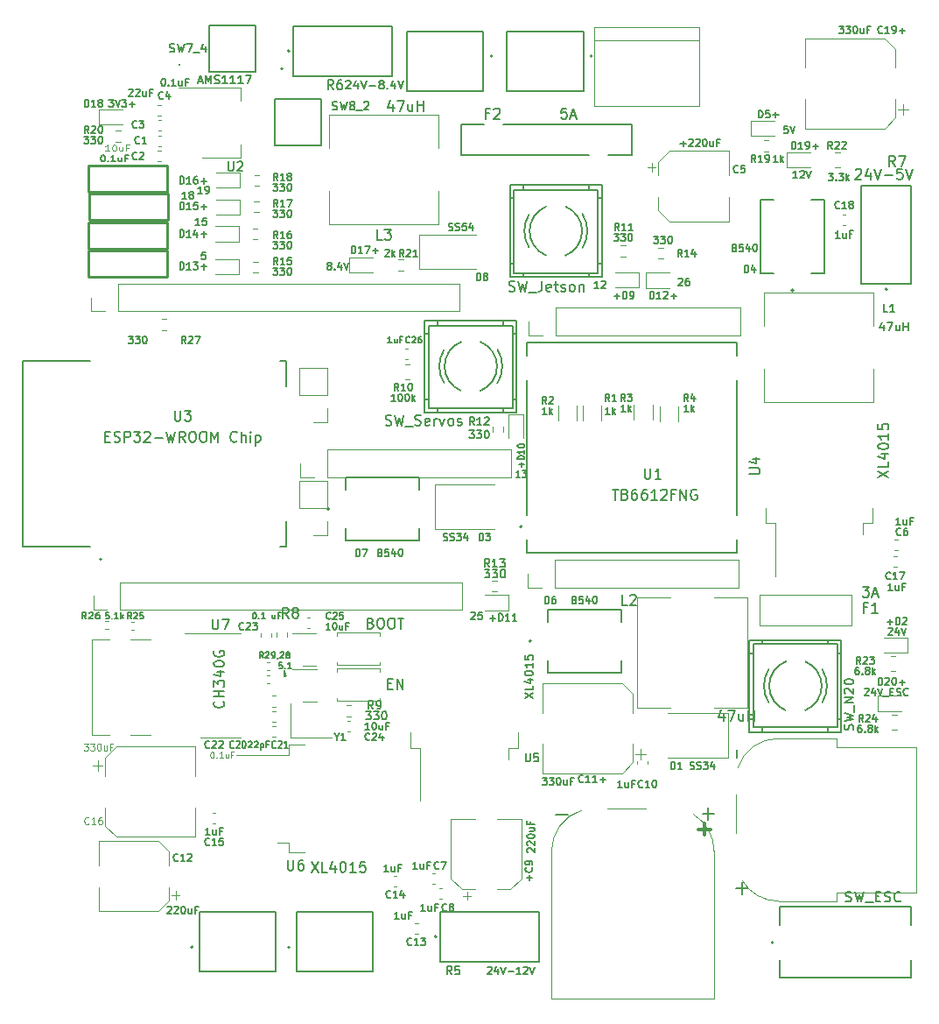
<source format=gbr>
%TF.GenerationSoftware,KiCad,Pcbnew,8.0.2*%
%TF.CreationDate,2024-05-19T21:43:39+05:30*%
%TF.ProjectId,Evoborne,45766f62-6f72-46e6-952e-6b696361645f,rev?*%
%TF.SameCoordinates,Original*%
%TF.FileFunction,Legend,Top*%
%TF.FilePolarity,Positive*%
%FSLAX46Y46*%
G04 Gerber Fmt 4.6, Leading zero omitted, Abs format (unit mm)*
G04 Created by KiCad (PCBNEW 8.0.2) date 2024-05-19 21:43:39*
%MOMM*%
%LPD*%
G01*
G04 APERTURE LIST*
%ADD10C,0.300000*%
%ADD11C,0.150000*%
%ADD12C,0.120000*%
%ADD13C,0.200000*%
%ADD14C,0.254000*%
%ADD15C,0.127000*%
%ADD16C,0.152400*%
%ADD17C,0.100000*%
G04 APERTURE END LIST*
D10*
X109364510Y-139999400D02*
X110507368Y-139999400D01*
X109935939Y-140570828D02*
X109935939Y-139427971D01*
D11*
X58985999Y-142997366D02*
X58952666Y-143030700D01*
X58952666Y-143030700D02*
X58852666Y-143064033D01*
X58852666Y-143064033D02*
X58785999Y-143064033D01*
X58785999Y-143064033D02*
X58685999Y-143030700D01*
X58685999Y-143030700D02*
X58619333Y-142964033D01*
X58619333Y-142964033D02*
X58585999Y-142897366D01*
X58585999Y-142897366D02*
X58552666Y-142764033D01*
X58552666Y-142764033D02*
X58552666Y-142664033D01*
X58552666Y-142664033D02*
X58585999Y-142530700D01*
X58585999Y-142530700D02*
X58619333Y-142464033D01*
X58619333Y-142464033D02*
X58685999Y-142397366D01*
X58685999Y-142397366D02*
X58785999Y-142364033D01*
X58785999Y-142364033D02*
X58852666Y-142364033D01*
X58852666Y-142364033D02*
X58952666Y-142397366D01*
X58952666Y-142397366D02*
X58985999Y-142430700D01*
X59652666Y-143064033D02*
X59252666Y-143064033D01*
X59452666Y-143064033D02*
X59452666Y-142364033D01*
X59452666Y-142364033D02*
X59385999Y-142464033D01*
X59385999Y-142464033D02*
X59319333Y-142530700D01*
X59319333Y-142530700D02*
X59252666Y-142564033D01*
X59919333Y-142430700D02*
X59952666Y-142397366D01*
X59952666Y-142397366D02*
X60019333Y-142364033D01*
X60019333Y-142364033D02*
X60186000Y-142364033D01*
X60186000Y-142364033D02*
X60252666Y-142397366D01*
X60252666Y-142397366D02*
X60286000Y-142430700D01*
X60286000Y-142430700D02*
X60319333Y-142497366D01*
X60319333Y-142497366D02*
X60319333Y-142564033D01*
X60319333Y-142564033D02*
X60286000Y-142664033D01*
X60286000Y-142664033D02*
X59886000Y-143064033D01*
X59886000Y-143064033D02*
X60319333Y-143064033D01*
X57952666Y-147510700D02*
X57985999Y-147477366D01*
X57985999Y-147477366D02*
X58052666Y-147444033D01*
X58052666Y-147444033D02*
X58219333Y-147444033D01*
X58219333Y-147444033D02*
X58285999Y-147477366D01*
X58285999Y-147477366D02*
X58319333Y-147510700D01*
X58319333Y-147510700D02*
X58352666Y-147577366D01*
X58352666Y-147577366D02*
X58352666Y-147644033D01*
X58352666Y-147644033D02*
X58319333Y-147744033D01*
X58319333Y-147744033D02*
X57919333Y-148144033D01*
X57919333Y-148144033D02*
X58352666Y-148144033D01*
X58619333Y-147510700D02*
X58652666Y-147477366D01*
X58652666Y-147477366D02*
X58719333Y-147444033D01*
X58719333Y-147444033D02*
X58886000Y-147444033D01*
X58886000Y-147444033D02*
X58952666Y-147477366D01*
X58952666Y-147477366D02*
X58986000Y-147510700D01*
X58986000Y-147510700D02*
X59019333Y-147577366D01*
X59019333Y-147577366D02*
X59019333Y-147644033D01*
X59019333Y-147644033D02*
X58986000Y-147744033D01*
X58986000Y-147744033D02*
X58586000Y-148144033D01*
X58586000Y-148144033D02*
X59019333Y-148144033D01*
X59452667Y-147444033D02*
X59519333Y-147444033D01*
X59519333Y-147444033D02*
X59586000Y-147477366D01*
X59586000Y-147477366D02*
X59619333Y-147510700D01*
X59619333Y-147510700D02*
X59652667Y-147577366D01*
X59652667Y-147577366D02*
X59686000Y-147710700D01*
X59686000Y-147710700D02*
X59686000Y-147877366D01*
X59686000Y-147877366D02*
X59652667Y-148010700D01*
X59652667Y-148010700D02*
X59619333Y-148077366D01*
X59619333Y-148077366D02*
X59586000Y-148110700D01*
X59586000Y-148110700D02*
X59519333Y-148144033D01*
X59519333Y-148144033D02*
X59452667Y-148144033D01*
X59452667Y-148144033D02*
X59386000Y-148110700D01*
X59386000Y-148110700D02*
X59352667Y-148077366D01*
X59352667Y-148077366D02*
X59319333Y-148010700D01*
X59319333Y-148010700D02*
X59286000Y-147877366D01*
X59286000Y-147877366D02*
X59286000Y-147710700D01*
X59286000Y-147710700D02*
X59319333Y-147577366D01*
X59319333Y-147577366D02*
X59352667Y-147510700D01*
X59352667Y-147510700D02*
X59386000Y-147477366D01*
X59386000Y-147477366D02*
X59452667Y-147444033D01*
X60286000Y-147677366D02*
X60286000Y-148144033D01*
X59986000Y-147677366D02*
X59986000Y-148044033D01*
X59986000Y-148044033D02*
X60019334Y-148110700D01*
X60019334Y-148110700D02*
X60086000Y-148144033D01*
X60086000Y-148144033D02*
X60186000Y-148144033D01*
X60186000Y-148144033D02*
X60252667Y-148110700D01*
X60252667Y-148110700D02*
X60286000Y-148077366D01*
X60852667Y-147777366D02*
X60619333Y-147777366D01*
X60619333Y-148144033D02*
X60619333Y-147444033D01*
X60619333Y-147444033D02*
X60952667Y-147444033D01*
X107753999Y-84644033D02*
X107520666Y-84310700D01*
X107353999Y-84644033D02*
X107353999Y-83944033D01*
X107353999Y-83944033D02*
X107620666Y-83944033D01*
X107620666Y-83944033D02*
X107687333Y-83977366D01*
X107687333Y-83977366D02*
X107720666Y-84010700D01*
X107720666Y-84010700D02*
X107753999Y-84077366D01*
X107753999Y-84077366D02*
X107753999Y-84177366D01*
X107753999Y-84177366D02*
X107720666Y-84244033D01*
X107720666Y-84244033D02*
X107687333Y-84277366D01*
X107687333Y-84277366D02*
X107620666Y-84310700D01*
X107620666Y-84310700D02*
X107353999Y-84310700D01*
X108420666Y-84644033D02*
X108020666Y-84644033D01*
X108220666Y-84644033D02*
X108220666Y-83944033D01*
X108220666Y-83944033D02*
X108153999Y-84044033D01*
X108153999Y-84044033D02*
X108087333Y-84110700D01*
X108087333Y-84110700D02*
X108020666Y-84144033D01*
X109020666Y-84177366D02*
X109020666Y-84644033D01*
X108854000Y-83910700D02*
X108687333Y-84410700D01*
X108687333Y-84410700D02*
X109120666Y-84410700D01*
X105018000Y-82674033D02*
X105451333Y-82674033D01*
X105451333Y-82674033D02*
X105218000Y-82940700D01*
X105218000Y-82940700D02*
X105318000Y-82940700D01*
X105318000Y-82940700D02*
X105384666Y-82974033D01*
X105384666Y-82974033D02*
X105418000Y-83007366D01*
X105418000Y-83007366D02*
X105451333Y-83074033D01*
X105451333Y-83074033D02*
X105451333Y-83240700D01*
X105451333Y-83240700D02*
X105418000Y-83307366D01*
X105418000Y-83307366D02*
X105384666Y-83340700D01*
X105384666Y-83340700D02*
X105318000Y-83374033D01*
X105318000Y-83374033D02*
X105118000Y-83374033D01*
X105118000Y-83374033D02*
X105051333Y-83340700D01*
X105051333Y-83340700D02*
X105018000Y-83307366D01*
X105684667Y-82674033D02*
X106118000Y-82674033D01*
X106118000Y-82674033D02*
X105884667Y-82940700D01*
X105884667Y-82940700D02*
X105984667Y-82940700D01*
X105984667Y-82940700D02*
X106051333Y-82974033D01*
X106051333Y-82974033D02*
X106084667Y-83007366D01*
X106084667Y-83007366D02*
X106118000Y-83074033D01*
X106118000Y-83074033D02*
X106118000Y-83240700D01*
X106118000Y-83240700D02*
X106084667Y-83307366D01*
X106084667Y-83307366D02*
X106051333Y-83340700D01*
X106051333Y-83340700D02*
X105984667Y-83374033D01*
X105984667Y-83374033D02*
X105784667Y-83374033D01*
X105784667Y-83374033D02*
X105718000Y-83340700D01*
X105718000Y-83340700D02*
X105684667Y-83307366D01*
X106551334Y-82674033D02*
X106618000Y-82674033D01*
X106618000Y-82674033D02*
X106684667Y-82707366D01*
X106684667Y-82707366D02*
X106718000Y-82740700D01*
X106718000Y-82740700D02*
X106751334Y-82807366D01*
X106751334Y-82807366D02*
X106784667Y-82940700D01*
X106784667Y-82940700D02*
X106784667Y-83107366D01*
X106784667Y-83107366D02*
X106751334Y-83240700D01*
X106751334Y-83240700D02*
X106718000Y-83307366D01*
X106718000Y-83307366D02*
X106684667Y-83340700D01*
X106684667Y-83340700D02*
X106618000Y-83374033D01*
X106618000Y-83374033D02*
X106551334Y-83374033D01*
X106551334Y-83374033D02*
X106484667Y-83340700D01*
X106484667Y-83340700D02*
X106451334Y-83307366D01*
X106451334Y-83307366D02*
X106418000Y-83240700D01*
X106418000Y-83240700D02*
X106384667Y-83107366D01*
X106384667Y-83107366D02*
X106384667Y-82940700D01*
X106384667Y-82940700D02*
X106418000Y-82807366D01*
X106418000Y-82807366D02*
X106451334Y-82740700D01*
X106451334Y-82740700D02*
X106484667Y-82707366D01*
X106484667Y-82707366D02*
X106551334Y-82674033D01*
X50349999Y-72706033D02*
X50116666Y-72372700D01*
X49949999Y-72706033D02*
X49949999Y-72006033D01*
X49949999Y-72006033D02*
X50216666Y-72006033D01*
X50216666Y-72006033D02*
X50283333Y-72039366D01*
X50283333Y-72039366D02*
X50316666Y-72072700D01*
X50316666Y-72072700D02*
X50349999Y-72139366D01*
X50349999Y-72139366D02*
X50349999Y-72239366D01*
X50349999Y-72239366D02*
X50316666Y-72306033D01*
X50316666Y-72306033D02*
X50283333Y-72339366D01*
X50283333Y-72339366D02*
X50216666Y-72372700D01*
X50216666Y-72372700D02*
X49949999Y-72372700D01*
X50616666Y-72072700D02*
X50649999Y-72039366D01*
X50649999Y-72039366D02*
X50716666Y-72006033D01*
X50716666Y-72006033D02*
X50883333Y-72006033D01*
X50883333Y-72006033D02*
X50949999Y-72039366D01*
X50949999Y-72039366D02*
X50983333Y-72072700D01*
X50983333Y-72072700D02*
X51016666Y-72139366D01*
X51016666Y-72139366D02*
X51016666Y-72206033D01*
X51016666Y-72206033D02*
X50983333Y-72306033D01*
X50983333Y-72306033D02*
X50583333Y-72706033D01*
X50583333Y-72706033D02*
X51016666Y-72706033D01*
X51450000Y-72006033D02*
X51516666Y-72006033D01*
X51516666Y-72006033D02*
X51583333Y-72039366D01*
X51583333Y-72039366D02*
X51616666Y-72072700D01*
X51616666Y-72072700D02*
X51650000Y-72139366D01*
X51650000Y-72139366D02*
X51683333Y-72272700D01*
X51683333Y-72272700D02*
X51683333Y-72439366D01*
X51683333Y-72439366D02*
X51650000Y-72572700D01*
X51650000Y-72572700D02*
X51616666Y-72639366D01*
X51616666Y-72639366D02*
X51583333Y-72672700D01*
X51583333Y-72672700D02*
X51516666Y-72706033D01*
X51516666Y-72706033D02*
X51450000Y-72706033D01*
X51450000Y-72706033D02*
X51383333Y-72672700D01*
X51383333Y-72672700D02*
X51350000Y-72639366D01*
X51350000Y-72639366D02*
X51316666Y-72572700D01*
X51316666Y-72572700D02*
X51283333Y-72439366D01*
X51283333Y-72439366D02*
X51283333Y-72272700D01*
X51283333Y-72272700D02*
X51316666Y-72139366D01*
X51316666Y-72139366D02*
X51350000Y-72072700D01*
X51350000Y-72072700D02*
X51383333Y-72039366D01*
X51383333Y-72039366D02*
X51450000Y-72006033D01*
X49900000Y-73022033D02*
X50333333Y-73022033D01*
X50333333Y-73022033D02*
X50100000Y-73288700D01*
X50100000Y-73288700D02*
X50200000Y-73288700D01*
X50200000Y-73288700D02*
X50266666Y-73322033D01*
X50266666Y-73322033D02*
X50300000Y-73355366D01*
X50300000Y-73355366D02*
X50333333Y-73422033D01*
X50333333Y-73422033D02*
X50333333Y-73588700D01*
X50333333Y-73588700D02*
X50300000Y-73655366D01*
X50300000Y-73655366D02*
X50266666Y-73688700D01*
X50266666Y-73688700D02*
X50200000Y-73722033D01*
X50200000Y-73722033D02*
X50000000Y-73722033D01*
X50000000Y-73722033D02*
X49933333Y-73688700D01*
X49933333Y-73688700D02*
X49900000Y-73655366D01*
X50566667Y-73022033D02*
X51000000Y-73022033D01*
X51000000Y-73022033D02*
X50766667Y-73288700D01*
X50766667Y-73288700D02*
X50866667Y-73288700D01*
X50866667Y-73288700D02*
X50933333Y-73322033D01*
X50933333Y-73322033D02*
X50966667Y-73355366D01*
X50966667Y-73355366D02*
X51000000Y-73422033D01*
X51000000Y-73422033D02*
X51000000Y-73588700D01*
X51000000Y-73588700D02*
X50966667Y-73655366D01*
X50966667Y-73655366D02*
X50933333Y-73688700D01*
X50933333Y-73688700D02*
X50866667Y-73722033D01*
X50866667Y-73722033D02*
X50666667Y-73722033D01*
X50666667Y-73722033D02*
X50600000Y-73688700D01*
X50600000Y-73688700D02*
X50566667Y-73655366D01*
X51433334Y-73022033D02*
X51500000Y-73022033D01*
X51500000Y-73022033D02*
X51566667Y-73055366D01*
X51566667Y-73055366D02*
X51600000Y-73088700D01*
X51600000Y-73088700D02*
X51633334Y-73155366D01*
X51633334Y-73155366D02*
X51666667Y-73288700D01*
X51666667Y-73288700D02*
X51666667Y-73455366D01*
X51666667Y-73455366D02*
X51633334Y-73588700D01*
X51633334Y-73588700D02*
X51600000Y-73655366D01*
X51600000Y-73655366D02*
X51566667Y-73688700D01*
X51566667Y-73688700D02*
X51500000Y-73722033D01*
X51500000Y-73722033D02*
X51433334Y-73722033D01*
X51433334Y-73722033D02*
X51366667Y-73688700D01*
X51366667Y-73688700D02*
X51333334Y-73655366D01*
X51333334Y-73655366D02*
X51300000Y-73588700D01*
X51300000Y-73588700D02*
X51266667Y-73455366D01*
X51266667Y-73455366D02*
X51266667Y-73288700D01*
X51266667Y-73288700D02*
X51300000Y-73155366D01*
X51300000Y-73155366D02*
X51333334Y-73088700D01*
X51333334Y-73088700D02*
X51366667Y-73055366D01*
X51366667Y-73055366D02*
X51433334Y-73022033D01*
X92608476Y-132658295D02*
X92608476Y-133305914D01*
X92608476Y-133305914D02*
X92646571Y-133382104D01*
X92646571Y-133382104D02*
X92684666Y-133420200D01*
X92684666Y-133420200D02*
X92760857Y-133458295D01*
X92760857Y-133458295D02*
X92913238Y-133458295D01*
X92913238Y-133458295D02*
X92989428Y-133420200D01*
X92989428Y-133420200D02*
X93027523Y-133382104D01*
X93027523Y-133382104D02*
X93065619Y-133305914D01*
X93065619Y-133305914D02*
X93065619Y-132658295D01*
X93827523Y-132658295D02*
X93446571Y-132658295D01*
X93446571Y-132658295D02*
X93408475Y-133039247D01*
X93408475Y-133039247D02*
X93446571Y-133001152D01*
X93446571Y-133001152D02*
X93522761Y-132963057D01*
X93522761Y-132963057D02*
X93713237Y-132963057D01*
X93713237Y-132963057D02*
X93789428Y-133001152D01*
X93789428Y-133001152D02*
X93827523Y-133039247D01*
X93827523Y-133039247D02*
X93865618Y-133115438D01*
X93865618Y-133115438D02*
X93865618Y-133305914D01*
X93865618Y-133305914D02*
X93827523Y-133382104D01*
X93827523Y-133382104D02*
X93789428Y-133420200D01*
X93789428Y-133420200D02*
X93713237Y-133458295D01*
X93713237Y-133458295D02*
X93522761Y-133458295D01*
X93522761Y-133458295D02*
X93446571Y-133420200D01*
X93446571Y-133420200D02*
X93408475Y-133382104D01*
X92526295Y-127336286D02*
X93326295Y-126802952D01*
X92526295Y-126802952D02*
X93326295Y-127336286D01*
X93326295Y-126117238D02*
X93326295Y-126498190D01*
X93326295Y-126498190D02*
X92526295Y-126498190D01*
X92792961Y-125507714D02*
X93326295Y-125507714D01*
X92488200Y-125698190D02*
X93059628Y-125888667D01*
X93059628Y-125888667D02*
X93059628Y-125393428D01*
X92526295Y-124936285D02*
X92526295Y-124860095D01*
X92526295Y-124860095D02*
X92564390Y-124783904D01*
X92564390Y-124783904D02*
X92602485Y-124745809D01*
X92602485Y-124745809D02*
X92678676Y-124707714D01*
X92678676Y-124707714D02*
X92831057Y-124669619D01*
X92831057Y-124669619D02*
X93021533Y-124669619D01*
X93021533Y-124669619D02*
X93173914Y-124707714D01*
X93173914Y-124707714D02*
X93250104Y-124745809D01*
X93250104Y-124745809D02*
X93288200Y-124783904D01*
X93288200Y-124783904D02*
X93326295Y-124860095D01*
X93326295Y-124860095D02*
X93326295Y-124936285D01*
X93326295Y-124936285D02*
X93288200Y-125012476D01*
X93288200Y-125012476D02*
X93250104Y-125050571D01*
X93250104Y-125050571D02*
X93173914Y-125088666D01*
X93173914Y-125088666D02*
X93021533Y-125126762D01*
X93021533Y-125126762D02*
X92831057Y-125126762D01*
X92831057Y-125126762D02*
X92678676Y-125088666D01*
X92678676Y-125088666D02*
X92602485Y-125050571D01*
X92602485Y-125050571D02*
X92564390Y-125012476D01*
X92564390Y-125012476D02*
X92526295Y-124936285D01*
X93326295Y-123907714D02*
X93326295Y-124364857D01*
X93326295Y-124136285D02*
X92526295Y-124136285D01*
X92526295Y-124136285D02*
X92640580Y-124212476D01*
X92640580Y-124212476D02*
X92716771Y-124288666D01*
X92716771Y-124288666D02*
X92754866Y-124364857D01*
X92526295Y-123183904D02*
X92526295Y-123564856D01*
X92526295Y-123564856D02*
X92907247Y-123602952D01*
X92907247Y-123602952D02*
X92869152Y-123564856D01*
X92869152Y-123564856D02*
X92831057Y-123488666D01*
X92831057Y-123488666D02*
X92831057Y-123298190D01*
X92831057Y-123298190D02*
X92869152Y-123221999D01*
X92869152Y-123221999D02*
X92907247Y-123183904D01*
X92907247Y-123183904D02*
X92983438Y-123145809D01*
X92983438Y-123145809D02*
X93173914Y-123145809D01*
X93173914Y-123145809D02*
X93250104Y-123183904D01*
X93250104Y-123183904D02*
X93288200Y-123221999D01*
X93288200Y-123221999D02*
X93326295Y-123298190D01*
X93326295Y-123298190D02*
X93326295Y-123488666D01*
X93326295Y-123488666D02*
X93288200Y-123564856D01*
X93288200Y-123564856D02*
X93250104Y-123602952D01*
X114865999Y-75500033D02*
X114632666Y-75166700D01*
X114465999Y-75500033D02*
X114465999Y-74800033D01*
X114465999Y-74800033D02*
X114732666Y-74800033D01*
X114732666Y-74800033D02*
X114799333Y-74833366D01*
X114799333Y-74833366D02*
X114832666Y-74866700D01*
X114832666Y-74866700D02*
X114865999Y-74933366D01*
X114865999Y-74933366D02*
X114865999Y-75033366D01*
X114865999Y-75033366D02*
X114832666Y-75100033D01*
X114832666Y-75100033D02*
X114799333Y-75133366D01*
X114799333Y-75133366D02*
X114732666Y-75166700D01*
X114732666Y-75166700D02*
X114465999Y-75166700D01*
X115532666Y-75500033D02*
X115132666Y-75500033D01*
X115332666Y-75500033D02*
X115332666Y-74800033D01*
X115332666Y-74800033D02*
X115265999Y-74900033D01*
X115265999Y-74900033D02*
X115199333Y-74966700D01*
X115199333Y-74966700D02*
X115132666Y-75000033D01*
X115866000Y-75500033D02*
X115999333Y-75500033D01*
X115999333Y-75500033D02*
X116066000Y-75466700D01*
X116066000Y-75466700D02*
X116099333Y-75433366D01*
X116099333Y-75433366D02*
X116166000Y-75333366D01*
X116166000Y-75333366D02*
X116199333Y-75200033D01*
X116199333Y-75200033D02*
X116199333Y-74933366D01*
X116199333Y-74933366D02*
X116166000Y-74866700D01*
X116166000Y-74866700D02*
X116132666Y-74833366D01*
X116132666Y-74833366D02*
X116066000Y-74800033D01*
X116066000Y-74800033D02*
X115932666Y-74800033D01*
X115932666Y-74800033D02*
X115866000Y-74833366D01*
X115866000Y-74833366D02*
X115832666Y-74866700D01*
X115832666Y-74866700D02*
X115799333Y-74933366D01*
X115799333Y-74933366D02*
X115799333Y-75100033D01*
X115799333Y-75100033D02*
X115832666Y-75166700D01*
X115832666Y-75166700D02*
X115866000Y-75200033D01*
X115866000Y-75200033D02*
X115932666Y-75233366D01*
X115932666Y-75233366D02*
X116066000Y-75233366D01*
X116066000Y-75233366D02*
X116132666Y-75200033D01*
X116132666Y-75200033D02*
X116166000Y-75166700D01*
X116166000Y-75166700D02*
X116199333Y-75100033D01*
X117010666Y-75500033D02*
X116610666Y-75500033D01*
X116810666Y-75500033D02*
X116810666Y-74800033D01*
X116810666Y-74800033D02*
X116743999Y-74900033D01*
X116743999Y-74900033D02*
X116677333Y-74966700D01*
X116677333Y-74966700D02*
X116610666Y-75000033D01*
X117310666Y-75500033D02*
X117310666Y-74800033D01*
X117377333Y-75233366D02*
X117577333Y-75500033D01*
X117577333Y-75033366D02*
X117310666Y-75300033D01*
X78733333Y-83014819D02*
X78257143Y-83014819D01*
X78257143Y-83014819D02*
X78257143Y-82014819D01*
X78971429Y-82014819D02*
X79590476Y-82014819D01*
X79590476Y-82014819D02*
X79257143Y-82395771D01*
X79257143Y-82395771D02*
X79400000Y-82395771D01*
X79400000Y-82395771D02*
X79495238Y-82443390D01*
X79495238Y-82443390D02*
X79542857Y-82491009D01*
X79542857Y-82491009D02*
X79590476Y-82586247D01*
X79590476Y-82586247D02*
X79590476Y-82824342D01*
X79590476Y-82824342D02*
X79542857Y-82919580D01*
X79542857Y-82919580D02*
X79495238Y-82967200D01*
X79495238Y-82967200D02*
X79400000Y-83014819D01*
X79400000Y-83014819D02*
X79114286Y-83014819D01*
X79114286Y-83014819D02*
X79019048Y-82967200D01*
X79019048Y-82967200D02*
X78971429Y-82919580D01*
X79764095Y-69892152D02*
X79764095Y-70558819D01*
X79526000Y-69511200D02*
X79287905Y-70225485D01*
X79287905Y-70225485D02*
X79906952Y-70225485D01*
X80192667Y-69558819D02*
X80859333Y-69558819D01*
X80859333Y-69558819D02*
X80430762Y-70558819D01*
X81668857Y-69892152D02*
X81668857Y-70558819D01*
X81240286Y-69892152D02*
X81240286Y-70415961D01*
X81240286Y-70415961D02*
X81287905Y-70511200D01*
X81287905Y-70511200D02*
X81383143Y-70558819D01*
X81383143Y-70558819D02*
X81526000Y-70558819D01*
X81526000Y-70558819D02*
X81621238Y-70511200D01*
X81621238Y-70511200D02*
X81668857Y-70463580D01*
X82145048Y-70558819D02*
X82145048Y-69558819D01*
X82145048Y-70035009D02*
X82716476Y-70035009D01*
X82716476Y-70558819D02*
X82716476Y-69558819D01*
X87875333Y-86930033D02*
X87875333Y-86230033D01*
X87875333Y-86230033D02*
X88042000Y-86230033D01*
X88042000Y-86230033D02*
X88142000Y-86263366D01*
X88142000Y-86263366D02*
X88208667Y-86330033D01*
X88208667Y-86330033D02*
X88242000Y-86396700D01*
X88242000Y-86396700D02*
X88275333Y-86530033D01*
X88275333Y-86530033D02*
X88275333Y-86630033D01*
X88275333Y-86630033D02*
X88242000Y-86763366D01*
X88242000Y-86763366D02*
X88208667Y-86830033D01*
X88208667Y-86830033D02*
X88142000Y-86896700D01*
X88142000Y-86896700D02*
X88042000Y-86930033D01*
X88042000Y-86930033D02*
X87875333Y-86930033D01*
X88675333Y-86530033D02*
X88608667Y-86496700D01*
X88608667Y-86496700D02*
X88575333Y-86463366D01*
X88575333Y-86463366D02*
X88542000Y-86396700D01*
X88542000Y-86396700D02*
X88542000Y-86363366D01*
X88542000Y-86363366D02*
X88575333Y-86296700D01*
X88575333Y-86296700D02*
X88608667Y-86263366D01*
X88608667Y-86263366D02*
X88675333Y-86230033D01*
X88675333Y-86230033D02*
X88808667Y-86230033D01*
X88808667Y-86230033D02*
X88875333Y-86263366D01*
X88875333Y-86263366D02*
X88908667Y-86296700D01*
X88908667Y-86296700D02*
X88942000Y-86363366D01*
X88942000Y-86363366D02*
X88942000Y-86396700D01*
X88942000Y-86396700D02*
X88908667Y-86463366D01*
X88908667Y-86463366D02*
X88875333Y-86496700D01*
X88875333Y-86496700D02*
X88808667Y-86530033D01*
X88808667Y-86530033D02*
X88675333Y-86530033D01*
X88675333Y-86530033D02*
X88608667Y-86563366D01*
X88608667Y-86563366D02*
X88575333Y-86596700D01*
X88575333Y-86596700D02*
X88542000Y-86663366D01*
X88542000Y-86663366D02*
X88542000Y-86796700D01*
X88542000Y-86796700D02*
X88575333Y-86863366D01*
X88575333Y-86863366D02*
X88608667Y-86896700D01*
X88608667Y-86896700D02*
X88675333Y-86930033D01*
X88675333Y-86930033D02*
X88808667Y-86930033D01*
X88808667Y-86930033D02*
X88875333Y-86896700D01*
X88875333Y-86896700D02*
X88908667Y-86863366D01*
X88908667Y-86863366D02*
X88942000Y-86796700D01*
X88942000Y-86796700D02*
X88942000Y-86663366D01*
X88942000Y-86663366D02*
X88908667Y-86596700D01*
X88908667Y-86596700D02*
X88875333Y-86563366D01*
X88875333Y-86563366D02*
X88808667Y-86530033D01*
X85159999Y-82070700D02*
X85259999Y-82104033D01*
X85259999Y-82104033D02*
X85426666Y-82104033D01*
X85426666Y-82104033D02*
X85493332Y-82070700D01*
X85493332Y-82070700D02*
X85526666Y-82037366D01*
X85526666Y-82037366D02*
X85559999Y-81970700D01*
X85559999Y-81970700D02*
X85559999Y-81904033D01*
X85559999Y-81904033D02*
X85526666Y-81837366D01*
X85526666Y-81837366D02*
X85493332Y-81804033D01*
X85493332Y-81804033D02*
X85426666Y-81770700D01*
X85426666Y-81770700D02*
X85293332Y-81737366D01*
X85293332Y-81737366D02*
X85226666Y-81704033D01*
X85226666Y-81704033D02*
X85193332Y-81670700D01*
X85193332Y-81670700D02*
X85159999Y-81604033D01*
X85159999Y-81604033D02*
X85159999Y-81537366D01*
X85159999Y-81537366D02*
X85193332Y-81470700D01*
X85193332Y-81470700D02*
X85226666Y-81437366D01*
X85226666Y-81437366D02*
X85293332Y-81404033D01*
X85293332Y-81404033D02*
X85459999Y-81404033D01*
X85459999Y-81404033D02*
X85559999Y-81437366D01*
X85826666Y-82070700D02*
X85926666Y-82104033D01*
X85926666Y-82104033D02*
X86093333Y-82104033D01*
X86093333Y-82104033D02*
X86159999Y-82070700D01*
X86159999Y-82070700D02*
X86193333Y-82037366D01*
X86193333Y-82037366D02*
X86226666Y-81970700D01*
X86226666Y-81970700D02*
X86226666Y-81904033D01*
X86226666Y-81904033D02*
X86193333Y-81837366D01*
X86193333Y-81837366D02*
X86159999Y-81804033D01*
X86159999Y-81804033D02*
X86093333Y-81770700D01*
X86093333Y-81770700D02*
X85959999Y-81737366D01*
X85959999Y-81737366D02*
X85893333Y-81704033D01*
X85893333Y-81704033D02*
X85859999Y-81670700D01*
X85859999Y-81670700D02*
X85826666Y-81604033D01*
X85826666Y-81604033D02*
X85826666Y-81537366D01*
X85826666Y-81537366D02*
X85859999Y-81470700D01*
X85859999Y-81470700D02*
X85893333Y-81437366D01*
X85893333Y-81437366D02*
X85959999Y-81404033D01*
X85959999Y-81404033D02*
X86126666Y-81404033D01*
X86126666Y-81404033D02*
X86226666Y-81437366D01*
X86860000Y-81404033D02*
X86526666Y-81404033D01*
X86526666Y-81404033D02*
X86493333Y-81737366D01*
X86493333Y-81737366D02*
X86526666Y-81704033D01*
X86526666Y-81704033D02*
X86593333Y-81670700D01*
X86593333Y-81670700D02*
X86760000Y-81670700D01*
X86760000Y-81670700D02*
X86826666Y-81704033D01*
X86826666Y-81704033D02*
X86860000Y-81737366D01*
X86860000Y-81737366D02*
X86893333Y-81804033D01*
X86893333Y-81804033D02*
X86893333Y-81970700D01*
X86893333Y-81970700D02*
X86860000Y-82037366D01*
X86860000Y-82037366D02*
X86826666Y-82070700D01*
X86826666Y-82070700D02*
X86760000Y-82104033D01*
X86760000Y-82104033D02*
X86593333Y-82104033D01*
X86593333Y-82104033D02*
X86526666Y-82070700D01*
X86526666Y-82070700D02*
X86493333Y-82037366D01*
X87493333Y-81637366D02*
X87493333Y-82104033D01*
X87326667Y-81370700D02*
X87160000Y-81870700D01*
X87160000Y-81870700D02*
X87593333Y-81870700D01*
X77636857Y-120073009D02*
X77779714Y-120120628D01*
X77779714Y-120120628D02*
X77827333Y-120168247D01*
X77827333Y-120168247D02*
X77874952Y-120263485D01*
X77874952Y-120263485D02*
X77874952Y-120406342D01*
X77874952Y-120406342D02*
X77827333Y-120501580D01*
X77827333Y-120501580D02*
X77779714Y-120549200D01*
X77779714Y-120549200D02*
X77684476Y-120596819D01*
X77684476Y-120596819D02*
X77303524Y-120596819D01*
X77303524Y-120596819D02*
X77303524Y-119596819D01*
X77303524Y-119596819D02*
X77636857Y-119596819D01*
X77636857Y-119596819D02*
X77732095Y-119644438D01*
X77732095Y-119644438D02*
X77779714Y-119692057D01*
X77779714Y-119692057D02*
X77827333Y-119787295D01*
X77827333Y-119787295D02*
X77827333Y-119882533D01*
X77827333Y-119882533D02*
X77779714Y-119977771D01*
X77779714Y-119977771D02*
X77732095Y-120025390D01*
X77732095Y-120025390D02*
X77636857Y-120073009D01*
X77636857Y-120073009D02*
X77303524Y-120073009D01*
X78494000Y-119596819D02*
X78684476Y-119596819D01*
X78684476Y-119596819D02*
X78779714Y-119644438D01*
X78779714Y-119644438D02*
X78874952Y-119739676D01*
X78874952Y-119739676D02*
X78922571Y-119930152D01*
X78922571Y-119930152D02*
X78922571Y-120263485D01*
X78922571Y-120263485D02*
X78874952Y-120453961D01*
X78874952Y-120453961D02*
X78779714Y-120549200D01*
X78779714Y-120549200D02*
X78684476Y-120596819D01*
X78684476Y-120596819D02*
X78494000Y-120596819D01*
X78494000Y-120596819D02*
X78398762Y-120549200D01*
X78398762Y-120549200D02*
X78303524Y-120453961D01*
X78303524Y-120453961D02*
X78255905Y-120263485D01*
X78255905Y-120263485D02*
X78255905Y-119930152D01*
X78255905Y-119930152D02*
X78303524Y-119739676D01*
X78303524Y-119739676D02*
X78398762Y-119644438D01*
X78398762Y-119644438D02*
X78494000Y-119596819D01*
X79541619Y-119596819D02*
X79732095Y-119596819D01*
X79732095Y-119596819D02*
X79827333Y-119644438D01*
X79827333Y-119644438D02*
X79922571Y-119739676D01*
X79922571Y-119739676D02*
X79970190Y-119930152D01*
X79970190Y-119930152D02*
X79970190Y-120263485D01*
X79970190Y-120263485D02*
X79922571Y-120453961D01*
X79922571Y-120453961D02*
X79827333Y-120549200D01*
X79827333Y-120549200D02*
X79732095Y-120596819D01*
X79732095Y-120596819D02*
X79541619Y-120596819D01*
X79541619Y-120596819D02*
X79446381Y-120549200D01*
X79446381Y-120549200D02*
X79351143Y-120453961D01*
X79351143Y-120453961D02*
X79303524Y-120263485D01*
X79303524Y-120263485D02*
X79303524Y-119930152D01*
X79303524Y-119930152D02*
X79351143Y-119739676D01*
X79351143Y-119739676D02*
X79446381Y-119644438D01*
X79446381Y-119644438D02*
X79541619Y-119596819D01*
X80255905Y-119596819D02*
X80827333Y-119596819D01*
X80541619Y-120596819D02*
X80541619Y-119596819D01*
X58674095Y-99530819D02*
X58674095Y-100340342D01*
X58674095Y-100340342D02*
X58721714Y-100435580D01*
X58721714Y-100435580D02*
X58769333Y-100483200D01*
X58769333Y-100483200D02*
X58864571Y-100530819D01*
X58864571Y-100530819D02*
X59055047Y-100530819D01*
X59055047Y-100530819D02*
X59150285Y-100483200D01*
X59150285Y-100483200D02*
X59197904Y-100435580D01*
X59197904Y-100435580D02*
X59245523Y-100340342D01*
X59245523Y-100340342D02*
X59245523Y-99530819D01*
X59626476Y-99530819D02*
X60245523Y-99530819D01*
X60245523Y-99530819D02*
X59912190Y-99911771D01*
X59912190Y-99911771D02*
X60055047Y-99911771D01*
X60055047Y-99911771D02*
X60150285Y-99959390D01*
X60150285Y-99959390D02*
X60197904Y-100007009D01*
X60197904Y-100007009D02*
X60245523Y-100102247D01*
X60245523Y-100102247D02*
X60245523Y-100340342D01*
X60245523Y-100340342D02*
X60197904Y-100435580D01*
X60197904Y-100435580D02*
X60150285Y-100483200D01*
X60150285Y-100483200D02*
X60055047Y-100530819D01*
X60055047Y-100530819D02*
X59769333Y-100530819D01*
X59769333Y-100530819D02*
X59674095Y-100483200D01*
X59674095Y-100483200D02*
X59626476Y-100435580D01*
X51959810Y-102039009D02*
X52293143Y-102039009D01*
X52436000Y-102562819D02*
X51959810Y-102562819D01*
X51959810Y-102562819D02*
X51959810Y-101562819D01*
X51959810Y-101562819D02*
X52436000Y-101562819D01*
X52816953Y-102515200D02*
X52959810Y-102562819D01*
X52959810Y-102562819D02*
X53197905Y-102562819D01*
X53197905Y-102562819D02*
X53293143Y-102515200D01*
X53293143Y-102515200D02*
X53340762Y-102467580D01*
X53340762Y-102467580D02*
X53388381Y-102372342D01*
X53388381Y-102372342D02*
X53388381Y-102277104D01*
X53388381Y-102277104D02*
X53340762Y-102181866D01*
X53340762Y-102181866D02*
X53293143Y-102134247D01*
X53293143Y-102134247D02*
X53197905Y-102086628D01*
X53197905Y-102086628D02*
X53007429Y-102039009D01*
X53007429Y-102039009D02*
X52912191Y-101991390D01*
X52912191Y-101991390D02*
X52864572Y-101943771D01*
X52864572Y-101943771D02*
X52816953Y-101848533D01*
X52816953Y-101848533D02*
X52816953Y-101753295D01*
X52816953Y-101753295D02*
X52864572Y-101658057D01*
X52864572Y-101658057D02*
X52912191Y-101610438D01*
X52912191Y-101610438D02*
X53007429Y-101562819D01*
X53007429Y-101562819D02*
X53245524Y-101562819D01*
X53245524Y-101562819D02*
X53388381Y-101610438D01*
X53816953Y-102562819D02*
X53816953Y-101562819D01*
X53816953Y-101562819D02*
X54197905Y-101562819D01*
X54197905Y-101562819D02*
X54293143Y-101610438D01*
X54293143Y-101610438D02*
X54340762Y-101658057D01*
X54340762Y-101658057D02*
X54388381Y-101753295D01*
X54388381Y-101753295D02*
X54388381Y-101896152D01*
X54388381Y-101896152D02*
X54340762Y-101991390D01*
X54340762Y-101991390D02*
X54293143Y-102039009D01*
X54293143Y-102039009D02*
X54197905Y-102086628D01*
X54197905Y-102086628D02*
X53816953Y-102086628D01*
X54721715Y-101562819D02*
X55340762Y-101562819D01*
X55340762Y-101562819D02*
X55007429Y-101943771D01*
X55007429Y-101943771D02*
X55150286Y-101943771D01*
X55150286Y-101943771D02*
X55245524Y-101991390D01*
X55245524Y-101991390D02*
X55293143Y-102039009D01*
X55293143Y-102039009D02*
X55340762Y-102134247D01*
X55340762Y-102134247D02*
X55340762Y-102372342D01*
X55340762Y-102372342D02*
X55293143Y-102467580D01*
X55293143Y-102467580D02*
X55245524Y-102515200D01*
X55245524Y-102515200D02*
X55150286Y-102562819D01*
X55150286Y-102562819D02*
X54864572Y-102562819D01*
X54864572Y-102562819D02*
X54769334Y-102515200D01*
X54769334Y-102515200D02*
X54721715Y-102467580D01*
X55721715Y-101658057D02*
X55769334Y-101610438D01*
X55769334Y-101610438D02*
X55864572Y-101562819D01*
X55864572Y-101562819D02*
X56102667Y-101562819D01*
X56102667Y-101562819D02*
X56197905Y-101610438D01*
X56197905Y-101610438D02*
X56245524Y-101658057D01*
X56245524Y-101658057D02*
X56293143Y-101753295D01*
X56293143Y-101753295D02*
X56293143Y-101848533D01*
X56293143Y-101848533D02*
X56245524Y-101991390D01*
X56245524Y-101991390D02*
X55674096Y-102562819D01*
X55674096Y-102562819D02*
X56293143Y-102562819D01*
X56721715Y-102181866D02*
X57483620Y-102181866D01*
X57864572Y-101562819D02*
X58102667Y-102562819D01*
X58102667Y-102562819D02*
X58293143Y-101848533D01*
X58293143Y-101848533D02*
X58483619Y-102562819D01*
X58483619Y-102562819D02*
X58721715Y-101562819D01*
X59674095Y-102562819D02*
X59340762Y-102086628D01*
X59102667Y-102562819D02*
X59102667Y-101562819D01*
X59102667Y-101562819D02*
X59483619Y-101562819D01*
X59483619Y-101562819D02*
X59578857Y-101610438D01*
X59578857Y-101610438D02*
X59626476Y-101658057D01*
X59626476Y-101658057D02*
X59674095Y-101753295D01*
X59674095Y-101753295D02*
X59674095Y-101896152D01*
X59674095Y-101896152D02*
X59626476Y-101991390D01*
X59626476Y-101991390D02*
X59578857Y-102039009D01*
X59578857Y-102039009D02*
X59483619Y-102086628D01*
X59483619Y-102086628D02*
X59102667Y-102086628D01*
X60293143Y-101562819D02*
X60483619Y-101562819D01*
X60483619Y-101562819D02*
X60578857Y-101610438D01*
X60578857Y-101610438D02*
X60674095Y-101705676D01*
X60674095Y-101705676D02*
X60721714Y-101896152D01*
X60721714Y-101896152D02*
X60721714Y-102229485D01*
X60721714Y-102229485D02*
X60674095Y-102419961D01*
X60674095Y-102419961D02*
X60578857Y-102515200D01*
X60578857Y-102515200D02*
X60483619Y-102562819D01*
X60483619Y-102562819D02*
X60293143Y-102562819D01*
X60293143Y-102562819D02*
X60197905Y-102515200D01*
X60197905Y-102515200D02*
X60102667Y-102419961D01*
X60102667Y-102419961D02*
X60055048Y-102229485D01*
X60055048Y-102229485D02*
X60055048Y-101896152D01*
X60055048Y-101896152D02*
X60102667Y-101705676D01*
X60102667Y-101705676D02*
X60197905Y-101610438D01*
X60197905Y-101610438D02*
X60293143Y-101562819D01*
X61340762Y-101562819D02*
X61531238Y-101562819D01*
X61531238Y-101562819D02*
X61626476Y-101610438D01*
X61626476Y-101610438D02*
X61721714Y-101705676D01*
X61721714Y-101705676D02*
X61769333Y-101896152D01*
X61769333Y-101896152D02*
X61769333Y-102229485D01*
X61769333Y-102229485D02*
X61721714Y-102419961D01*
X61721714Y-102419961D02*
X61626476Y-102515200D01*
X61626476Y-102515200D02*
X61531238Y-102562819D01*
X61531238Y-102562819D02*
X61340762Y-102562819D01*
X61340762Y-102562819D02*
X61245524Y-102515200D01*
X61245524Y-102515200D02*
X61150286Y-102419961D01*
X61150286Y-102419961D02*
X61102667Y-102229485D01*
X61102667Y-102229485D02*
X61102667Y-101896152D01*
X61102667Y-101896152D02*
X61150286Y-101705676D01*
X61150286Y-101705676D02*
X61245524Y-101610438D01*
X61245524Y-101610438D02*
X61340762Y-101562819D01*
X62197905Y-102562819D02*
X62197905Y-101562819D01*
X62197905Y-101562819D02*
X62531238Y-102277104D01*
X62531238Y-102277104D02*
X62864571Y-101562819D01*
X62864571Y-101562819D02*
X62864571Y-102562819D01*
X64674095Y-102467580D02*
X64626476Y-102515200D01*
X64626476Y-102515200D02*
X64483619Y-102562819D01*
X64483619Y-102562819D02*
X64388381Y-102562819D01*
X64388381Y-102562819D02*
X64245524Y-102515200D01*
X64245524Y-102515200D02*
X64150286Y-102419961D01*
X64150286Y-102419961D02*
X64102667Y-102324723D01*
X64102667Y-102324723D02*
X64055048Y-102134247D01*
X64055048Y-102134247D02*
X64055048Y-101991390D01*
X64055048Y-101991390D02*
X64102667Y-101800914D01*
X64102667Y-101800914D02*
X64150286Y-101705676D01*
X64150286Y-101705676D02*
X64245524Y-101610438D01*
X64245524Y-101610438D02*
X64388381Y-101562819D01*
X64388381Y-101562819D02*
X64483619Y-101562819D01*
X64483619Y-101562819D02*
X64626476Y-101610438D01*
X64626476Y-101610438D02*
X64674095Y-101658057D01*
X65102667Y-102562819D02*
X65102667Y-101562819D01*
X65531238Y-102562819D02*
X65531238Y-102039009D01*
X65531238Y-102039009D02*
X65483619Y-101943771D01*
X65483619Y-101943771D02*
X65388381Y-101896152D01*
X65388381Y-101896152D02*
X65245524Y-101896152D01*
X65245524Y-101896152D02*
X65150286Y-101943771D01*
X65150286Y-101943771D02*
X65102667Y-101991390D01*
X66007429Y-102562819D02*
X66007429Y-101896152D01*
X66007429Y-101562819D02*
X65959810Y-101610438D01*
X65959810Y-101610438D02*
X66007429Y-101658057D01*
X66007429Y-101658057D02*
X66055048Y-101610438D01*
X66055048Y-101610438D02*
X66007429Y-101562819D01*
X66007429Y-101562819D02*
X66007429Y-101658057D01*
X66483619Y-101896152D02*
X66483619Y-102896152D01*
X66483619Y-101943771D02*
X66578857Y-101896152D01*
X66578857Y-101896152D02*
X66769333Y-101896152D01*
X66769333Y-101896152D02*
X66864571Y-101943771D01*
X66864571Y-101943771D02*
X66912190Y-101991390D01*
X66912190Y-101991390D02*
X66959809Y-102086628D01*
X66959809Y-102086628D02*
X66959809Y-102372342D01*
X66959809Y-102372342D02*
X66912190Y-102467580D01*
X66912190Y-102467580D02*
X66864571Y-102515200D01*
X66864571Y-102515200D02*
X66769333Y-102562819D01*
X66769333Y-102562819D02*
X66578857Y-102562819D01*
X66578857Y-102562819D02*
X66483619Y-102515200D01*
X77527999Y-131294997D02*
X77494666Y-131325950D01*
X77494666Y-131325950D02*
X77394666Y-131356902D01*
X77394666Y-131356902D02*
X77327999Y-131356902D01*
X77327999Y-131356902D02*
X77227999Y-131325950D01*
X77227999Y-131325950D02*
X77161333Y-131264045D01*
X77161333Y-131264045D02*
X77127999Y-131202140D01*
X77127999Y-131202140D02*
X77094666Y-131078330D01*
X77094666Y-131078330D02*
X77094666Y-130985473D01*
X77094666Y-130985473D02*
X77127999Y-130861664D01*
X77127999Y-130861664D02*
X77161333Y-130799759D01*
X77161333Y-130799759D02*
X77227999Y-130737854D01*
X77227999Y-130737854D02*
X77327999Y-130706902D01*
X77327999Y-130706902D02*
X77394666Y-130706902D01*
X77394666Y-130706902D02*
X77494666Y-130737854D01*
X77494666Y-130737854D02*
X77527999Y-130768807D01*
X77794666Y-130768807D02*
X77827999Y-130737854D01*
X77827999Y-130737854D02*
X77894666Y-130706902D01*
X77894666Y-130706902D02*
X78061333Y-130706902D01*
X78061333Y-130706902D02*
X78127999Y-130737854D01*
X78127999Y-130737854D02*
X78161333Y-130768807D01*
X78161333Y-130768807D02*
X78194666Y-130830711D01*
X78194666Y-130830711D02*
X78194666Y-130892616D01*
X78194666Y-130892616D02*
X78161333Y-130985473D01*
X78161333Y-130985473D02*
X77761333Y-131356902D01*
X77761333Y-131356902D02*
X78194666Y-131356902D01*
X78794666Y-130923569D02*
X78794666Y-131356902D01*
X78628000Y-130675950D02*
X78461333Y-131140235D01*
X78461333Y-131140235D02*
X78894666Y-131140235D01*
X77494666Y-130340902D02*
X77094666Y-130340902D01*
X77294666Y-130340902D02*
X77294666Y-129690902D01*
X77294666Y-129690902D02*
X77227999Y-129783759D01*
X77227999Y-129783759D02*
X77161333Y-129845664D01*
X77161333Y-129845664D02*
X77094666Y-129876616D01*
X77928000Y-129690902D02*
X77994666Y-129690902D01*
X77994666Y-129690902D02*
X78061333Y-129721854D01*
X78061333Y-129721854D02*
X78094666Y-129752807D01*
X78094666Y-129752807D02*
X78128000Y-129814711D01*
X78128000Y-129814711D02*
X78161333Y-129938521D01*
X78161333Y-129938521D02*
X78161333Y-130093283D01*
X78161333Y-130093283D02*
X78128000Y-130217092D01*
X78128000Y-130217092D02*
X78094666Y-130278997D01*
X78094666Y-130278997D02*
X78061333Y-130309950D01*
X78061333Y-130309950D02*
X77994666Y-130340902D01*
X77994666Y-130340902D02*
X77928000Y-130340902D01*
X77928000Y-130340902D02*
X77861333Y-130309950D01*
X77861333Y-130309950D02*
X77828000Y-130278997D01*
X77828000Y-130278997D02*
X77794666Y-130217092D01*
X77794666Y-130217092D02*
X77761333Y-130093283D01*
X77761333Y-130093283D02*
X77761333Y-129938521D01*
X77761333Y-129938521D02*
X77794666Y-129814711D01*
X77794666Y-129814711D02*
X77828000Y-129752807D01*
X77828000Y-129752807D02*
X77861333Y-129721854D01*
X77861333Y-129721854D02*
X77928000Y-129690902D01*
X78761333Y-129907569D02*
X78761333Y-130340902D01*
X78461333Y-129907569D02*
X78461333Y-130248045D01*
X78461333Y-130248045D02*
X78494667Y-130309950D01*
X78494667Y-130309950D02*
X78561333Y-130340902D01*
X78561333Y-130340902D02*
X78661333Y-130340902D01*
X78661333Y-130340902D02*
X78728000Y-130309950D01*
X78728000Y-130309950D02*
X78761333Y-130278997D01*
X79328000Y-130000426D02*
X79094666Y-130000426D01*
X79094666Y-130340902D02*
X79094666Y-129690902D01*
X79094666Y-129690902D02*
X79428000Y-129690902D01*
X93013366Y-144968000D02*
X93013366Y-144434667D01*
X93280033Y-144701333D02*
X92746700Y-144701333D01*
X93213366Y-143701333D02*
X93246700Y-143734666D01*
X93246700Y-143734666D02*
X93280033Y-143834666D01*
X93280033Y-143834666D02*
X93280033Y-143901333D01*
X93280033Y-143901333D02*
X93246700Y-144001333D01*
X93246700Y-144001333D02*
X93180033Y-144068000D01*
X93180033Y-144068000D02*
X93113366Y-144101333D01*
X93113366Y-144101333D02*
X92980033Y-144134666D01*
X92980033Y-144134666D02*
X92880033Y-144134666D01*
X92880033Y-144134666D02*
X92746700Y-144101333D01*
X92746700Y-144101333D02*
X92680033Y-144068000D01*
X92680033Y-144068000D02*
X92613366Y-144001333D01*
X92613366Y-144001333D02*
X92580033Y-143901333D01*
X92580033Y-143901333D02*
X92580033Y-143834666D01*
X92580033Y-143834666D02*
X92613366Y-143734666D01*
X92613366Y-143734666D02*
X92646700Y-143701333D01*
X93280033Y-143368000D02*
X93280033Y-143234666D01*
X93280033Y-143234666D02*
X93246700Y-143168000D01*
X93246700Y-143168000D02*
X93213366Y-143134666D01*
X93213366Y-143134666D02*
X93113366Y-143068000D01*
X93113366Y-143068000D02*
X92980033Y-143034666D01*
X92980033Y-143034666D02*
X92713366Y-143034666D01*
X92713366Y-143034666D02*
X92646700Y-143068000D01*
X92646700Y-143068000D02*
X92613366Y-143101333D01*
X92613366Y-143101333D02*
X92580033Y-143168000D01*
X92580033Y-143168000D02*
X92580033Y-143301333D01*
X92580033Y-143301333D02*
X92613366Y-143368000D01*
X92613366Y-143368000D02*
X92646700Y-143401333D01*
X92646700Y-143401333D02*
X92713366Y-143434666D01*
X92713366Y-143434666D02*
X92880033Y-143434666D01*
X92880033Y-143434666D02*
X92946700Y-143401333D01*
X92946700Y-143401333D02*
X92980033Y-143368000D01*
X92980033Y-143368000D02*
X93013366Y-143301333D01*
X93013366Y-143301333D02*
X93013366Y-143168000D01*
X93013366Y-143168000D02*
X92980033Y-143101333D01*
X92980033Y-143101333D02*
X92946700Y-143068000D01*
X92946700Y-143068000D02*
X92880033Y-143034666D01*
X92822700Y-142199333D02*
X92789366Y-142166000D01*
X92789366Y-142166000D02*
X92756033Y-142099333D01*
X92756033Y-142099333D02*
X92756033Y-141932667D01*
X92756033Y-141932667D02*
X92789366Y-141866000D01*
X92789366Y-141866000D02*
X92822700Y-141832667D01*
X92822700Y-141832667D02*
X92889366Y-141799333D01*
X92889366Y-141799333D02*
X92956033Y-141799333D01*
X92956033Y-141799333D02*
X93056033Y-141832667D01*
X93056033Y-141832667D02*
X93456033Y-142232667D01*
X93456033Y-142232667D02*
X93456033Y-141799333D01*
X92822700Y-141532666D02*
X92789366Y-141499333D01*
X92789366Y-141499333D02*
X92756033Y-141432666D01*
X92756033Y-141432666D02*
X92756033Y-141266000D01*
X92756033Y-141266000D02*
X92789366Y-141199333D01*
X92789366Y-141199333D02*
X92822700Y-141166000D01*
X92822700Y-141166000D02*
X92889366Y-141132666D01*
X92889366Y-141132666D02*
X92956033Y-141132666D01*
X92956033Y-141132666D02*
X93056033Y-141166000D01*
X93056033Y-141166000D02*
X93456033Y-141566000D01*
X93456033Y-141566000D02*
X93456033Y-141132666D01*
X92756033Y-140699333D02*
X92756033Y-140632666D01*
X92756033Y-140632666D02*
X92789366Y-140565999D01*
X92789366Y-140565999D02*
X92822700Y-140532666D01*
X92822700Y-140532666D02*
X92889366Y-140499333D01*
X92889366Y-140499333D02*
X93022700Y-140465999D01*
X93022700Y-140465999D02*
X93189366Y-140465999D01*
X93189366Y-140465999D02*
X93322700Y-140499333D01*
X93322700Y-140499333D02*
X93389366Y-140532666D01*
X93389366Y-140532666D02*
X93422700Y-140565999D01*
X93422700Y-140565999D02*
X93456033Y-140632666D01*
X93456033Y-140632666D02*
X93456033Y-140699333D01*
X93456033Y-140699333D02*
X93422700Y-140765999D01*
X93422700Y-140765999D02*
X93389366Y-140799333D01*
X93389366Y-140799333D02*
X93322700Y-140832666D01*
X93322700Y-140832666D02*
X93189366Y-140865999D01*
X93189366Y-140865999D02*
X93022700Y-140865999D01*
X93022700Y-140865999D02*
X92889366Y-140832666D01*
X92889366Y-140832666D02*
X92822700Y-140799333D01*
X92822700Y-140799333D02*
X92789366Y-140765999D01*
X92789366Y-140765999D02*
X92756033Y-140699333D01*
X92989366Y-139865999D02*
X93456033Y-139865999D01*
X92989366Y-140165999D02*
X93356033Y-140165999D01*
X93356033Y-140165999D02*
X93422700Y-140132666D01*
X93422700Y-140132666D02*
X93456033Y-140065999D01*
X93456033Y-140065999D02*
X93456033Y-139965999D01*
X93456033Y-139965999D02*
X93422700Y-139899332D01*
X93422700Y-139899332D02*
X93389366Y-139865999D01*
X93089366Y-139299333D02*
X93089366Y-139532666D01*
X93456033Y-139532666D02*
X92756033Y-139532666D01*
X92756033Y-139532666D02*
X92756033Y-139199333D01*
X74018000Y-68480557D02*
X73718000Y-68051985D01*
X73503714Y-68480557D02*
X73503714Y-67580557D01*
X73503714Y-67580557D02*
X73846571Y-67580557D01*
X73846571Y-67580557D02*
X73932286Y-67623414D01*
X73932286Y-67623414D02*
X73975143Y-67666271D01*
X73975143Y-67666271D02*
X74018000Y-67751985D01*
X74018000Y-67751985D02*
X74018000Y-67880557D01*
X74018000Y-67880557D02*
X73975143Y-67966271D01*
X73975143Y-67966271D02*
X73932286Y-68009128D01*
X73932286Y-68009128D02*
X73846571Y-68051985D01*
X73846571Y-68051985D02*
X73503714Y-68051985D01*
X74789429Y-67580557D02*
X74618000Y-67580557D01*
X74618000Y-67580557D02*
X74532286Y-67623414D01*
X74532286Y-67623414D02*
X74489429Y-67666271D01*
X74489429Y-67666271D02*
X74403714Y-67794842D01*
X74403714Y-67794842D02*
X74360857Y-67966271D01*
X74360857Y-67966271D02*
X74360857Y-68309128D01*
X74360857Y-68309128D02*
X74403714Y-68394842D01*
X74403714Y-68394842D02*
X74446571Y-68437700D01*
X74446571Y-68437700D02*
X74532286Y-68480557D01*
X74532286Y-68480557D02*
X74703714Y-68480557D01*
X74703714Y-68480557D02*
X74789429Y-68437700D01*
X74789429Y-68437700D02*
X74832286Y-68394842D01*
X74832286Y-68394842D02*
X74875143Y-68309128D01*
X74875143Y-68309128D02*
X74875143Y-68094842D01*
X74875143Y-68094842D02*
X74832286Y-68009128D01*
X74832286Y-68009128D02*
X74789429Y-67966271D01*
X74789429Y-67966271D02*
X74703714Y-67923414D01*
X74703714Y-67923414D02*
X74532286Y-67923414D01*
X74532286Y-67923414D02*
X74446571Y-67966271D01*
X74446571Y-67966271D02*
X74403714Y-68009128D01*
X74403714Y-68009128D02*
X74360857Y-68094842D01*
X75235142Y-67710485D02*
X75273238Y-67672390D01*
X75273238Y-67672390D02*
X75349428Y-67634295D01*
X75349428Y-67634295D02*
X75539904Y-67634295D01*
X75539904Y-67634295D02*
X75616095Y-67672390D01*
X75616095Y-67672390D02*
X75654190Y-67710485D01*
X75654190Y-67710485D02*
X75692285Y-67786676D01*
X75692285Y-67786676D02*
X75692285Y-67862866D01*
X75692285Y-67862866D02*
X75654190Y-67977152D01*
X75654190Y-67977152D02*
X75197047Y-68434295D01*
X75197047Y-68434295D02*
X75692285Y-68434295D01*
X76378000Y-67900961D02*
X76378000Y-68434295D01*
X76187524Y-67596200D02*
X75997047Y-68167628D01*
X75997047Y-68167628D02*
X76492286Y-68167628D01*
X76682762Y-67634295D02*
X76949429Y-68434295D01*
X76949429Y-68434295D02*
X77216095Y-67634295D01*
X77482762Y-68129533D02*
X78092286Y-68129533D01*
X78587523Y-67977152D02*
X78511333Y-67939057D01*
X78511333Y-67939057D02*
X78473238Y-67900961D01*
X78473238Y-67900961D02*
X78435142Y-67824771D01*
X78435142Y-67824771D02*
X78435142Y-67786676D01*
X78435142Y-67786676D02*
X78473238Y-67710485D01*
X78473238Y-67710485D02*
X78511333Y-67672390D01*
X78511333Y-67672390D02*
X78587523Y-67634295D01*
X78587523Y-67634295D02*
X78739904Y-67634295D01*
X78739904Y-67634295D02*
X78816095Y-67672390D01*
X78816095Y-67672390D02*
X78854190Y-67710485D01*
X78854190Y-67710485D02*
X78892285Y-67786676D01*
X78892285Y-67786676D02*
X78892285Y-67824771D01*
X78892285Y-67824771D02*
X78854190Y-67900961D01*
X78854190Y-67900961D02*
X78816095Y-67939057D01*
X78816095Y-67939057D02*
X78739904Y-67977152D01*
X78739904Y-67977152D02*
X78587523Y-67977152D01*
X78587523Y-67977152D02*
X78511333Y-68015247D01*
X78511333Y-68015247D02*
X78473238Y-68053342D01*
X78473238Y-68053342D02*
X78435142Y-68129533D01*
X78435142Y-68129533D02*
X78435142Y-68281914D01*
X78435142Y-68281914D02*
X78473238Y-68358104D01*
X78473238Y-68358104D02*
X78511333Y-68396200D01*
X78511333Y-68396200D02*
X78587523Y-68434295D01*
X78587523Y-68434295D02*
X78739904Y-68434295D01*
X78739904Y-68434295D02*
X78816095Y-68396200D01*
X78816095Y-68396200D02*
X78854190Y-68358104D01*
X78854190Y-68358104D02*
X78892285Y-68281914D01*
X78892285Y-68281914D02*
X78892285Y-68129533D01*
X78892285Y-68129533D02*
X78854190Y-68053342D01*
X78854190Y-68053342D02*
X78816095Y-68015247D01*
X78816095Y-68015247D02*
X78739904Y-67977152D01*
X79235143Y-68358104D02*
X79273238Y-68396200D01*
X79273238Y-68396200D02*
X79235143Y-68434295D01*
X79235143Y-68434295D02*
X79197047Y-68396200D01*
X79197047Y-68396200D02*
X79235143Y-68358104D01*
X79235143Y-68358104D02*
X79235143Y-68434295D01*
X79958952Y-67900961D02*
X79958952Y-68434295D01*
X79768476Y-67596200D02*
X79577999Y-68167628D01*
X79577999Y-68167628D02*
X80073238Y-68167628D01*
X80263714Y-67634295D02*
X80530381Y-68434295D01*
X80530381Y-68434295D02*
X80797047Y-67634295D01*
X114262819Y-105663904D02*
X115072342Y-105663904D01*
X115072342Y-105663904D02*
X115167580Y-105616285D01*
X115167580Y-105616285D02*
X115215200Y-105568666D01*
X115215200Y-105568666D02*
X115262819Y-105473428D01*
X115262819Y-105473428D02*
X115262819Y-105282952D01*
X115262819Y-105282952D02*
X115215200Y-105187714D01*
X115215200Y-105187714D02*
X115167580Y-105140095D01*
X115167580Y-105140095D02*
X115072342Y-105092476D01*
X115072342Y-105092476D02*
X114262819Y-105092476D01*
X114596152Y-104187714D02*
X115262819Y-104187714D01*
X114215200Y-104425809D02*
X114929485Y-104663904D01*
X114929485Y-104663904D02*
X114929485Y-104044857D01*
X126708819Y-106020856D02*
X127708819Y-105354190D01*
X126708819Y-105354190D02*
X127708819Y-106020856D01*
X127708819Y-104497047D02*
X127708819Y-104973237D01*
X127708819Y-104973237D02*
X126708819Y-104973237D01*
X127042152Y-103735142D02*
X127708819Y-103735142D01*
X126661200Y-103973237D02*
X127375485Y-104211332D01*
X127375485Y-104211332D02*
X127375485Y-103592285D01*
X126708819Y-103020856D02*
X126708819Y-102925618D01*
X126708819Y-102925618D02*
X126756438Y-102830380D01*
X126756438Y-102830380D02*
X126804057Y-102782761D01*
X126804057Y-102782761D02*
X126899295Y-102735142D01*
X126899295Y-102735142D02*
X127089771Y-102687523D01*
X127089771Y-102687523D02*
X127327866Y-102687523D01*
X127327866Y-102687523D02*
X127518342Y-102735142D01*
X127518342Y-102735142D02*
X127613580Y-102782761D01*
X127613580Y-102782761D02*
X127661200Y-102830380D01*
X127661200Y-102830380D02*
X127708819Y-102925618D01*
X127708819Y-102925618D02*
X127708819Y-103020856D01*
X127708819Y-103020856D02*
X127661200Y-103116094D01*
X127661200Y-103116094D02*
X127613580Y-103163713D01*
X127613580Y-103163713D02*
X127518342Y-103211332D01*
X127518342Y-103211332D02*
X127327866Y-103258951D01*
X127327866Y-103258951D02*
X127089771Y-103258951D01*
X127089771Y-103258951D02*
X126899295Y-103211332D01*
X126899295Y-103211332D02*
X126804057Y-103163713D01*
X126804057Y-103163713D02*
X126756438Y-103116094D01*
X126756438Y-103116094D02*
X126708819Y-103020856D01*
X127708819Y-101735142D02*
X127708819Y-102306570D01*
X127708819Y-102020856D02*
X126708819Y-102020856D01*
X126708819Y-102020856D02*
X126851676Y-102116094D01*
X126851676Y-102116094D02*
X126946914Y-102211332D01*
X126946914Y-102211332D02*
X126994533Y-102306570D01*
X126708819Y-100830380D02*
X126708819Y-101306570D01*
X126708819Y-101306570D02*
X127185009Y-101354189D01*
X127185009Y-101354189D02*
X127137390Y-101306570D01*
X127137390Y-101306570D02*
X127089771Y-101211332D01*
X127089771Y-101211332D02*
X127089771Y-100973237D01*
X127089771Y-100973237D02*
X127137390Y-100877999D01*
X127137390Y-100877999D02*
X127185009Y-100830380D01*
X127185009Y-100830380D02*
X127280247Y-100782761D01*
X127280247Y-100782761D02*
X127518342Y-100782761D01*
X127518342Y-100782761D02*
X127613580Y-100830380D01*
X127613580Y-100830380D02*
X127661200Y-100877999D01*
X127661200Y-100877999D02*
X127708819Y-100973237D01*
X127708819Y-100973237D02*
X127708819Y-101211332D01*
X127708819Y-101211332D02*
X127661200Y-101306570D01*
X127661200Y-101306570D02*
X127613580Y-101354189D01*
X68637999Y-77278033D02*
X68404666Y-76944700D01*
X68237999Y-77278033D02*
X68237999Y-76578033D01*
X68237999Y-76578033D02*
X68504666Y-76578033D01*
X68504666Y-76578033D02*
X68571333Y-76611366D01*
X68571333Y-76611366D02*
X68604666Y-76644700D01*
X68604666Y-76644700D02*
X68637999Y-76711366D01*
X68637999Y-76711366D02*
X68637999Y-76811366D01*
X68637999Y-76811366D02*
X68604666Y-76878033D01*
X68604666Y-76878033D02*
X68571333Y-76911366D01*
X68571333Y-76911366D02*
X68504666Y-76944700D01*
X68504666Y-76944700D02*
X68237999Y-76944700D01*
X69304666Y-77278033D02*
X68904666Y-77278033D01*
X69104666Y-77278033D02*
X69104666Y-76578033D01*
X69104666Y-76578033D02*
X69037999Y-76678033D01*
X69037999Y-76678033D02*
X68971333Y-76744700D01*
X68971333Y-76744700D02*
X68904666Y-76778033D01*
X69704666Y-76878033D02*
X69638000Y-76844700D01*
X69638000Y-76844700D02*
X69604666Y-76811366D01*
X69604666Y-76811366D02*
X69571333Y-76744700D01*
X69571333Y-76744700D02*
X69571333Y-76711366D01*
X69571333Y-76711366D02*
X69604666Y-76644700D01*
X69604666Y-76644700D02*
X69638000Y-76611366D01*
X69638000Y-76611366D02*
X69704666Y-76578033D01*
X69704666Y-76578033D02*
X69838000Y-76578033D01*
X69838000Y-76578033D02*
X69904666Y-76611366D01*
X69904666Y-76611366D02*
X69938000Y-76644700D01*
X69938000Y-76644700D02*
X69971333Y-76711366D01*
X69971333Y-76711366D02*
X69971333Y-76744700D01*
X69971333Y-76744700D02*
X69938000Y-76811366D01*
X69938000Y-76811366D02*
X69904666Y-76844700D01*
X69904666Y-76844700D02*
X69838000Y-76878033D01*
X69838000Y-76878033D02*
X69704666Y-76878033D01*
X69704666Y-76878033D02*
X69638000Y-76911366D01*
X69638000Y-76911366D02*
X69604666Y-76944700D01*
X69604666Y-76944700D02*
X69571333Y-77011366D01*
X69571333Y-77011366D02*
X69571333Y-77144700D01*
X69571333Y-77144700D02*
X69604666Y-77211366D01*
X69604666Y-77211366D02*
X69638000Y-77244700D01*
X69638000Y-77244700D02*
X69704666Y-77278033D01*
X69704666Y-77278033D02*
X69838000Y-77278033D01*
X69838000Y-77278033D02*
X69904666Y-77244700D01*
X69904666Y-77244700D02*
X69938000Y-77211366D01*
X69938000Y-77211366D02*
X69971333Y-77144700D01*
X69971333Y-77144700D02*
X69971333Y-77011366D01*
X69971333Y-77011366D02*
X69938000Y-76944700D01*
X69938000Y-76944700D02*
X69904666Y-76911366D01*
X69904666Y-76911366D02*
X69838000Y-76878033D01*
X68188000Y-77594033D02*
X68621333Y-77594033D01*
X68621333Y-77594033D02*
X68388000Y-77860700D01*
X68388000Y-77860700D02*
X68488000Y-77860700D01*
X68488000Y-77860700D02*
X68554666Y-77894033D01*
X68554666Y-77894033D02*
X68588000Y-77927366D01*
X68588000Y-77927366D02*
X68621333Y-77994033D01*
X68621333Y-77994033D02*
X68621333Y-78160700D01*
X68621333Y-78160700D02*
X68588000Y-78227366D01*
X68588000Y-78227366D02*
X68554666Y-78260700D01*
X68554666Y-78260700D02*
X68488000Y-78294033D01*
X68488000Y-78294033D02*
X68288000Y-78294033D01*
X68288000Y-78294033D02*
X68221333Y-78260700D01*
X68221333Y-78260700D02*
X68188000Y-78227366D01*
X68854667Y-77594033D02*
X69288000Y-77594033D01*
X69288000Y-77594033D02*
X69054667Y-77860700D01*
X69054667Y-77860700D02*
X69154667Y-77860700D01*
X69154667Y-77860700D02*
X69221333Y-77894033D01*
X69221333Y-77894033D02*
X69254667Y-77927366D01*
X69254667Y-77927366D02*
X69288000Y-77994033D01*
X69288000Y-77994033D02*
X69288000Y-78160700D01*
X69288000Y-78160700D02*
X69254667Y-78227366D01*
X69254667Y-78227366D02*
X69221333Y-78260700D01*
X69221333Y-78260700D02*
X69154667Y-78294033D01*
X69154667Y-78294033D02*
X68954667Y-78294033D01*
X68954667Y-78294033D02*
X68888000Y-78260700D01*
X68888000Y-78260700D02*
X68854667Y-78227366D01*
X69721334Y-77594033D02*
X69788000Y-77594033D01*
X69788000Y-77594033D02*
X69854667Y-77627366D01*
X69854667Y-77627366D02*
X69888000Y-77660700D01*
X69888000Y-77660700D02*
X69921334Y-77727366D01*
X69921334Y-77727366D02*
X69954667Y-77860700D01*
X69954667Y-77860700D02*
X69954667Y-78027366D01*
X69954667Y-78027366D02*
X69921334Y-78160700D01*
X69921334Y-78160700D02*
X69888000Y-78227366D01*
X69888000Y-78227366D02*
X69854667Y-78260700D01*
X69854667Y-78260700D02*
X69788000Y-78294033D01*
X69788000Y-78294033D02*
X69721334Y-78294033D01*
X69721334Y-78294033D02*
X69654667Y-78260700D01*
X69654667Y-78260700D02*
X69621334Y-78227366D01*
X69621334Y-78227366D02*
X69588000Y-78160700D01*
X69588000Y-78160700D02*
X69554667Y-78027366D01*
X69554667Y-78027366D02*
X69554667Y-77860700D01*
X69554667Y-77860700D02*
X69588000Y-77727366D01*
X69588000Y-77727366D02*
X69621334Y-77660700D01*
X69621334Y-77660700D02*
X69654667Y-77627366D01*
X69654667Y-77627366D02*
X69721334Y-77594033D01*
X101657999Y-82104033D02*
X101424666Y-81770700D01*
X101257999Y-82104033D02*
X101257999Y-81404033D01*
X101257999Y-81404033D02*
X101524666Y-81404033D01*
X101524666Y-81404033D02*
X101591333Y-81437366D01*
X101591333Y-81437366D02*
X101624666Y-81470700D01*
X101624666Y-81470700D02*
X101657999Y-81537366D01*
X101657999Y-81537366D02*
X101657999Y-81637366D01*
X101657999Y-81637366D02*
X101624666Y-81704033D01*
X101624666Y-81704033D02*
X101591333Y-81737366D01*
X101591333Y-81737366D02*
X101524666Y-81770700D01*
X101524666Y-81770700D02*
X101257999Y-81770700D01*
X102324666Y-82104033D02*
X101924666Y-82104033D01*
X102124666Y-82104033D02*
X102124666Y-81404033D01*
X102124666Y-81404033D02*
X102057999Y-81504033D01*
X102057999Y-81504033D02*
X101991333Y-81570700D01*
X101991333Y-81570700D02*
X101924666Y-81604033D01*
X102991333Y-82104033D02*
X102591333Y-82104033D01*
X102791333Y-82104033D02*
X102791333Y-81404033D01*
X102791333Y-81404033D02*
X102724666Y-81504033D01*
X102724666Y-81504033D02*
X102658000Y-81570700D01*
X102658000Y-81570700D02*
X102591333Y-81604033D01*
X101160000Y-82420033D02*
X101593333Y-82420033D01*
X101593333Y-82420033D02*
X101360000Y-82686700D01*
X101360000Y-82686700D02*
X101460000Y-82686700D01*
X101460000Y-82686700D02*
X101526666Y-82720033D01*
X101526666Y-82720033D02*
X101560000Y-82753366D01*
X101560000Y-82753366D02*
X101593333Y-82820033D01*
X101593333Y-82820033D02*
X101593333Y-82986700D01*
X101593333Y-82986700D02*
X101560000Y-83053366D01*
X101560000Y-83053366D02*
X101526666Y-83086700D01*
X101526666Y-83086700D02*
X101460000Y-83120033D01*
X101460000Y-83120033D02*
X101260000Y-83120033D01*
X101260000Y-83120033D02*
X101193333Y-83086700D01*
X101193333Y-83086700D02*
X101160000Y-83053366D01*
X101826667Y-82420033D02*
X102260000Y-82420033D01*
X102260000Y-82420033D02*
X102026667Y-82686700D01*
X102026667Y-82686700D02*
X102126667Y-82686700D01*
X102126667Y-82686700D02*
X102193333Y-82720033D01*
X102193333Y-82720033D02*
X102226667Y-82753366D01*
X102226667Y-82753366D02*
X102260000Y-82820033D01*
X102260000Y-82820033D02*
X102260000Y-82986700D01*
X102260000Y-82986700D02*
X102226667Y-83053366D01*
X102226667Y-83053366D02*
X102193333Y-83086700D01*
X102193333Y-83086700D02*
X102126667Y-83120033D01*
X102126667Y-83120033D02*
X101926667Y-83120033D01*
X101926667Y-83120033D02*
X101860000Y-83086700D01*
X101860000Y-83086700D02*
X101826667Y-83053366D01*
X102693334Y-82420033D02*
X102760000Y-82420033D01*
X102760000Y-82420033D02*
X102826667Y-82453366D01*
X102826667Y-82453366D02*
X102860000Y-82486700D01*
X102860000Y-82486700D02*
X102893334Y-82553366D01*
X102893334Y-82553366D02*
X102926667Y-82686700D01*
X102926667Y-82686700D02*
X102926667Y-82853366D01*
X102926667Y-82853366D02*
X102893334Y-82986700D01*
X102893334Y-82986700D02*
X102860000Y-83053366D01*
X102860000Y-83053366D02*
X102826667Y-83086700D01*
X102826667Y-83086700D02*
X102760000Y-83120033D01*
X102760000Y-83120033D02*
X102693334Y-83120033D01*
X102693334Y-83120033D02*
X102626667Y-83086700D01*
X102626667Y-83086700D02*
X102593334Y-83053366D01*
X102593334Y-83053366D02*
X102560000Y-82986700D01*
X102560000Y-82986700D02*
X102526667Y-82853366D01*
X102526667Y-82853366D02*
X102526667Y-82686700D01*
X102526667Y-82686700D02*
X102560000Y-82553366D01*
X102560000Y-82553366D02*
X102593334Y-82486700D01*
X102593334Y-82486700D02*
X102626667Y-82453366D01*
X102626667Y-82453366D02*
X102693334Y-82420033D01*
X81591999Y-151125366D02*
X81558666Y-151158700D01*
X81558666Y-151158700D02*
X81458666Y-151192033D01*
X81458666Y-151192033D02*
X81391999Y-151192033D01*
X81391999Y-151192033D02*
X81291999Y-151158700D01*
X81291999Y-151158700D02*
X81225333Y-151092033D01*
X81225333Y-151092033D02*
X81191999Y-151025366D01*
X81191999Y-151025366D02*
X81158666Y-150892033D01*
X81158666Y-150892033D02*
X81158666Y-150792033D01*
X81158666Y-150792033D02*
X81191999Y-150658700D01*
X81191999Y-150658700D02*
X81225333Y-150592033D01*
X81225333Y-150592033D02*
X81291999Y-150525366D01*
X81291999Y-150525366D02*
X81391999Y-150492033D01*
X81391999Y-150492033D02*
X81458666Y-150492033D01*
X81458666Y-150492033D02*
X81558666Y-150525366D01*
X81558666Y-150525366D02*
X81591999Y-150558700D01*
X82258666Y-151192033D02*
X81858666Y-151192033D01*
X82058666Y-151192033D02*
X82058666Y-150492033D01*
X82058666Y-150492033D02*
X81991999Y-150592033D01*
X81991999Y-150592033D02*
X81925333Y-150658700D01*
X81925333Y-150658700D02*
X81858666Y-150692033D01*
X82492000Y-150492033D02*
X82925333Y-150492033D01*
X82925333Y-150492033D02*
X82692000Y-150758700D01*
X82692000Y-150758700D02*
X82792000Y-150758700D01*
X82792000Y-150758700D02*
X82858666Y-150792033D01*
X82858666Y-150792033D02*
X82892000Y-150825366D01*
X82892000Y-150825366D02*
X82925333Y-150892033D01*
X82925333Y-150892033D02*
X82925333Y-151058700D01*
X82925333Y-151058700D02*
X82892000Y-151125366D01*
X82892000Y-151125366D02*
X82858666Y-151158700D01*
X82858666Y-151158700D02*
X82792000Y-151192033D01*
X82792000Y-151192033D02*
X82592000Y-151192033D01*
X82592000Y-151192033D02*
X82525333Y-151158700D01*
X82525333Y-151158700D02*
X82492000Y-151125366D01*
X80355333Y-148652033D02*
X79955333Y-148652033D01*
X80155333Y-148652033D02*
X80155333Y-147952033D01*
X80155333Y-147952033D02*
X80088666Y-148052033D01*
X80088666Y-148052033D02*
X80022000Y-148118700D01*
X80022000Y-148118700D02*
X79955333Y-148152033D01*
X80955333Y-148185366D02*
X80955333Y-148652033D01*
X80655333Y-148185366D02*
X80655333Y-148552033D01*
X80655333Y-148552033D02*
X80688667Y-148618700D01*
X80688667Y-148618700D02*
X80755333Y-148652033D01*
X80755333Y-148652033D02*
X80855333Y-148652033D01*
X80855333Y-148652033D02*
X80922000Y-148618700D01*
X80922000Y-148618700D02*
X80955333Y-148585366D01*
X81522000Y-148285366D02*
X81288666Y-148285366D01*
X81288666Y-148652033D02*
X81288666Y-147952033D01*
X81288666Y-147952033D02*
X81622000Y-147952033D01*
X88129333Y-112076033D02*
X88129333Y-111376033D01*
X88129333Y-111376033D02*
X88296000Y-111376033D01*
X88296000Y-111376033D02*
X88396000Y-111409366D01*
X88396000Y-111409366D02*
X88462667Y-111476033D01*
X88462667Y-111476033D02*
X88496000Y-111542700D01*
X88496000Y-111542700D02*
X88529333Y-111676033D01*
X88529333Y-111676033D02*
X88529333Y-111776033D01*
X88529333Y-111776033D02*
X88496000Y-111909366D01*
X88496000Y-111909366D02*
X88462667Y-111976033D01*
X88462667Y-111976033D02*
X88396000Y-112042700D01*
X88396000Y-112042700D02*
X88296000Y-112076033D01*
X88296000Y-112076033D02*
X88129333Y-112076033D01*
X88762667Y-111376033D02*
X89196000Y-111376033D01*
X89196000Y-111376033D02*
X88962667Y-111642700D01*
X88962667Y-111642700D02*
X89062667Y-111642700D01*
X89062667Y-111642700D02*
X89129333Y-111676033D01*
X89129333Y-111676033D02*
X89162667Y-111709366D01*
X89162667Y-111709366D02*
X89196000Y-111776033D01*
X89196000Y-111776033D02*
X89196000Y-111942700D01*
X89196000Y-111942700D02*
X89162667Y-112009366D01*
X89162667Y-112009366D02*
X89129333Y-112042700D01*
X89129333Y-112042700D02*
X89062667Y-112076033D01*
X89062667Y-112076033D02*
X88862667Y-112076033D01*
X88862667Y-112076033D02*
X88796000Y-112042700D01*
X88796000Y-112042700D02*
X88762667Y-112009366D01*
X84651999Y-112042700D02*
X84751999Y-112076033D01*
X84751999Y-112076033D02*
X84918666Y-112076033D01*
X84918666Y-112076033D02*
X84985332Y-112042700D01*
X84985332Y-112042700D02*
X85018666Y-112009366D01*
X85018666Y-112009366D02*
X85051999Y-111942700D01*
X85051999Y-111942700D02*
X85051999Y-111876033D01*
X85051999Y-111876033D02*
X85018666Y-111809366D01*
X85018666Y-111809366D02*
X84985332Y-111776033D01*
X84985332Y-111776033D02*
X84918666Y-111742700D01*
X84918666Y-111742700D02*
X84785332Y-111709366D01*
X84785332Y-111709366D02*
X84718666Y-111676033D01*
X84718666Y-111676033D02*
X84685332Y-111642700D01*
X84685332Y-111642700D02*
X84651999Y-111576033D01*
X84651999Y-111576033D02*
X84651999Y-111509366D01*
X84651999Y-111509366D02*
X84685332Y-111442700D01*
X84685332Y-111442700D02*
X84718666Y-111409366D01*
X84718666Y-111409366D02*
X84785332Y-111376033D01*
X84785332Y-111376033D02*
X84951999Y-111376033D01*
X84951999Y-111376033D02*
X85051999Y-111409366D01*
X85318666Y-112042700D02*
X85418666Y-112076033D01*
X85418666Y-112076033D02*
X85585333Y-112076033D01*
X85585333Y-112076033D02*
X85651999Y-112042700D01*
X85651999Y-112042700D02*
X85685333Y-112009366D01*
X85685333Y-112009366D02*
X85718666Y-111942700D01*
X85718666Y-111942700D02*
X85718666Y-111876033D01*
X85718666Y-111876033D02*
X85685333Y-111809366D01*
X85685333Y-111809366D02*
X85651999Y-111776033D01*
X85651999Y-111776033D02*
X85585333Y-111742700D01*
X85585333Y-111742700D02*
X85451999Y-111709366D01*
X85451999Y-111709366D02*
X85385333Y-111676033D01*
X85385333Y-111676033D02*
X85351999Y-111642700D01*
X85351999Y-111642700D02*
X85318666Y-111576033D01*
X85318666Y-111576033D02*
X85318666Y-111509366D01*
X85318666Y-111509366D02*
X85351999Y-111442700D01*
X85351999Y-111442700D02*
X85385333Y-111409366D01*
X85385333Y-111409366D02*
X85451999Y-111376033D01*
X85451999Y-111376033D02*
X85618666Y-111376033D01*
X85618666Y-111376033D02*
X85718666Y-111409366D01*
X85952000Y-111376033D02*
X86385333Y-111376033D01*
X86385333Y-111376033D02*
X86152000Y-111642700D01*
X86152000Y-111642700D02*
X86252000Y-111642700D01*
X86252000Y-111642700D02*
X86318666Y-111676033D01*
X86318666Y-111676033D02*
X86352000Y-111709366D01*
X86352000Y-111709366D02*
X86385333Y-111776033D01*
X86385333Y-111776033D02*
X86385333Y-111942700D01*
X86385333Y-111942700D02*
X86352000Y-112009366D01*
X86352000Y-112009366D02*
X86318666Y-112042700D01*
X86318666Y-112042700D02*
X86252000Y-112076033D01*
X86252000Y-112076033D02*
X86052000Y-112076033D01*
X86052000Y-112076033D02*
X85985333Y-112042700D01*
X85985333Y-112042700D02*
X85952000Y-112009366D01*
X86985333Y-111609366D02*
X86985333Y-112076033D01*
X86818667Y-111342700D02*
X86652000Y-111842700D01*
X86652000Y-111842700D02*
X87085333Y-111842700D01*
X69683333Y-119580819D02*
X69350000Y-119104628D01*
X69111905Y-119580819D02*
X69111905Y-118580819D01*
X69111905Y-118580819D02*
X69492857Y-118580819D01*
X69492857Y-118580819D02*
X69588095Y-118628438D01*
X69588095Y-118628438D02*
X69635714Y-118676057D01*
X69635714Y-118676057D02*
X69683333Y-118771295D01*
X69683333Y-118771295D02*
X69683333Y-118914152D01*
X69683333Y-118914152D02*
X69635714Y-119009390D01*
X69635714Y-119009390D02*
X69588095Y-119057009D01*
X69588095Y-119057009D02*
X69492857Y-119104628D01*
X69492857Y-119104628D02*
X69111905Y-119104628D01*
X70254762Y-119009390D02*
X70159524Y-118961771D01*
X70159524Y-118961771D02*
X70111905Y-118914152D01*
X70111905Y-118914152D02*
X70064286Y-118818914D01*
X70064286Y-118818914D02*
X70064286Y-118771295D01*
X70064286Y-118771295D02*
X70111905Y-118676057D01*
X70111905Y-118676057D02*
X70159524Y-118628438D01*
X70159524Y-118628438D02*
X70254762Y-118580819D01*
X70254762Y-118580819D02*
X70445238Y-118580819D01*
X70445238Y-118580819D02*
X70540476Y-118628438D01*
X70540476Y-118628438D02*
X70588095Y-118676057D01*
X70588095Y-118676057D02*
X70635714Y-118771295D01*
X70635714Y-118771295D02*
X70635714Y-118818914D01*
X70635714Y-118818914D02*
X70588095Y-118914152D01*
X70588095Y-118914152D02*
X70540476Y-118961771D01*
X70540476Y-118961771D02*
X70445238Y-119009390D01*
X70445238Y-119009390D02*
X70254762Y-119009390D01*
X70254762Y-119009390D02*
X70159524Y-119057009D01*
X70159524Y-119057009D02*
X70111905Y-119104628D01*
X70111905Y-119104628D02*
X70064286Y-119199866D01*
X70064286Y-119199866D02*
X70064286Y-119390342D01*
X70064286Y-119390342D02*
X70111905Y-119485580D01*
X70111905Y-119485580D02*
X70159524Y-119533200D01*
X70159524Y-119533200D02*
X70254762Y-119580819D01*
X70254762Y-119580819D02*
X70445238Y-119580819D01*
X70445238Y-119580819D02*
X70540476Y-119533200D01*
X70540476Y-119533200D02*
X70588095Y-119485580D01*
X70588095Y-119485580D02*
X70635714Y-119390342D01*
X70635714Y-119390342D02*
X70635714Y-119199866D01*
X70635714Y-119199866D02*
X70588095Y-119104628D01*
X70588095Y-119104628D02*
X70540476Y-119057009D01*
X70540476Y-119057009D02*
X70445238Y-119009390D01*
X98176666Y-135377366D02*
X98143333Y-135410700D01*
X98143333Y-135410700D02*
X98043333Y-135444033D01*
X98043333Y-135444033D02*
X97976666Y-135444033D01*
X97976666Y-135444033D02*
X97876666Y-135410700D01*
X97876666Y-135410700D02*
X97810000Y-135344033D01*
X97810000Y-135344033D02*
X97776666Y-135277366D01*
X97776666Y-135277366D02*
X97743333Y-135144033D01*
X97743333Y-135144033D02*
X97743333Y-135044033D01*
X97743333Y-135044033D02*
X97776666Y-134910700D01*
X97776666Y-134910700D02*
X97810000Y-134844033D01*
X97810000Y-134844033D02*
X97876666Y-134777366D01*
X97876666Y-134777366D02*
X97976666Y-134744033D01*
X97976666Y-134744033D02*
X98043333Y-134744033D01*
X98043333Y-134744033D02*
X98143333Y-134777366D01*
X98143333Y-134777366D02*
X98176666Y-134810700D01*
X98843333Y-135444033D02*
X98443333Y-135444033D01*
X98643333Y-135444033D02*
X98643333Y-134744033D01*
X98643333Y-134744033D02*
X98576666Y-134844033D01*
X98576666Y-134844033D02*
X98510000Y-134910700D01*
X98510000Y-134910700D02*
X98443333Y-134944033D01*
X99510000Y-135444033D02*
X99110000Y-135444033D01*
X99310000Y-135444033D02*
X99310000Y-134744033D01*
X99310000Y-134744033D02*
X99243333Y-134844033D01*
X99243333Y-134844033D02*
X99176667Y-134910700D01*
X99176667Y-134910700D02*
X99110000Y-134944033D01*
X99810000Y-135177366D02*
X100343334Y-135177366D01*
X100076667Y-135444033D02*
X100076667Y-134910700D01*
X94241333Y-134998033D02*
X94674666Y-134998033D01*
X94674666Y-134998033D02*
X94441333Y-135264700D01*
X94441333Y-135264700D02*
X94541333Y-135264700D01*
X94541333Y-135264700D02*
X94607999Y-135298033D01*
X94607999Y-135298033D02*
X94641333Y-135331366D01*
X94641333Y-135331366D02*
X94674666Y-135398033D01*
X94674666Y-135398033D02*
X94674666Y-135564700D01*
X94674666Y-135564700D02*
X94641333Y-135631366D01*
X94641333Y-135631366D02*
X94607999Y-135664700D01*
X94607999Y-135664700D02*
X94541333Y-135698033D01*
X94541333Y-135698033D02*
X94341333Y-135698033D01*
X94341333Y-135698033D02*
X94274666Y-135664700D01*
X94274666Y-135664700D02*
X94241333Y-135631366D01*
X94908000Y-134998033D02*
X95341333Y-134998033D01*
X95341333Y-134998033D02*
X95108000Y-135264700D01*
X95108000Y-135264700D02*
X95208000Y-135264700D01*
X95208000Y-135264700D02*
X95274666Y-135298033D01*
X95274666Y-135298033D02*
X95308000Y-135331366D01*
X95308000Y-135331366D02*
X95341333Y-135398033D01*
X95341333Y-135398033D02*
X95341333Y-135564700D01*
X95341333Y-135564700D02*
X95308000Y-135631366D01*
X95308000Y-135631366D02*
X95274666Y-135664700D01*
X95274666Y-135664700D02*
X95208000Y-135698033D01*
X95208000Y-135698033D02*
X95008000Y-135698033D01*
X95008000Y-135698033D02*
X94941333Y-135664700D01*
X94941333Y-135664700D02*
X94908000Y-135631366D01*
X95774667Y-134998033D02*
X95841333Y-134998033D01*
X95841333Y-134998033D02*
X95908000Y-135031366D01*
X95908000Y-135031366D02*
X95941333Y-135064700D01*
X95941333Y-135064700D02*
X95974667Y-135131366D01*
X95974667Y-135131366D02*
X96008000Y-135264700D01*
X96008000Y-135264700D02*
X96008000Y-135431366D01*
X96008000Y-135431366D02*
X95974667Y-135564700D01*
X95974667Y-135564700D02*
X95941333Y-135631366D01*
X95941333Y-135631366D02*
X95908000Y-135664700D01*
X95908000Y-135664700D02*
X95841333Y-135698033D01*
X95841333Y-135698033D02*
X95774667Y-135698033D01*
X95774667Y-135698033D02*
X95708000Y-135664700D01*
X95708000Y-135664700D02*
X95674667Y-135631366D01*
X95674667Y-135631366D02*
X95641333Y-135564700D01*
X95641333Y-135564700D02*
X95608000Y-135431366D01*
X95608000Y-135431366D02*
X95608000Y-135264700D01*
X95608000Y-135264700D02*
X95641333Y-135131366D01*
X95641333Y-135131366D02*
X95674667Y-135064700D01*
X95674667Y-135064700D02*
X95708000Y-135031366D01*
X95708000Y-135031366D02*
X95774667Y-134998033D01*
X96608000Y-135231366D02*
X96608000Y-135698033D01*
X96308000Y-135231366D02*
X96308000Y-135598033D01*
X96308000Y-135598033D02*
X96341334Y-135664700D01*
X96341334Y-135664700D02*
X96408000Y-135698033D01*
X96408000Y-135698033D02*
X96508000Y-135698033D01*
X96508000Y-135698033D02*
X96574667Y-135664700D01*
X96574667Y-135664700D02*
X96608000Y-135631366D01*
X97174667Y-135331366D02*
X96941333Y-135331366D01*
X96941333Y-135698033D02*
X96941333Y-134998033D01*
X96941333Y-134998033D02*
X97274667Y-134998033D01*
X127914999Y-115779366D02*
X127881666Y-115812700D01*
X127881666Y-115812700D02*
X127781666Y-115846033D01*
X127781666Y-115846033D02*
X127714999Y-115846033D01*
X127714999Y-115846033D02*
X127614999Y-115812700D01*
X127614999Y-115812700D02*
X127548333Y-115746033D01*
X127548333Y-115746033D02*
X127514999Y-115679366D01*
X127514999Y-115679366D02*
X127481666Y-115546033D01*
X127481666Y-115546033D02*
X127481666Y-115446033D01*
X127481666Y-115446033D02*
X127514999Y-115312700D01*
X127514999Y-115312700D02*
X127548333Y-115246033D01*
X127548333Y-115246033D02*
X127614999Y-115179366D01*
X127614999Y-115179366D02*
X127714999Y-115146033D01*
X127714999Y-115146033D02*
X127781666Y-115146033D01*
X127781666Y-115146033D02*
X127881666Y-115179366D01*
X127881666Y-115179366D02*
X127914999Y-115212700D01*
X128581666Y-115846033D02*
X128181666Y-115846033D01*
X128381666Y-115846033D02*
X128381666Y-115146033D01*
X128381666Y-115146033D02*
X128314999Y-115246033D01*
X128314999Y-115246033D02*
X128248333Y-115312700D01*
X128248333Y-115312700D02*
X128181666Y-115346033D01*
X128815000Y-115146033D02*
X129281666Y-115146033D01*
X129281666Y-115146033D02*
X128981666Y-115846033D01*
X128107333Y-116902033D02*
X127707333Y-116902033D01*
X127907333Y-116902033D02*
X127907333Y-116202033D01*
X127907333Y-116202033D02*
X127840666Y-116302033D01*
X127840666Y-116302033D02*
X127774000Y-116368700D01*
X127774000Y-116368700D02*
X127707333Y-116402033D01*
X128707333Y-116435366D02*
X128707333Y-116902033D01*
X128407333Y-116435366D02*
X128407333Y-116802033D01*
X128407333Y-116802033D02*
X128440667Y-116868700D01*
X128440667Y-116868700D02*
X128507333Y-116902033D01*
X128507333Y-116902033D02*
X128607333Y-116902033D01*
X128607333Y-116902033D02*
X128674000Y-116868700D01*
X128674000Y-116868700D02*
X128707333Y-116835366D01*
X129274000Y-116535366D02*
X129040666Y-116535366D01*
X129040666Y-116902033D02*
X129040666Y-116202033D01*
X129040666Y-116202033D02*
X129374000Y-116202033D01*
X49949999Y-70166033D02*
X49949999Y-69466033D01*
X49949999Y-69466033D02*
X50116666Y-69466033D01*
X50116666Y-69466033D02*
X50216666Y-69499366D01*
X50216666Y-69499366D02*
X50283333Y-69566033D01*
X50283333Y-69566033D02*
X50316666Y-69632700D01*
X50316666Y-69632700D02*
X50349999Y-69766033D01*
X50349999Y-69766033D02*
X50349999Y-69866033D01*
X50349999Y-69866033D02*
X50316666Y-69999366D01*
X50316666Y-69999366D02*
X50283333Y-70066033D01*
X50283333Y-70066033D02*
X50216666Y-70132700D01*
X50216666Y-70132700D02*
X50116666Y-70166033D01*
X50116666Y-70166033D02*
X49949999Y-70166033D01*
X51016666Y-70166033D02*
X50616666Y-70166033D01*
X50816666Y-70166033D02*
X50816666Y-69466033D01*
X50816666Y-69466033D02*
X50749999Y-69566033D01*
X50749999Y-69566033D02*
X50683333Y-69632700D01*
X50683333Y-69632700D02*
X50616666Y-69666033D01*
X51416666Y-69766033D02*
X51350000Y-69732700D01*
X51350000Y-69732700D02*
X51316666Y-69699366D01*
X51316666Y-69699366D02*
X51283333Y-69632700D01*
X51283333Y-69632700D02*
X51283333Y-69599366D01*
X51283333Y-69599366D02*
X51316666Y-69532700D01*
X51316666Y-69532700D02*
X51350000Y-69499366D01*
X51350000Y-69499366D02*
X51416666Y-69466033D01*
X51416666Y-69466033D02*
X51550000Y-69466033D01*
X51550000Y-69466033D02*
X51616666Y-69499366D01*
X51616666Y-69499366D02*
X51650000Y-69532700D01*
X51650000Y-69532700D02*
X51683333Y-69599366D01*
X51683333Y-69599366D02*
X51683333Y-69632700D01*
X51683333Y-69632700D02*
X51650000Y-69699366D01*
X51650000Y-69699366D02*
X51616666Y-69732700D01*
X51616666Y-69732700D02*
X51550000Y-69766033D01*
X51550000Y-69766033D02*
X51416666Y-69766033D01*
X51416666Y-69766033D02*
X51350000Y-69799366D01*
X51350000Y-69799366D02*
X51316666Y-69832700D01*
X51316666Y-69832700D02*
X51283333Y-69899366D01*
X51283333Y-69899366D02*
X51283333Y-70032700D01*
X51283333Y-70032700D02*
X51316666Y-70099366D01*
X51316666Y-70099366D02*
X51350000Y-70132700D01*
X51350000Y-70132700D02*
X51416666Y-70166033D01*
X51416666Y-70166033D02*
X51550000Y-70166033D01*
X51550000Y-70166033D02*
X51616666Y-70132700D01*
X51616666Y-70132700D02*
X51650000Y-70099366D01*
X51650000Y-70099366D02*
X51683333Y-70032700D01*
X51683333Y-70032700D02*
X51683333Y-69899366D01*
X51683333Y-69899366D02*
X51650000Y-69832700D01*
X51650000Y-69832700D02*
X51616666Y-69799366D01*
X51616666Y-69799366D02*
X51550000Y-69766033D01*
X52294000Y-69466033D02*
X52727333Y-69466033D01*
X52727333Y-69466033D02*
X52494000Y-69732700D01*
X52494000Y-69732700D02*
X52594000Y-69732700D01*
X52594000Y-69732700D02*
X52660666Y-69766033D01*
X52660666Y-69766033D02*
X52694000Y-69799366D01*
X52694000Y-69799366D02*
X52727333Y-69866033D01*
X52727333Y-69866033D02*
X52727333Y-70032700D01*
X52727333Y-70032700D02*
X52694000Y-70099366D01*
X52694000Y-70099366D02*
X52660666Y-70132700D01*
X52660666Y-70132700D02*
X52594000Y-70166033D01*
X52594000Y-70166033D02*
X52394000Y-70166033D01*
X52394000Y-70166033D02*
X52327333Y-70132700D01*
X52327333Y-70132700D02*
X52294000Y-70099366D01*
X52927333Y-69466033D02*
X53160667Y-70166033D01*
X53160667Y-70166033D02*
X53394000Y-69466033D01*
X53560667Y-69466033D02*
X53994000Y-69466033D01*
X53994000Y-69466033D02*
X53760667Y-69732700D01*
X53760667Y-69732700D02*
X53860667Y-69732700D01*
X53860667Y-69732700D02*
X53927333Y-69766033D01*
X53927333Y-69766033D02*
X53960667Y-69799366D01*
X53960667Y-69799366D02*
X53994000Y-69866033D01*
X53994000Y-69866033D02*
X53994000Y-70032700D01*
X53994000Y-70032700D02*
X53960667Y-70099366D01*
X53960667Y-70099366D02*
X53927333Y-70132700D01*
X53927333Y-70132700D02*
X53860667Y-70166033D01*
X53860667Y-70166033D02*
X53660667Y-70166033D01*
X53660667Y-70166033D02*
X53594000Y-70132700D01*
X53594000Y-70132700D02*
X53560667Y-70099366D01*
X54294000Y-69899366D02*
X54827334Y-69899366D01*
X54560667Y-70166033D02*
X54560667Y-69632700D01*
X87655856Y-100923164D02*
X87405856Y-100566021D01*
X87227285Y-100923164D02*
X87227285Y-100173164D01*
X87227285Y-100173164D02*
X87512999Y-100173164D01*
X87512999Y-100173164D02*
X87584428Y-100208878D01*
X87584428Y-100208878D02*
X87620142Y-100244592D01*
X87620142Y-100244592D02*
X87655856Y-100316021D01*
X87655856Y-100316021D02*
X87655856Y-100423164D01*
X87655856Y-100423164D02*
X87620142Y-100494592D01*
X87620142Y-100494592D02*
X87584428Y-100530307D01*
X87584428Y-100530307D02*
X87512999Y-100566021D01*
X87512999Y-100566021D02*
X87227285Y-100566021D01*
X88370142Y-100923164D02*
X87941571Y-100923164D01*
X88155856Y-100923164D02*
X88155856Y-100173164D01*
X88155856Y-100173164D02*
X88084428Y-100280307D01*
X88084428Y-100280307D02*
X88012999Y-100351735D01*
X88012999Y-100351735D02*
X87941571Y-100387450D01*
X88655857Y-100244592D02*
X88691571Y-100208878D01*
X88691571Y-100208878D02*
X88763000Y-100173164D01*
X88763000Y-100173164D02*
X88941571Y-100173164D01*
X88941571Y-100173164D02*
X89013000Y-100208878D01*
X89013000Y-100208878D02*
X89048714Y-100244592D01*
X89048714Y-100244592D02*
X89084428Y-100316021D01*
X89084428Y-100316021D02*
X89084428Y-100387450D01*
X89084428Y-100387450D02*
X89048714Y-100494592D01*
X89048714Y-100494592D02*
X88620142Y-100923164D01*
X88620142Y-100923164D02*
X89084428Y-100923164D01*
X87173713Y-101443164D02*
X87637999Y-101443164D01*
X87637999Y-101443164D02*
X87387999Y-101728878D01*
X87387999Y-101728878D02*
X87495142Y-101728878D01*
X87495142Y-101728878D02*
X87566571Y-101764592D01*
X87566571Y-101764592D02*
X87602285Y-101800307D01*
X87602285Y-101800307D02*
X87637999Y-101871735D01*
X87637999Y-101871735D02*
X87637999Y-102050307D01*
X87637999Y-102050307D02*
X87602285Y-102121735D01*
X87602285Y-102121735D02*
X87566571Y-102157450D01*
X87566571Y-102157450D02*
X87495142Y-102193164D01*
X87495142Y-102193164D02*
X87280856Y-102193164D01*
X87280856Y-102193164D02*
X87209428Y-102157450D01*
X87209428Y-102157450D02*
X87173713Y-102121735D01*
X87887999Y-101443164D02*
X88352285Y-101443164D01*
X88352285Y-101443164D02*
X88102285Y-101728878D01*
X88102285Y-101728878D02*
X88209428Y-101728878D01*
X88209428Y-101728878D02*
X88280857Y-101764592D01*
X88280857Y-101764592D02*
X88316571Y-101800307D01*
X88316571Y-101800307D02*
X88352285Y-101871735D01*
X88352285Y-101871735D02*
X88352285Y-102050307D01*
X88352285Y-102050307D02*
X88316571Y-102121735D01*
X88316571Y-102121735D02*
X88280857Y-102157450D01*
X88280857Y-102157450D02*
X88209428Y-102193164D01*
X88209428Y-102193164D02*
X87995142Y-102193164D01*
X87995142Y-102193164D02*
X87923714Y-102157450D01*
X87923714Y-102157450D02*
X87887999Y-102121735D01*
X88816571Y-101443164D02*
X88888000Y-101443164D01*
X88888000Y-101443164D02*
X88959428Y-101478878D01*
X88959428Y-101478878D02*
X88995143Y-101514592D01*
X88995143Y-101514592D02*
X89030857Y-101586021D01*
X89030857Y-101586021D02*
X89066571Y-101728878D01*
X89066571Y-101728878D02*
X89066571Y-101907450D01*
X89066571Y-101907450D02*
X89030857Y-102050307D01*
X89030857Y-102050307D02*
X88995143Y-102121735D01*
X88995143Y-102121735D02*
X88959428Y-102157450D01*
X88959428Y-102157450D02*
X88888000Y-102193164D01*
X88888000Y-102193164D02*
X88816571Y-102193164D01*
X88816571Y-102193164D02*
X88745143Y-102157450D01*
X88745143Y-102157450D02*
X88709428Y-102121735D01*
X88709428Y-102121735D02*
X88673714Y-102050307D01*
X88673714Y-102050307D02*
X88638000Y-101907450D01*
X88638000Y-101907450D02*
X88638000Y-101728878D01*
X88638000Y-101728878D02*
X88673714Y-101586021D01*
X88673714Y-101586021D02*
X88709428Y-101514592D01*
X88709428Y-101514592D02*
X88745143Y-101478878D01*
X88745143Y-101478878D02*
X88816571Y-101443164D01*
X68637999Y-79818033D02*
X68404666Y-79484700D01*
X68237999Y-79818033D02*
X68237999Y-79118033D01*
X68237999Y-79118033D02*
X68504666Y-79118033D01*
X68504666Y-79118033D02*
X68571333Y-79151366D01*
X68571333Y-79151366D02*
X68604666Y-79184700D01*
X68604666Y-79184700D02*
X68637999Y-79251366D01*
X68637999Y-79251366D02*
X68637999Y-79351366D01*
X68637999Y-79351366D02*
X68604666Y-79418033D01*
X68604666Y-79418033D02*
X68571333Y-79451366D01*
X68571333Y-79451366D02*
X68504666Y-79484700D01*
X68504666Y-79484700D02*
X68237999Y-79484700D01*
X69304666Y-79818033D02*
X68904666Y-79818033D01*
X69104666Y-79818033D02*
X69104666Y-79118033D01*
X69104666Y-79118033D02*
X69037999Y-79218033D01*
X69037999Y-79218033D02*
X68971333Y-79284700D01*
X68971333Y-79284700D02*
X68904666Y-79318033D01*
X69538000Y-79118033D02*
X70004666Y-79118033D01*
X70004666Y-79118033D02*
X69704666Y-79818033D01*
X68188000Y-80134033D02*
X68621333Y-80134033D01*
X68621333Y-80134033D02*
X68388000Y-80400700D01*
X68388000Y-80400700D02*
X68488000Y-80400700D01*
X68488000Y-80400700D02*
X68554666Y-80434033D01*
X68554666Y-80434033D02*
X68588000Y-80467366D01*
X68588000Y-80467366D02*
X68621333Y-80534033D01*
X68621333Y-80534033D02*
X68621333Y-80700700D01*
X68621333Y-80700700D02*
X68588000Y-80767366D01*
X68588000Y-80767366D02*
X68554666Y-80800700D01*
X68554666Y-80800700D02*
X68488000Y-80834033D01*
X68488000Y-80834033D02*
X68288000Y-80834033D01*
X68288000Y-80834033D02*
X68221333Y-80800700D01*
X68221333Y-80800700D02*
X68188000Y-80767366D01*
X68854667Y-80134033D02*
X69288000Y-80134033D01*
X69288000Y-80134033D02*
X69054667Y-80400700D01*
X69054667Y-80400700D02*
X69154667Y-80400700D01*
X69154667Y-80400700D02*
X69221333Y-80434033D01*
X69221333Y-80434033D02*
X69254667Y-80467366D01*
X69254667Y-80467366D02*
X69288000Y-80534033D01*
X69288000Y-80534033D02*
X69288000Y-80700700D01*
X69288000Y-80700700D02*
X69254667Y-80767366D01*
X69254667Y-80767366D02*
X69221333Y-80800700D01*
X69221333Y-80800700D02*
X69154667Y-80834033D01*
X69154667Y-80834033D02*
X68954667Y-80834033D01*
X68954667Y-80834033D02*
X68888000Y-80800700D01*
X68888000Y-80800700D02*
X68854667Y-80767366D01*
X69721334Y-80134033D02*
X69788000Y-80134033D01*
X69788000Y-80134033D02*
X69854667Y-80167366D01*
X69854667Y-80167366D02*
X69888000Y-80200700D01*
X69888000Y-80200700D02*
X69921334Y-80267366D01*
X69921334Y-80267366D02*
X69954667Y-80400700D01*
X69954667Y-80400700D02*
X69954667Y-80567366D01*
X69954667Y-80567366D02*
X69921334Y-80700700D01*
X69921334Y-80700700D02*
X69888000Y-80767366D01*
X69888000Y-80767366D02*
X69854667Y-80800700D01*
X69854667Y-80800700D02*
X69788000Y-80834033D01*
X69788000Y-80834033D02*
X69721334Y-80834033D01*
X69721334Y-80834033D02*
X69654667Y-80800700D01*
X69654667Y-80800700D02*
X69621334Y-80767366D01*
X69621334Y-80767366D02*
X69588000Y-80700700D01*
X69588000Y-80700700D02*
X69554667Y-80567366D01*
X69554667Y-80567366D02*
X69554667Y-80400700D01*
X69554667Y-80400700D02*
X69588000Y-80267366D01*
X69588000Y-80267366D02*
X69621334Y-80200700D01*
X69621334Y-80200700D02*
X69654667Y-80167366D01*
X69654667Y-80167366D02*
X69721334Y-80134033D01*
X58191618Y-64840200D02*
X58305904Y-64878295D01*
X58305904Y-64878295D02*
X58496380Y-64878295D01*
X58496380Y-64878295D02*
X58572571Y-64840200D01*
X58572571Y-64840200D02*
X58610666Y-64802104D01*
X58610666Y-64802104D02*
X58648761Y-64725914D01*
X58648761Y-64725914D02*
X58648761Y-64649723D01*
X58648761Y-64649723D02*
X58610666Y-64573533D01*
X58610666Y-64573533D02*
X58572571Y-64535438D01*
X58572571Y-64535438D02*
X58496380Y-64497342D01*
X58496380Y-64497342D02*
X58343999Y-64459247D01*
X58343999Y-64459247D02*
X58267809Y-64421152D01*
X58267809Y-64421152D02*
X58229714Y-64383057D01*
X58229714Y-64383057D02*
X58191618Y-64306866D01*
X58191618Y-64306866D02*
X58191618Y-64230676D01*
X58191618Y-64230676D02*
X58229714Y-64154485D01*
X58229714Y-64154485D02*
X58267809Y-64116390D01*
X58267809Y-64116390D02*
X58343999Y-64078295D01*
X58343999Y-64078295D02*
X58534476Y-64078295D01*
X58534476Y-64078295D02*
X58648761Y-64116390D01*
X58915428Y-64078295D02*
X59105904Y-64878295D01*
X59105904Y-64878295D02*
X59258285Y-64306866D01*
X59258285Y-64306866D02*
X59410666Y-64878295D01*
X59410666Y-64878295D02*
X59601143Y-64078295D01*
X59829714Y-64078295D02*
X60363048Y-64078295D01*
X60363048Y-64078295D02*
X60020190Y-64878295D01*
X60477334Y-64954485D02*
X61086857Y-64954485D01*
X61620191Y-64344961D02*
X61620191Y-64878295D01*
X61429715Y-64040200D02*
X61239238Y-64611628D01*
X61239238Y-64611628D02*
X61734477Y-64611628D01*
X55001333Y-72131366D02*
X54968000Y-72164700D01*
X54968000Y-72164700D02*
X54868000Y-72198033D01*
X54868000Y-72198033D02*
X54801333Y-72198033D01*
X54801333Y-72198033D02*
X54701333Y-72164700D01*
X54701333Y-72164700D02*
X54634667Y-72098033D01*
X54634667Y-72098033D02*
X54601333Y-72031366D01*
X54601333Y-72031366D02*
X54568000Y-71898033D01*
X54568000Y-71898033D02*
X54568000Y-71798033D01*
X54568000Y-71798033D02*
X54601333Y-71664700D01*
X54601333Y-71664700D02*
X54634667Y-71598033D01*
X54634667Y-71598033D02*
X54701333Y-71531366D01*
X54701333Y-71531366D02*
X54801333Y-71498033D01*
X54801333Y-71498033D02*
X54868000Y-71498033D01*
X54868000Y-71498033D02*
X54968000Y-71531366D01*
X54968000Y-71531366D02*
X55001333Y-71564700D01*
X55234667Y-71498033D02*
X55668000Y-71498033D01*
X55668000Y-71498033D02*
X55434667Y-71764700D01*
X55434667Y-71764700D02*
X55534667Y-71764700D01*
X55534667Y-71764700D02*
X55601333Y-71798033D01*
X55601333Y-71798033D02*
X55634667Y-71831366D01*
X55634667Y-71831366D02*
X55668000Y-71898033D01*
X55668000Y-71898033D02*
X55668000Y-72064700D01*
X55668000Y-72064700D02*
X55634667Y-72131366D01*
X55634667Y-72131366D02*
X55601333Y-72164700D01*
X55601333Y-72164700D02*
X55534667Y-72198033D01*
X55534667Y-72198033D02*
X55334667Y-72198033D01*
X55334667Y-72198033D02*
X55268000Y-72164700D01*
X55268000Y-72164700D02*
X55234667Y-72131366D01*
X54222000Y-68516700D02*
X54255333Y-68483366D01*
X54255333Y-68483366D02*
X54322000Y-68450033D01*
X54322000Y-68450033D02*
X54488667Y-68450033D01*
X54488667Y-68450033D02*
X54555333Y-68483366D01*
X54555333Y-68483366D02*
X54588667Y-68516700D01*
X54588667Y-68516700D02*
X54622000Y-68583366D01*
X54622000Y-68583366D02*
X54622000Y-68650033D01*
X54622000Y-68650033D02*
X54588667Y-68750033D01*
X54588667Y-68750033D02*
X54188667Y-69150033D01*
X54188667Y-69150033D02*
X54622000Y-69150033D01*
X54888667Y-68516700D02*
X54922000Y-68483366D01*
X54922000Y-68483366D02*
X54988667Y-68450033D01*
X54988667Y-68450033D02*
X55155334Y-68450033D01*
X55155334Y-68450033D02*
X55222000Y-68483366D01*
X55222000Y-68483366D02*
X55255334Y-68516700D01*
X55255334Y-68516700D02*
X55288667Y-68583366D01*
X55288667Y-68583366D02*
X55288667Y-68650033D01*
X55288667Y-68650033D02*
X55255334Y-68750033D01*
X55255334Y-68750033D02*
X54855334Y-69150033D01*
X54855334Y-69150033D02*
X55288667Y-69150033D01*
X55888667Y-68683366D02*
X55888667Y-69150033D01*
X55588667Y-68683366D02*
X55588667Y-69050033D01*
X55588667Y-69050033D02*
X55622001Y-69116700D01*
X55622001Y-69116700D02*
X55688667Y-69150033D01*
X55688667Y-69150033D02*
X55788667Y-69150033D01*
X55788667Y-69150033D02*
X55855334Y-69116700D01*
X55855334Y-69116700D02*
X55888667Y-69083366D01*
X56455334Y-68783366D02*
X56222000Y-68783366D01*
X56222000Y-69150033D02*
X56222000Y-68450033D01*
X56222000Y-68450033D02*
X56555334Y-68450033D01*
X68448285Y-132075366D02*
X68419713Y-132108700D01*
X68419713Y-132108700D02*
X68333999Y-132142033D01*
X68333999Y-132142033D02*
X68276856Y-132142033D01*
X68276856Y-132142033D02*
X68191142Y-132108700D01*
X68191142Y-132108700D02*
X68133999Y-132042033D01*
X68133999Y-132042033D02*
X68105428Y-131975366D01*
X68105428Y-131975366D02*
X68076856Y-131842033D01*
X68076856Y-131842033D02*
X68076856Y-131742033D01*
X68076856Y-131742033D02*
X68105428Y-131608700D01*
X68105428Y-131608700D02*
X68133999Y-131542033D01*
X68133999Y-131542033D02*
X68191142Y-131475366D01*
X68191142Y-131475366D02*
X68276856Y-131442033D01*
X68276856Y-131442033D02*
X68333999Y-131442033D01*
X68333999Y-131442033D02*
X68419713Y-131475366D01*
X68419713Y-131475366D02*
X68448285Y-131508700D01*
X68676856Y-131508700D02*
X68705428Y-131475366D01*
X68705428Y-131475366D02*
X68762571Y-131442033D01*
X68762571Y-131442033D02*
X68905428Y-131442033D01*
X68905428Y-131442033D02*
X68962571Y-131475366D01*
X68962571Y-131475366D02*
X68991142Y-131508700D01*
X68991142Y-131508700D02*
X69019713Y-131575366D01*
X69019713Y-131575366D02*
X69019713Y-131642033D01*
X69019713Y-131642033D02*
X68991142Y-131742033D01*
X68991142Y-131742033D02*
X68648285Y-132142033D01*
X68648285Y-132142033D02*
X69019713Y-132142033D01*
X69591142Y-132142033D02*
X69248285Y-132142033D01*
X69419714Y-132142033D02*
X69419714Y-131442033D01*
X69419714Y-131442033D02*
X69362571Y-131542033D01*
X69362571Y-131542033D02*
X69305428Y-131608700D01*
X69305428Y-131608700D02*
X69248285Y-131642033D01*
X65816285Y-131552914D02*
X65844857Y-131524342D01*
X65844857Y-131524342D02*
X65902000Y-131495771D01*
X65902000Y-131495771D02*
X66044857Y-131495771D01*
X66044857Y-131495771D02*
X66102000Y-131524342D01*
X66102000Y-131524342D02*
X66130571Y-131552914D01*
X66130571Y-131552914D02*
X66159142Y-131610057D01*
X66159142Y-131610057D02*
X66159142Y-131667200D01*
X66159142Y-131667200D02*
X66130571Y-131752914D01*
X66130571Y-131752914D02*
X65787714Y-132095771D01*
X65787714Y-132095771D02*
X66159142Y-132095771D01*
X66387714Y-131552914D02*
X66416286Y-131524342D01*
X66416286Y-131524342D02*
X66473429Y-131495771D01*
X66473429Y-131495771D02*
X66616286Y-131495771D01*
X66616286Y-131495771D02*
X66673429Y-131524342D01*
X66673429Y-131524342D02*
X66702000Y-131552914D01*
X66702000Y-131552914D02*
X66730571Y-131610057D01*
X66730571Y-131610057D02*
X66730571Y-131667200D01*
X66730571Y-131667200D02*
X66702000Y-131752914D01*
X66702000Y-131752914D02*
X66359143Y-132095771D01*
X66359143Y-132095771D02*
X66730571Y-132095771D01*
X66987715Y-131695771D02*
X66987715Y-132295771D01*
X66987715Y-131724342D02*
X67044858Y-131695771D01*
X67044858Y-131695771D02*
X67159143Y-131695771D01*
X67159143Y-131695771D02*
X67216286Y-131724342D01*
X67216286Y-131724342D02*
X67244858Y-131752914D01*
X67244858Y-131752914D02*
X67273429Y-131810057D01*
X67273429Y-131810057D02*
X67273429Y-131981485D01*
X67273429Y-131981485D02*
X67244858Y-132038628D01*
X67244858Y-132038628D02*
X67216286Y-132067200D01*
X67216286Y-132067200D02*
X67159143Y-132095771D01*
X67159143Y-132095771D02*
X67044858Y-132095771D01*
X67044858Y-132095771D02*
X66987715Y-132067200D01*
X67730572Y-131781485D02*
X67530572Y-131781485D01*
X67530572Y-132095771D02*
X67530572Y-131495771D01*
X67530572Y-131495771D02*
X67816286Y-131495771D01*
X62033999Y-132075366D02*
X62000666Y-132108700D01*
X62000666Y-132108700D02*
X61900666Y-132142033D01*
X61900666Y-132142033D02*
X61833999Y-132142033D01*
X61833999Y-132142033D02*
X61733999Y-132108700D01*
X61733999Y-132108700D02*
X61667333Y-132042033D01*
X61667333Y-132042033D02*
X61633999Y-131975366D01*
X61633999Y-131975366D02*
X61600666Y-131842033D01*
X61600666Y-131842033D02*
X61600666Y-131742033D01*
X61600666Y-131742033D02*
X61633999Y-131608700D01*
X61633999Y-131608700D02*
X61667333Y-131542033D01*
X61667333Y-131542033D02*
X61733999Y-131475366D01*
X61733999Y-131475366D02*
X61833999Y-131442033D01*
X61833999Y-131442033D02*
X61900666Y-131442033D01*
X61900666Y-131442033D02*
X62000666Y-131475366D01*
X62000666Y-131475366D02*
X62033999Y-131508700D01*
X62300666Y-131508700D02*
X62333999Y-131475366D01*
X62333999Y-131475366D02*
X62400666Y-131442033D01*
X62400666Y-131442033D02*
X62567333Y-131442033D01*
X62567333Y-131442033D02*
X62633999Y-131475366D01*
X62633999Y-131475366D02*
X62667333Y-131508700D01*
X62667333Y-131508700D02*
X62700666Y-131575366D01*
X62700666Y-131575366D02*
X62700666Y-131642033D01*
X62700666Y-131642033D02*
X62667333Y-131742033D01*
X62667333Y-131742033D02*
X62267333Y-132142033D01*
X62267333Y-132142033D02*
X62700666Y-132142033D01*
X62967333Y-131508700D02*
X63000666Y-131475366D01*
X63000666Y-131475366D02*
X63067333Y-131442033D01*
X63067333Y-131442033D02*
X63234000Y-131442033D01*
X63234000Y-131442033D02*
X63300666Y-131475366D01*
X63300666Y-131475366D02*
X63334000Y-131508700D01*
X63334000Y-131508700D02*
X63367333Y-131575366D01*
X63367333Y-131575366D02*
X63367333Y-131642033D01*
X63367333Y-131642033D02*
X63334000Y-131742033D01*
X63334000Y-131742033D02*
X62934000Y-132142033D01*
X62934000Y-132142033D02*
X63367333Y-132142033D01*
D12*
X62260285Y-132513331D02*
X62317428Y-132513331D01*
X62317428Y-132513331D02*
X62374571Y-132541902D01*
X62374571Y-132541902D02*
X62403143Y-132570474D01*
X62403143Y-132570474D02*
X62431714Y-132627617D01*
X62431714Y-132627617D02*
X62460285Y-132741902D01*
X62460285Y-132741902D02*
X62460285Y-132884760D01*
X62460285Y-132884760D02*
X62431714Y-132999045D01*
X62431714Y-132999045D02*
X62403143Y-133056188D01*
X62403143Y-133056188D02*
X62374571Y-133084760D01*
X62374571Y-133084760D02*
X62317428Y-133113331D01*
X62317428Y-133113331D02*
X62260285Y-133113331D01*
X62260285Y-133113331D02*
X62203143Y-133084760D01*
X62203143Y-133084760D02*
X62174571Y-133056188D01*
X62174571Y-133056188D02*
X62146000Y-132999045D01*
X62146000Y-132999045D02*
X62117428Y-132884760D01*
X62117428Y-132884760D02*
X62117428Y-132741902D01*
X62117428Y-132741902D02*
X62146000Y-132627617D01*
X62146000Y-132627617D02*
X62174571Y-132570474D01*
X62174571Y-132570474D02*
X62203143Y-132541902D01*
X62203143Y-132541902D02*
X62260285Y-132513331D01*
X62717429Y-133056188D02*
X62746000Y-133084760D01*
X62746000Y-133084760D02*
X62717429Y-133113331D01*
X62717429Y-133113331D02*
X62688857Y-133084760D01*
X62688857Y-133084760D02*
X62717429Y-133056188D01*
X62717429Y-133056188D02*
X62717429Y-133113331D01*
X63317428Y-133113331D02*
X62974571Y-133113331D01*
X63146000Y-133113331D02*
X63146000Y-132513331D01*
X63146000Y-132513331D02*
X63088857Y-132599045D01*
X63088857Y-132599045D02*
X63031714Y-132656188D01*
X63031714Y-132656188D02*
X62974571Y-132684760D01*
X63831715Y-132713331D02*
X63831715Y-133113331D01*
X63574572Y-132713331D02*
X63574572Y-133027617D01*
X63574572Y-133027617D02*
X63603143Y-133084760D01*
X63603143Y-133084760D02*
X63660286Y-133113331D01*
X63660286Y-133113331D02*
X63746000Y-133113331D01*
X63746000Y-133113331D02*
X63803143Y-133084760D01*
X63803143Y-133084760D02*
X63831715Y-133056188D01*
X64317429Y-132799045D02*
X64117429Y-132799045D01*
X64117429Y-133113331D02*
X64117429Y-132513331D01*
X64117429Y-132513331D02*
X64403143Y-132513331D01*
D11*
X79271905Y-125915009D02*
X79605238Y-125915009D01*
X79748095Y-126438819D02*
X79271905Y-126438819D01*
X79271905Y-126438819D02*
X79271905Y-125438819D01*
X79271905Y-125438819D02*
X79748095Y-125438819D01*
X80176667Y-126438819D02*
X80176667Y-125438819D01*
X80176667Y-125438819D02*
X80748095Y-126438819D01*
X80748095Y-126438819D02*
X80748095Y-125438819D01*
X59168666Y-80072033D02*
X59168666Y-79372033D01*
X59168666Y-79372033D02*
X59335333Y-79372033D01*
X59335333Y-79372033D02*
X59435333Y-79405366D01*
X59435333Y-79405366D02*
X59502000Y-79472033D01*
X59502000Y-79472033D02*
X59535333Y-79538700D01*
X59535333Y-79538700D02*
X59568666Y-79672033D01*
X59568666Y-79672033D02*
X59568666Y-79772033D01*
X59568666Y-79772033D02*
X59535333Y-79905366D01*
X59535333Y-79905366D02*
X59502000Y-79972033D01*
X59502000Y-79972033D02*
X59435333Y-80038700D01*
X59435333Y-80038700D02*
X59335333Y-80072033D01*
X59335333Y-80072033D02*
X59168666Y-80072033D01*
X60235333Y-80072033D02*
X59835333Y-80072033D01*
X60035333Y-80072033D02*
X60035333Y-79372033D01*
X60035333Y-79372033D02*
X59968666Y-79472033D01*
X59968666Y-79472033D02*
X59902000Y-79538700D01*
X59902000Y-79538700D02*
X59835333Y-79572033D01*
X60868667Y-79372033D02*
X60535333Y-79372033D01*
X60535333Y-79372033D02*
X60502000Y-79705366D01*
X60502000Y-79705366D02*
X60535333Y-79672033D01*
X60535333Y-79672033D02*
X60602000Y-79638700D01*
X60602000Y-79638700D02*
X60768667Y-79638700D01*
X60768667Y-79638700D02*
X60835333Y-79672033D01*
X60835333Y-79672033D02*
X60868667Y-79705366D01*
X60868667Y-79705366D02*
X60902000Y-79772033D01*
X60902000Y-79772033D02*
X60902000Y-79938700D01*
X60902000Y-79938700D02*
X60868667Y-80005366D01*
X60868667Y-80005366D02*
X60835333Y-80038700D01*
X60835333Y-80038700D02*
X60768667Y-80072033D01*
X60768667Y-80072033D02*
X60602000Y-80072033D01*
X60602000Y-80072033D02*
X60535333Y-80038700D01*
X60535333Y-80038700D02*
X60502000Y-80005366D01*
X61202000Y-79805366D02*
X61735334Y-79805366D01*
X61468667Y-80072033D02*
X61468667Y-79538700D01*
X59810666Y-79056033D02*
X59410666Y-79056033D01*
X59610666Y-79056033D02*
X59610666Y-78356033D01*
X59610666Y-78356033D02*
X59543999Y-78456033D01*
X59543999Y-78456033D02*
X59477333Y-78522700D01*
X59477333Y-78522700D02*
X59410666Y-78556033D01*
X60210666Y-78656033D02*
X60144000Y-78622700D01*
X60144000Y-78622700D02*
X60110666Y-78589366D01*
X60110666Y-78589366D02*
X60077333Y-78522700D01*
X60077333Y-78522700D02*
X60077333Y-78489366D01*
X60077333Y-78489366D02*
X60110666Y-78422700D01*
X60110666Y-78422700D02*
X60144000Y-78389366D01*
X60144000Y-78389366D02*
X60210666Y-78356033D01*
X60210666Y-78356033D02*
X60344000Y-78356033D01*
X60344000Y-78356033D02*
X60410666Y-78389366D01*
X60410666Y-78389366D02*
X60444000Y-78422700D01*
X60444000Y-78422700D02*
X60477333Y-78489366D01*
X60477333Y-78489366D02*
X60477333Y-78522700D01*
X60477333Y-78522700D02*
X60444000Y-78589366D01*
X60444000Y-78589366D02*
X60410666Y-78622700D01*
X60410666Y-78622700D02*
X60344000Y-78656033D01*
X60344000Y-78656033D02*
X60210666Y-78656033D01*
X60210666Y-78656033D02*
X60144000Y-78689366D01*
X60144000Y-78689366D02*
X60110666Y-78722700D01*
X60110666Y-78722700D02*
X60077333Y-78789366D01*
X60077333Y-78789366D02*
X60077333Y-78922700D01*
X60077333Y-78922700D02*
X60110666Y-78989366D01*
X60110666Y-78989366D02*
X60144000Y-79022700D01*
X60144000Y-79022700D02*
X60210666Y-79056033D01*
X60210666Y-79056033D02*
X60344000Y-79056033D01*
X60344000Y-79056033D02*
X60410666Y-79022700D01*
X60410666Y-79022700D02*
X60444000Y-78989366D01*
X60444000Y-78989366D02*
X60477333Y-78922700D01*
X60477333Y-78922700D02*
X60477333Y-78789366D01*
X60477333Y-78789366D02*
X60444000Y-78722700D01*
X60444000Y-78722700D02*
X60410666Y-78689366D01*
X60410666Y-78689366D02*
X60344000Y-78656033D01*
X73939618Y-70428200D02*
X74053904Y-70466295D01*
X74053904Y-70466295D02*
X74244380Y-70466295D01*
X74244380Y-70466295D02*
X74320571Y-70428200D01*
X74320571Y-70428200D02*
X74358666Y-70390104D01*
X74358666Y-70390104D02*
X74396761Y-70313914D01*
X74396761Y-70313914D02*
X74396761Y-70237723D01*
X74396761Y-70237723D02*
X74358666Y-70161533D01*
X74358666Y-70161533D02*
X74320571Y-70123438D01*
X74320571Y-70123438D02*
X74244380Y-70085342D01*
X74244380Y-70085342D02*
X74091999Y-70047247D01*
X74091999Y-70047247D02*
X74015809Y-70009152D01*
X74015809Y-70009152D02*
X73977714Y-69971057D01*
X73977714Y-69971057D02*
X73939618Y-69894866D01*
X73939618Y-69894866D02*
X73939618Y-69818676D01*
X73939618Y-69818676D02*
X73977714Y-69742485D01*
X73977714Y-69742485D02*
X74015809Y-69704390D01*
X74015809Y-69704390D02*
X74091999Y-69666295D01*
X74091999Y-69666295D02*
X74282476Y-69666295D01*
X74282476Y-69666295D02*
X74396761Y-69704390D01*
X74663428Y-69666295D02*
X74853904Y-70466295D01*
X74853904Y-70466295D02*
X75006285Y-69894866D01*
X75006285Y-69894866D02*
X75158666Y-70466295D01*
X75158666Y-70466295D02*
X75349143Y-69666295D01*
X75768190Y-70009152D02*
X75692000Y-69971057D01*
X75692000Y-69971057D02*
X75653905Y-69932961D01*
X75653905Y-69932961D02*
X75615809Y-69856771D01*
X75615809Y-69856771D02*
X75615809Y-69818676D01*
X75615809Y-69818676D02*
X75653905Y-69742485D01*
X75653905Y-69742485D02*
X75692000Y-69704390D01*
X75692000Y-69704390D02*
X75768190Y-69666295D01*
X75768190Y-69666295D02*
X75920571Y-69666295D01*
X75920571Y-69666295D02*
X75996762Y-69704390D01*
X75996762Y-69704390D02*
X76034857Y-69742485D01*
X76034857Y-69742485D02*
X76072952Y-69818676D01*
X76072952Y-69818676D02*
X76072952Y-69856771D01*
X76072952Y-69856771D02*
X76034857Y-69932961D01*
X76034857Y-69932961D02*
X75996762Y-69971057D01*
X75996762Y-69971057D02*
X75920571Y-70009152D01*
X75920571Y-70009152D02*
X75768190Y-70009152D01*
X75768190Y-70009152D02*
X75692000Y-70047247D01*
X75692000Y-70047247D02*
X75653905Y-70085342D01*
X75653905Y-70085342D02*
X75615809Y-70161533D01*
X75615809Y-70161533D02*
X75615809Y-70313914D01*
X75615809Y-70313914D02*
X75653905Y-70390104D01*
X75653905Y-70390104D02*
X75692000Y-70428200D01*
X75692000Y-70428200D02*
X75768190Y-70466295D01*
X75768190Y-70466295D02*
X75920571Y-70466295D01*
X75920571Y-70466295D02*
X75996762Y-70428200D01*
X75996762Y-70428200D02*
X76034857Y-70390104D01*
X76034857Y-70390104D02*
X76072952Y-70313914D01*
X76072952Y-70313914D02*
X76072952Y-70161533D01*
X76072952Y-70161533D02*
X76034857Y-70085342D01*
X76034857Y-70085342D02*
X75996762Y-70047247D01*
X75996762Y-70047247D02*
X75920571Y-70009152D01*
X76225334Y-70542485D02*
X76834857Y-70542485D01*
X76987238Y-69742485D02*
X77025334Y-69704390D01*
X77025334Y-69704390D02*
X77101524Y-69666295D01*
X77101524Y-69666295D02*
X77292000Y-69666295D01*
X77292000Y-69666295D02*
X77368191Y-69704390D01*
X77368191Y-69704390D02*
X77406286Y-69742485D01*
X77406286Y-69742485D02*
X77444381Y-69818676D01*
X77444381Y-69818676D02*
X77444381Y-69894866D01*
X77444381Y-69894866D02*
X77406286Y-70009152D01*
X77406286Y-70009152D02*
X76949143Y-70466295D01*
X76949143Y-70466295D02*
X77444381Y-70466295D01*
X59168666Y-85886033D02*
X59168666Y-85186033D01*
X59168666Y-85186033D02*
X59335333Y-85186033D01*
X59335333Y-85186033D02*
X59435333Y-85219366D01*
X59435333Y-85219366D02*
X59502000Y-85286033D01*
X59502000Y-85286033D02*
X59535333Y-85352700D01*
X59535333Y-85352700D02*
X59568666Y-85486033D01*
X59568666Y-85486033D02*
X59568666Y-85586033D01*
X59568666Y-85586033D02*
X59535333Y-85719366D01*
X59535333Y-85719366D02*
X59502000Y-85786033D01*
X59502000Y-85786033D02*
X59435333Y-85852700D01*
X59435333Y-85852700D02*
X59335333Y-85886033D01*
X59335333Y-85886033D02*
X59168666Y-85886033D01*
X60235333Y-85886033D02*
X59835333Y-85886033D01*
X60035333Y-85886033D02*
X60035333Y-85186033D01*
X60035333Y-85186033D02*
X59968666Y-85286033D01*
X59968666Y-85286033D02*
X59902000Y-85352700D01*
X59902000Y-85352700D02*
X59835333Y-85386033D01*
X60468667Y-85186033D02*
X60902000Y-85186033D01*
X60902000Y-85186033D02*
X60668667Y-85452700D01*
X60668667Y-85452700D02*
X60768667Y-85452700D01*
X60768667Y-85452700D02*
X60835333Y-85486033D01*
X60835333Y-85486033D02*
X60868667Y-85519366D01*
X60868667Y-85519366D02*
X60902000Y-85586033D01*
X60902000Y-85586033D02*
X60902000Y-85752700D01*
X60902000Y-85752700D02*
X60868667Y-85819366D01*
X60868667Y-85819366D02*
X60835333Y-85852700D01*
X60835333Y-85852700D02*
X60768667Y-85886033D01*
X60768667Y-85886033D02*
X60568667Y-85886033D01*
X60568667Y-85886033D02*
X60502000Y-85852700D01*
X60502000Y-85852700D02*
X60468667Y-85819366D01*
X61202000Y-85619366D02*
X61735334Y-85619366D01*
X61468667Y-85886033D02*
X61468667Y-85352700D01*
X61634667Y-84198033D02*
X61301333Y-84198033D01*
X61301333Y-84198033D02*
X61268000Y-84531366D01*
X61268000Y-84531366D02*
X61301333Y-84498033D01*
X61301333Y-84498033D02*
X61368000Y-84464700D01*
X61368000Y-84464700D02*
X61534667Y-84464700D01*
X61534667Y-84464700D02*
X61601333Y-84498033D01*
X61601333Y-84498033D02*
X61634667Y-84531366D01*
X61634667Y-84531366D02*
X61668000Y-84598033D01*
X61668000Y-84598033D02*
X61668000Y-84764700D01*
X61668000Y-84764700D02*
X61634667Y-84831366D01*
X61634667Y-84831366D02*
X61601333Y-84864700D01*
X61601333Y-84864700D02*
X61534667Y-84898033D01*
X61534667Y-84898033D02*
X61368000Y-84898033D01*
X61368000Y-84898033D02*
X61301333Y-84864700D01*
X61301333Y-84864700D02*
X61268000Y-84831366D01*
X73750142Y-119610997D02*
X73719190Y-119641950D01*
X73719190Y-119641950D02*
X73626332Y-119672902D01*
X73626332Y-119672902D02*
X73564428Y-119672902D01*
X73564428Y-119672902D02*
X73471571Y-119641950D01*
X73471571Y-119641950D02*
X73409666Y-119580045D01*
X73409666Y-119580045D02*
X73378713Y-119518140D01*
X73378713Y-119518140D02*
X73347761Y-119394330D01*
X73347761Y-119394330D02*
X73347761Y-119301473D01*
X73347761Y-119301473D02*
X73378713Y-119177664D01*
X73378713Y-119177664D02*
X73409666Y-119115759D01*
X73409666Y-119115759D02*
X73471571Y-119053854D01*
X73471571Y-119053854D02*
X73564428Y-119022902D01*
X73564428Y-119022902D02*
X73626332Y-119022902D01*
X73626332Y-119022902D02*
X73719190Y-119053854D01*
X73719190Y-119053854D02*
X73750142Y-119084807D01*
X73997761Y-119084807D02*
X74028713Y-119053854D01*
X74028713Y-119053854D02*
X74090618Y-119022902D01*
X74090618Y-119022902D02*
X74245380Y-119022902D01*
X74245380Y-119022902D02*
X74307285Y-119053854D01*
X74307285Y-119053854D02*
X74338237Y-119084807D01*
X74338237Y-119084807D02*
X74369190Y-119146711D01*
X74369190Y-119146711D02*
X74369190Y-119208616D01*
X74369190Y-119208616D02*
X74338237Y-119301473D01*
X74338237Y-119301473D02*
X73966809Y-119672902D01*
X73966809Y-119672902D02*
X74369190Y-119672902D01*
X74957285Y-119022902D02*
X74647761Y-119022902D01*
X74647761Y-119022902D02*
X74616809Y-119332426D01*
X74616809Y-119332426D02*
X74647761Y-119301473D01*
X74647761Y-119301473D02*
X74709666Y-119270521D01*
X74709666Y-119270521D02*
X74864428Y-119270521D01*
X74864428Y-119270521D02*
X74926333Y-119301473D01*
X74926333Y-119301473D02*
X74957285Y-119332426D01*
X74957285Y-119332426D02*
X74988238Y-119394330D01*
X74988238Y-119394330D02*
X74988238Y-119549092D01*
X74988238Y-119549092D02*
X74957285Y-119610997D01*
X74957285Y-119610997D02*
X74926333Y-119641950D01*
X74926333Y-119641950D02*
X74864428Y-119672902D01*
X74864428Y-119672902D02*
X74709666Y-119672902D01*
X74709666Y-119672902D02*
X74647761Y-119641950D01*
X74647761Y-119641950D02*
X74616809Y-119610997D01*
X73719190Y-120688902D02*
X73347761Y-120688902D01*
X73533475Y-120688902D02*
X73533475Y-120038902D01*
X73533475Y-120038902D02*
X73471571Y-120131759D01*
X73471571Y-120131759D02*
X73409666Y-120193664D01*
X73409666Y-120193664D02*
X73347761Y-120224616D01*
X74121571Y-120038902D02*
X74183476Y-120038902D01*
X74183476Y-120038902D02*
X74245380Y-120069854D01*
X74245380Y-120069854D02*
X74276333Y-120100807D01*
X74276333Y-120100807D02*
X74307285Y-120162711D01*
X74307285Y-120162711D02*
X74338238Y-120286521D01*
X74338238Y-120286521D02*
X74338238Y-120441283D01*
X74338238Y-120441283D02*
X74307285Y-120565092D01*
X74307285Y-120565092D02*
X74276333Y-120626997D01*
X74276333Y-120626997D02*
X74245380Y-120657950D01*
X74245380Y-120657950D02*
X74183476Y-120688902D01*
X74183476Y-120688902D02*
X74121571Y-120688902D01*
X74121571Y-120688902D02*
X74059666Y-120657950D01*
X74059666Y-120657950D02*
X74028714Y-120626997D01*
X74028714Y-120626997D02*
X73997761Y-120565092D01*
X73997761Y-120565092D02*
X73966809Y-120441283D01*
X73966809Y-120441283D02*
X73966809Y-120286521D01*
X73966809Y-120286521D02*
X73997761Y-120162711D01*
X73997761Y-120162711D02*
X74028714Y-120100807D01*
X74028714Y-120100807D02*
X74059666Y-120069854D01*
X74059666Y-120069854D02*
X74121571Y-120038902D01*
X74895381Y-120255569D02*
X74895381Y-120688902D01*
X74616809Y-120255569D02*
X74616809Y-120596045D01*
X74616809Y-120596045D02*
X74647762Y-120657950D01*
X74647762Y-120657950D02*
X74709667Y-120688902D01*
X74709667Y-120688902D02*
X74802524Y-120688902D01*
X74802524Y-120688902D02*
X74864428Y-120657950D01*
X74864428Y-120657950D02*
X74895381Y-120626997D01*
X75421571Y-120348426D02*
X75204904Y-120348426D01*
X75204904Y-120688902D02*
X75204904Y-120038902D01*
X75204904Y-120038902D02*
X75514428Y-120038902D01*
D13*
X79062054Y-100911600D02*
X79204911Y-100959219D01*
X79204911Y-100959219D02*
X79443006Y-100959219D01*
X79443006Y-100959219D02*
X79538244Y-100911600D01*
X79538244Y-100911600D02*
X79585863Y-100863980D01*
X79585863Y-100863980D02*
X79633482Y-100768742D01*
X79633482Y-100768742D02*
X79633482Y-100673504D01*
X79633482Y-100673504D02*
X79585863Y-100578266D01*
X79585863Y-100578266D02*
X79538244Y-100530647D01*
X79538244Y-100530647D02*
X79443006Y-100483028D01*
X79443006Y-100483028D02*
X79252530Y-100435409D01*
X79252530Y-100435409D02*
X79157292Y-100387790D01*
X79157292Y-100387790D02*
X79109673Y-100340171D01*
X79109673Y-100340171D02*
X79062054Y-100244933D01*
X79062054Y-100244933D02*
X79062054Y-100149695D01*
X79062054Y-100149695D02*
X79109673Y-100054457D01*
X79109673Y-100054457D02*
X79157292Y-100006838D01*
X79157292Y-100006838D02*
X79252530Y-99959219D01*
X79252530Y-99959219D02*
X79490625Y-99959219D01*
X79490625Y-99959219D02*
X79633482Y-100006838D01*
X79966816Y-99959219D02*
X80204911Y-100959219D01*
X80204911Y-100959219D02*
X80395387Y-100244933D01*
X80395387Y-100244933D02*
X80585863Y-100959219D01*
X80585863Y-100959219D02*
X80823959Y-99959219D01*
X80966816Y-101054457D02*
X81728720Y-101054457D01*
X81919197Y-100911600D02*
X82062054Y-100959219D01*
X82062054Y-100959219D02*
X82300149Y-100959219D01*
X82300149Y-100959219D02*
X82395387Y-100911600D01*
X82395387Y-100911600D02*
X82443006Y-100863980D01*
X82443006Y-100863980D02*
X82490625Y-100768742D01*
X82490625Y-100768742D02*
X82490625Y-100673504D01*
X82490625Y-100673504D02*
X82443006Y-100578266D01*
X82443006Y-100578266D02*
X82395387Y-100530647D01*
X82395387Y-100530647D02*
X82300149Y-100483028D01*
X82300149Y-100483028D02*
X82109673Y-100435409D01*
X82109673Y-100435409D02*
X82014435Y-100387790D01*
X82014435Y-100387790D02*
X81966816Y-100340171D01*
X81966816Y-100340171D02*
X81919197Y-100244933D01*
X81919197Y-100244933D02*
X81919197Y-100149695D01*
X81919197Y-100149695D02*
X81966816Y-100054457D01*
X81966816Y-100054457D02*
X82014435Y-100006838D01*
X82014435Y-100006838D02*
X82109673Y-99959219D01*
X82109673Y-99959219D02*
X82347768Y-99959219D01*
X82347768Y-99959219D02*
X82490625Y-100006838D01*
X83300149Y-100911600D02*
X83204911Y-100959219D01*
X83204911Y-100959219D02*
X83014435Y-100959219D01*
X83014435Y-100959219D02*
X82919197Y-100911600D01*
X82919197Y-100911600D02*
X82871578Y-100816361D01*
X82871578Y-100816361D02*
X82871578Y-100435409D01*
X82871578Y-100435409D02*
X82919197Y-100340171D01*
X82919197Y-100340171D02*
X83014435Y-100292552D01*
X83014435Y-100292552D02*
X83204911Y-100292552D01*
X83204911Y-100292552D02*
X83300149Y-100340171D01*
X83300149Y-100340171D02*
X83347768Y-100435409D01*
X83347768Y-100435409D02*
X83347768Y-100530647D01*
X83347768Y-100530647D02*
X82871578Y-100625885D01*
X83776340Y-100959219D02*
X83776340Y-100292552D01*
X83776340Y-100483028D02*
X83823959Y-100387790D01*
X83823959Y-100387790D02*
X83871578Y-100340171D01*
X83871578Y-100340171D02*
X83966816Y-100292552D01*
X83966816Y-100292552D02*
X84062054Y-100292552D01*
X84300150Y-100292552D02*
X84538245Y-100959219D01*
X84538245Y-100959219D02*
X84776340Y-100292552D01*
X85300150Y-100959219D02*
X85204912Y-100911600D01*
X85204912Y-100911600D02*
X85157293Y-100863980D01*
X85157293Y-100863980D02*
X85109674Y-100768742D01*
X85109674Y-100768742D02*
X85109674Y-100483028D01*
X85109674Y-100483028D02*
X85157293Y-100387790D01*
X85157293Y-100387790D02*
X85204912Y-100340171D01*
X85204912Y-100340171D02*
X85300150Y-100292552D01*
X85300150Y-100292552D02*
X85443007Y-100292552D01*
X85443007Y-100292552D02*
X85538245Y-100340171D01*
X85538245Y-100340171D02*
X85585864Y-100387790D01*
X85585864Y-100387790D02*
X85633483Y-100483028D01*
X85633483Y-100483028D02*
X85633483Y-100768742D01*
X85633483Y-100768742D02*
X85585864Y-100863980D01*
X85585864Y-100863980D02*
X85538245Y-100911600D01*
X85538245Y-100911600D02*
X85443007Y-100959219D01*
X85443007Y-100959219D02*
X85300150Y-100959219D01*
X86014436Y-100911600D02*
X86109674Y-100959219D01*
X86109674Y-100959219D02*
X86300150Y-100959219D01*
X86300150Y-100959219D02*
X86395388Y-100911600D01*
X86395388Y-100911600D02*
X86443007Y-100816361D01*
X86443007Y-100816361D02*
X86443007Y-100768742D01*
X86443007Y-100768742D02*
X86395388Y-100673504D01*
X86395388Y-100673504D02*
X86300150Y-100625885D01*
X86300150Y-100625885D02*
X86157293Y-100625885D01*
X86157293Y-100625885D02*
X86062055Y-100578266D01*
X86062055Y-100578266D02*
X86014436Y-100483028D01*
X86014436Y-100483028D02*
X86014436Y-100435409D01*
X86014436Y-100435409D02*
X86062055Y-100340171D01*
X86062055Y-100340171D02*
X86157293Y-100292552D01*
X86157293Y-100292552D02*
X86300150Y-100292552D01*
X86300150Y-100292552D02*
X86395388Y-100340171D01*
D11*
X122287499Y-74230033D02*
X122054166Y-73896700D01*
X121887499Y-74230033D02*
X121887499Y-73530033D01*
X121887499Y-73530033D02*
X122154166Y-73530033D01*
X122154166Y-73530033D02*
X122220833Y-73563366D01*
X122220833Y-73563366D02*
X122254166Y-73596700D01*
X122254166Y-73596700D02*
X122287499Y-73663366D01*
X122287499Y-73663366D02*
X122287499Y-73763366D01*
X122287499Y-73763366D02*
X122254166Y-73830033D01*
X122254166Y-73830033D02*
X122220833Y-73863366D01*
X122220833Y-73863366D02*
X122154166Y-73896700D01*
X122154166Y-73896700D02*
X121887499Y-73896700D01*
X122554166Y-73596700D02*
X122587499Y-73563366D01*
X122587499Y-73563366D02*
X122654166Y-73530033D01*
X122654166Y-73530033D02*
X122820833Y-73530033D01*
X122820833Y-73530033D02*
X122887499Y-73563366D01*
X122887499Y-73563366D02*
X122920833Y-73596700D01*
X122920833Y-73596700D02*
X122954166Y-73663366D01*
X122954166Y-73663366D02*
X122954166Y-73730033D01*
X122954166Y-73730033D02*
X122920833Y-73830033D01*
X122920833Y-73830033D02*
X122520833Y-74230033D01*
X122520833Y-74230033D02*
X122954166Y-74230033D01*
X123220833Y-73596700D02*
X123254166Y-73563366D01*
X123254166Y-73563366D02*
X123320833Y-73530033D01*
X123320833Y-73530033D02*
X123487500Y-73530033D01*
X123487500Y-73530033D02*
X123554166Y-73563366D01*
X123554166Y-73563366D02*
X123587500Y-73596700D01*
X123587500Y-73596700D02*
X123620833Y-73663366D01*
X123620833Y-73663366D02*
X123620833Y-73730033D01*
X123620833Y-73730033D02*
X123587500Y-73830033D01*
X123587500Y-73830033D02*
X123187500Y-74230033D01*
X123187500Y-74230033D02*
X123620833Y-74230033D01*
X121919333Y-76578033D02*
X122352666Y-76578033D01*
X122352666Y-76578033D02*
X122119333Y-76844700D01*
X122119333Y-76844700D02*
X122219333Y-76844700D01*
X122219333Y-76844700D02*
X122285999Y-76878033D01*
X122285999Y-76878033D02*
X122319333Y-76911366D01*
X122319333Y-76911366D02*
X122352666Y-76978033D01*
X122352666Y-76978033D02*
X122352666Y-77144700D01*
X122352666Y-77144700D02*
X122319333Y-77211366D01*
X122319333Y-77211366D02*
X122285999Y-77244700D01*
X122285999Y-77244700D02*
X122219333Y-77278033D01*
X122219333Y-77278033D02*
X122019333Y-77278033D01*
X122019333Y-77278033D02*
X121952666Y-77244700D01*
X121952666Y-77244700D02*
X121919333Y-77211366D01*
X122652666Y-77211366D02*
X122686000Y-77244700D01*
X122686000Y-77244700D02*
X122652666Y-77278033D01*
X122652666Y-77278033D02*
X122619333Y-77244700D01*
X122619333Y-77244700D02*
X122652666Y-77211366D01*
X122652666Y-77211366D02*
X122652666Y-77278033D01*
X122919333Y-76578033D02*
X123352666Y-76578033D01*
X123352666Y-76578033D02*
X123119333Y-76844700D01*
X123119333Y-76844700D02*
X123219333Y-76844700D01*
X123219333Y-76844700D02*
X123285999Y-76878033D01*
X123285999Y-76878033D02*
X123319333Y-76911366D01*
X123319333Y-76911366D02*
X123352666Y-76978033D01*
X123352666Y-76978033D02*
X123352666Y-77144700D01*
X123352666Y-77144700D02*
X123319333Y-77211366D01*
X123319333Y-77211366D02*
X123285999Y-77244700D01*
X123285999Y-77244700D02*
X123219333Y-77278033D01*
X123219333Y-77278033D02*
X123019333Y-77278033D01*
X123019333Y-77278033D02*
X122952666Y-77244700D01*
X122952666Y-77244700D02*
X122919333Y-77211366D01*
X123652666Y-77278033D02*
X123652666Y-76578033D01*
X123719333Y-77011366D02*
X123919333Y-77278033D01*
X123919333Y-76811366D02*
X123652666Y-77078033D01*
X92251366Y-104985999D02*
X92251366Y-104528857D01*
X92518033Y-104757428D02*
X91984700Y-104757428D01*
X92518033Y-104243142D02*
X91818033Y-104243142D01*
X91818033Y-104243142D02*
X91818033Y-104100285D01*
X91818033Y-104100285D02*
X91851366Y-104014571D01*
X91851366Y-104014571D02*
X91918033Y-103957428D01*
X91918033Y-103957428D02*
X91984700Y-103928857D01*
X91984700Y-103928857D02*
X92118033Y-103900285D01*
X92118033Y-103900285D02*
X92218033Y-103900285D01*
X92218033Y-103900285D02*
X92351366Y-103928857D01*
X92351366Y-103928857D02*
X92418033Y-103957428D01*
X92418033Y-103957428D02*
X92484700Y-104014571D01*
X92484700Y-104014571D02*
X92518033Y-104100285D01*
X92518033Y-104100285D02*
X92518033Y-104243142D01*
X92518033Y-103328857D02*
X92518033Y-103671714D01*
X92518033Y-103500285D02*
X91818033Y-103500285D01*
X91818033Y-103500285D02*
X91918033Y-103557428D01*
X91918033Y-103557428D02*
X91984700Y-103614571D01*
X91984700Y-103614571D02*
X92018033Y-103671714D01*
X91818033Y-102957428D02*
X91818033Y-102900285D01*
X91818033Y-102900285D02*
X91851366Y-102843142D01*
X91851366Y-102843142D02*
X91884700Y-102814571D01*
X91884700Y-102814571D02*
X91951366Y-102785999D01*
X91951366Y-102785999D02*
X92084700Y-102757428D01*
X92084700Y-102757428D02*
X92251366Y-102757428D01*
X92251366Y-102757428D02*
X92384700Y-102785999D01*
X92384700Y-102785999D02*
X92451366Y-102814571D01*
X92451366Y-102814571D02*
X92484700Y-102843142D01*
X92484700Y-102843142D02*
X92518033Y-102900285D01*
X92518033Y-102900285D02*
X92518033Y-102957428D01*
X92518033Y-102957428D02*
X92484700Y-103014571D01*
X92484700Y-103014571D02*
X92451366Y-103043142D01*
X92451366Y-103043142D02*
X92384700Y-103071713D01*
X92384700Y-103071713D02*
X92251366Y-103100285D01*
X92251366Y-103100285D02*
X92084700Y-103100285D01*
X92084700Y-103100285D02*
X91951366Y-103071713D01*
X91951366Y-103071713D02*
X91884700Y-103043142D01*
X91884700Y-103043142D02*
X91851366Y-103014571D01*
X91851366Y-103014571D02*
X91818033Y-102957428D01*
X92087713Y-105980033D02*
X91744856Y-105980033D01*
X91916285Y-105980033D02*
X91916285Y-105280033D01*
X91916285Y-105280033D02*
X91859142Y-105380033D01*
X91859142Y-105380033D02*
X91801999Y-105446700D01*
X91801999Y-105446700D02*
X91744856Y-105480033D01*
X92287714Y-105280033D02*
X92659142Y-105280033D01*
X92659142Y-105280033D02*
X92459142Y-105546700D01*
X92459142Y-105546700D02*
X92544857Y-105546700D01*
X92544857Y-105546700D02*
X92602000Y-105580033D01*
X92602000Y-105580033D02*
X92630571Y-105613366D01*
X92630571Y-105613366D02*
X92659142Y-105680033D01*
X92659142Y-105680033D02*
X92659142Y-105846700D01*
X92659142Y-105846700D02*
X92630571Y-105913366D01*
X92630571Y-105913366D02*
X92602000Y-105946700D01*
X92602000Y-105946700D02*
X92544857Y-105980033D01*
X92544857Y-105980033D02*
X92373428Y-105980033D01*
X92373428Y-105980033D02*
X92316285Y-105946700D01*
X92316285Y-105946700D02*
X92287714Y-105913366D01*
X127573999Y-119937366D02*
X128107333Y-119937366D01*
X127840666Y-120204033D02*
X127840666Y-119670700D01*
X128440666Y-120204033D02*
X128440666Y-119504033D01*
X128440666Y-119504033D02*
X128607333Y-119504033D01*
X128607333Y-119504033D02*
X128707333Y-119537366D01*
X128707333Y-119537366D02*
X128774000Y-119604033D01*
X128774000Y-119604033D02*
X128807333Y-119670700D01*
X128807333Y-119670700D02*
X128840666Y-119804033D01*
X128840666Y-119804033D02*
X128840666Y-119904033D01*
X128840666Y-119904033D02*
X128807333Y-120037366D01*
X128807333Y-120037366D02*
X128774000Y-120104033D01*
X128774000Y-120104033D02*
X128707333Y-120170700D01*
X128707333Y-120170700D02*
X128607333Y-120204033D01*
X128607333Y-120204033D02*
X128440666Y-120204033D01*
X129107333Y-119570700D02*
X129140666Y-119537366D01*
X129140666Y-119537366D02*
X129207333Y-119504033D01*
X129207333Y-119504033D02*
X129374000Y-119504033D01*
X129374000Y-119504033D02*
X129440666Y-119537366D01*
X129440666Y-119537366D02*
X129474000Y-119570700D01*
X129474000Y-119570700D02*
X129507333Y-119637366D01*
X129507333Y-119637366D02*
X129507333Y-119704033D01*
X129507333Y-119704033D02*
X129474000Y-119804033D01*
X129474000Y-119804033D02*
X129074000Y-120204033D01*
X129074000Y-120204033D02*
X129507333Y-120204033D01*
X127690666Y-120586700D02*
X127723999Y-120553366D01*
X127723999Y-120553366D02*
X127790666Y-120520033D01*
X127790666Y-120520033D02*
X127957333Y-120520033D01*
X127957333Y-120520033D02*
X128023999Y-120553366D01*
X128023999Y-120553366D02*
X128057333Y-120586700D01*
X128057333Y-120586700D02*
X128090666Y-120653366D01*
X128090666Y-120653366D02*
X128090666Y-120720033D01*
X128090666Y-120720033D02*
X128057333Y-120820033D01*
X128057333Y-120820033D02*
X127657333Y-121220033D01*
X127657333Y-121220033D02*
X128090666Y-121220033D01*
X128690666Y-120753366D02*
X128690666Y-121220033D01*
X128524000Y-120486700D02*
X128357333Y-120986700D01*
X128357333Y-120986700D02*
X128790666Y-120986700D01*
X128957333Y-120520033D02*
X129190667Y-121220033D01*
X129190667Y-121220033D02*
X129424000Y-120520033D01*
X127628666Y-90024295D02*
X127247714Y-90024295D01*
X127247714Y-90024295D02*
X127247714Y-89224295D01*
X128314380Y-90024295D02*
X127857237Y-90024295D01*
X128085809Y-90024295D02*
X128085809Y-89224295D01*
X128085809Y-89224295D02*
X128009618Y-89338580D01*
X128009618Y-89338580D02*
X127933428Y-89414771D01*
X127933428Y-89414771D02*
X127857237Y-89452866D01*
X127260476Y-91268961D02*
X127260476Y-91802295D01*
X127070000Y-90964200D02*
X126879523Y-91535628D01*
X126879523Y-91535628D02*
X127374762Y-91535628D01*
X127603333Y-91002295D02*
X128136667Y-91002295D01*
X128136667Y-91002295D02*
X127793809Y-91802295D01*
X128784286Y-91268961D02*
X128784286Y-91802295D01*
X128441429Y-91268961D02*
X128441429Y-91688009D01*
X128441429Y-91688009D02*
X128479524Y-91764200D01*
X128479524Y-91764200D02*
X128555714Y-91802295D01*
X128555714Y-91802295D02*
X128670000Y-91802295D01*
X128670000Y-91802295D02*
X128746191Y-91764200D01*
X128746191Y-91764200D02*
X128784286Y-91726104D01*
X129165239Y-91802295D02*
X129165239Y-91002295D01*
X129165239Y-91383247D02*
X129622382Y-91383247D01*
X129622382Y-91802295D02*
X129622382Y-91002295D01*
X62033999Y-141473366D02*
X62000666Y-141506700D01*
X62000666Y-141506700D02*
X61900666Y-141540033D01*
X61900666Y-141540033D02*
X61833999Y-141540033D01*
X61833999Y-141540033D02*
X61733999Y-141506700D01*
X61733999Y-141506700D02*
X61667333Y-141440033D01*
X61667333Y-141440033D02*
X61633999Y-141373366D01*
X61633999Y-141373366D02*
X61600666Y-141240033D01*
X61600666Y-141240033D02*
X61600666Y-141140033D01*
X61600666Y-141140033D02*
X61633999Y-141006700D01*
X61633999Y-141006700D02*
X61667333Y-140940033D01*
X61667333Y-140940033D02*
X61733999Y-140873366D01*
X61733999Y-140873366D02*
X61833999Y-140840033D01*
X61833999Y-140840033D02*
X61900666Y-140840033D01*
X61900666Y-140840033D02*
X62000666Y-140873366D01*
X62000666Y-140873366D02*
X62033999Y-140906700D01*
X62700666Y-141540033D02*
X62300666Y-141540033D01*
X62500666Y-141540033D02*
X62500666Y-140840033D01*
X62500666Y-140840033D02*
X62433999Y-140940033D01*
X62433999Y-140940033D02*
X62367333Y-141006700D01*
X62367333Y-141006700D02*
X62300666Y-141040033D01*
X63334000Y-140840033D02*
X63000666Y-140840033D01*
X63000666Y-140840033D02*
X62967333Y-141173366D01*
X62967333Y-141173366D02*
X63000666Y-141140033D01*
X63000666Y-141140033D02*
X63067333Y-141106700D01*
X63067333Y-141106700D02*
X63234000Y-141106700D01*
X63234000Y-141106700D02*
X63300666Y-141140033D01*
X63300666Y-141140033D02*
X63334000Y-141173366D01*
X63334000Y-141173366D02*
X63367333Y-141240033D01*
X63367333Y-141240033D02*
X63367333Y-141406700D01*
X63367333Y-141406700D02*
X63334000Y-141473366D01*
X63334000Y-141473366D02*
X63300666Y-141506700D01*
X63300666Y-141506700D02*
X63234000Y-141540033D01*
X63234000Y-141540033D02*
X63067333Y-141540033D01*
X63067333Y-141540033D02*
X63000666Y-141506700D01*
X63000666Y-141506700D02*
X62967333Y-141473366D01*
X62067333Y-140524033D02*
X61667333Y-140524033D01*
X61867333Y-140524033D02*
X61867333Y-139824033D01*
X61867333Y-139824033D02*
X61800666Y-139924033D01*
X61800666Y-139924033D02*
X61734000Y-139990700D01*
X61734000Y-139990700D02*
X61667333Y-140024033D01*
X62667333Y-140057366D02*
X62667333Y-140524033D01*
X62367333Y-140057366D02*
X62367333Y-140424033D01*
X62367333Y-140424033D02*
X62400667Y-140490700D01*
X62400667Y-140490700D02*
X62467333Y-140524033D01*
X62467333Y-140524033D02*
X62567333Y-140524033D01*
X62567333Y-140524033D02*
X62634000Y-140490700D01*
X62634000Y-140490700D02*
X62667333Y-140457366D01*
X63234000Y-140157366D02*
X63000666Y-140157366D01*
X63000666Y-140524033D02*
X63000666Y-139824033D01*
X63000666Y-139824033D02*
X63334000Y-139824033D01*
X101157999Y-88441366D02*
X101691333Y-88441366D01*
X101424666Y-88708033D02*
X101424666Y-88174700D01*
X102024666Y-88708033D02*
X102024666Y-88008033D01*
X102024666Y-88008033D02*
X102191333Y-88008033D01*
X102191333Y-88008033D02*
X102291333Y-88041366D01*
X102291333Y-88041366D02*
X102358000Y-88108033D01*
X102358000Y-88108033D02*
X102391333Y-88174700D01*
X102391333Y-88174700D02*
X102424666Y-88308033D01*
X102424666Y-88308033D02*
X102424666Y-88408033D01*
X102424666Y-88408033D02*
X102391333Y-88541366D01*
X102391333Y-88541366D02*
X102358000Y-88608033D01*
X102358000Y-88608033D02*
X102291333Y-88674700D01*
X102291333Y-88674700D02*
X102191333Y-88708033D01*
X102191333Y-88708033D02*
X102024666Y-88708033D01*
X102758000Y-88708033D02*
X102891333Y-88708033D01*
X102891333Y-88708033D02*
X102958000Y-88674700D01*
X102958000Y-88674700D02*
X102991333Y-88641366D01*
X102991333Y-88641366D02*
X103058000Y-88541366D01*
X103058000Y-88541366D02*
X103091333Y-88408033D01*
X103091333Y-88408033D02*
X103091333Y-88141366D01*
X103091333Y-88141366D02*
X103058000Y-88074700D01*
X103058000Y-88074700D02*
X103024666Y-88041366D01*
X103024666Y-88041366D02*
X102958000Y-88008033D01*
X102958000Y-88008033D02*
X102824666Y-88008033D01*
X102824666Y-88008033D02*
X102758000Y-88041366D01*
X102758000Y-88041366D02*
X102724666Y-88074700D01*
X102724666Y-88074700D02*
X102691333Y-88141366D01*
X102691333Y-88141366D02*
X102691333Y-88308033D01*
X102691333Y-88308033D02*
X102724666Y-88374700D01*
X102724666Y-88374700D02*
X102758000Y-88408033D01*
X102758000Y-88408033D02*
X102824666Y-88441366D01*
X102824666Y-88441366D02*
X102958000Y-88441366D01*
X102958000Y-88441366D02*
X103024666Y-88408033D01*
X103024666Y-88408033D02*
X103058000Y-88374700D01*
X103058000Y-88374700D02*
X103091333Y-88308033D01*
X99688666Y-87692033D02*
X99288666Y-87692033D01*
X99488666Y-87692033D02*
X99488666Y-86992033D01*
X99488666Y-86992033D02*
X99421999Y-87092033D01*
X99421999Y-87092033D02*
X99355333Y-87158700D01*
X99355333Y-87158700D02*
X99288666Y-87192033D01*
X99955333Y-87058700D02*
X99988666Y-87025366D01*
X99988666Y-87025366D02*
X100055333Y-86992033D01*
X100055333Y-86992033D02*
X100222000Y-86992033D01*
X100222000Y-86992033D02*
X100288666Y-87025366D01*
X100288666Y-87025366D02*
X100322000Y-87058700D01*
X100322000Y-87058700D02*
X100355333Y-87125366D01*
X100355333Y-87125366D02*
X100355333Y-87192033D01*
X100355333Y-87192033D02*
X100322000Y-87292033D01*
X100322000Y-87292033D02*
X99922000Y-87692033D01*
X99922000Y-87692033D02*
X100355333Y-87692033D01*
X59168666Y-82756033D02*
X59168666Y-82056033D01*
X59168666Y-82056033D02*
X59335333Y-82056033D01*
X59335333Y-82056033D02*
X59435333Y-82089366D01*
X59435333Y-82089366D02*
X59502000Y-82156033D01*
X59502000Y-82156033D02*
X59535333Y-82222700D01*
X59535333Y-82222700D02*
X59568666Y-82356033D01*
X59568666Y-82356033D02*
X59568666Y-82456033D01*
X59568666Y-82456033D02*
X59535333Y-82589366D01*
X59535333Y-82589366D02*
X59502000Y-82656033D01*
X59502000Y-82656033D02*
X59435333Y-82722700D01*
X59435333Y-82722700D02*
X59335333Y-82756033D01*
X59335333Y-82756033D02*
X59168666Y-82756033D01*
X60235333Y-82756033D02*
X59835333Y-82756033D01*
X60035333Y-82756033D02*
X60035333Y-82056033D01*
X60035333Y-82056033D02*
X59968666Y-82156033D01*
X59968666Y-82156033D02*
X59902000Y-82222700D01*
X59902000Y-82222700D02*
X59835333Y-82256033D01*
X60835333Y-82289366D02*
X60835333Y-82756033D01*
X60668667Y-82022700D02*
X60502000Y-82522700D01*
X60502000Y-82522700D02*
X60935333Y-82522700D01*
X61202000Y-82489366D02*
X61735334Y-82489366D01*
X61468667Y-82756033D02*
X61468667Y-82222700D01*
X61080666Y-81596033D02*
X60680666Y-81596033D01*
X60880666Y-81596033D02*
X60880666Y-80896033D01*
X60880666Y-80896033D02*
X60813999Y-80996033D01*
X60813999Y-80996033D02*
X60747333Y-81062700D01*
X60747333Y-81062700D02*
X60680666Y-81096033D01*
X61714000Y-80896033D02*
X61380666Y-80896033D01*
X61380666Y-80896033D02*
X61347333Y-81229366D01*
X61347333Y-81229366D02*
X61380666Y-81196033D01*
X61380666Y-81196033D02*
X61447333Y-81162700D01*
X61447333Y-81162700D02*
X61614000Y-81162700D01*
X61614000Y-81162700D02*
X61680666Y-81196033D01*
X61680666Y-81196033D02*
X61714000Y-81229366D01*
X61714000Y-81229366D02*
X61747333Y-81296033D01*
X61747333Y-81296033D02*
X61747333Y-81462700D01*
X61747333Y-81462700D02*
X61714000Y-81529366D01*
X61714000Y-81529366D02*
X61680666Y-81562700D01*
X61680666Y-81562700D02*
X61614000Y-81596033D01*
X61614000Y-81596033D02*
X61447333Y-81596033D01*
X61447333Y-81596033D02*
X61380666Y-81562700D01*
X61380666Y-81562700D02*
X61347333Y-81529366D01*
X67225999Y-123459771D02*
X67025999Y-123174057D01*
X66883142Y-123459771D02*
X66883142Y-122859771D01*
X66883142Y-122859771D02*
X67111713Y-122859771D01*
X67111713Y-122859771D02*
X67168856Y-122888342D01*
X67168856Y-122888342D02*
X67197427Y-122916914D01*
X67197427Y-122916914D02*
X67225999Y-122974057D01*
X67225999Y-122974057D02*
X67225999Y-123059771D01*
X67225999Y-123059771D02*
X67197427Y-123116914D01*
X67197427Y-123116914D02*
X67168856Y-123145485D01*
X67168856Y-123145485D02*
X67111713Y-123174057D01*
X67111713Y-123174057D02*
X66883142Y-123174057D01*
X67454570Y-122916914D02*
X67483142Y-122888342D01*
X67483142Y-122888342D02*
X67540285Y-122859771D01*
X67540285Y-122859771D02*
X67683142Y-122859771D01*
X67683142Y-122859771D02*
X67740285Y-122888342D01*
X67740285Y-122888342D02*
X67768856Y-122916914D01*
X67768856Y-122916914D02*
X67797427Y-122974057D01*
X67797427Y-122974057D02*
X67797427Y-123031200D01*
X67797427Y-123031200D02*
X67768856Y-123116914D01*
X67768856Y-123116914D02*
X67425999Y-123459771D01*
X67425999Y-123459771D02*
X67797427Y-123459771D01*
X68083142Y-123459771D02*
X68197428Y-123459771D01*
X68197428Y-123459771D02*
X68254571Y-123431200D01*
X68254571Y-123431200D02*
X68283142Y-123402628D01*
X68283142Y-123402628D02*
X68340285Y-123316914D01*
X68340285Y-123316914D02*
X68368856Y-123202628D01*
X68368856Y-123202628D02*
X68368856Y-122974057D01*
X68368856Y-122974057D02*
X68340285Y-122916914D01*
X68340285Y-122916914D02*
X68311714Y-122888342D01*
X68311714Y-122888342D02*
X68254571Y-122859771D01*
X68254571Y-122859771D02*
X68140285Y-122859771D01*
X68140285Y-122859771D02*
X68083142Y-122888342D01*
X68083142Y-122888342D02*
X68054571Y-122916914D01*
X68054571Y-122916914D02*
X68025999Y-122974057D01*
X68025999Y-122974057D02*
X68025999Y-123116914D01*
X68025999Y-123116914D02*
X68054571Y-123174057D01*
X68054571Y-123174057D02*
X68083142Y-123202628D01*
X68083142Y-123202628D02*
X68140285Y-123231200D01*
X68140285Y-123231200D02*
X68254571Y-123231200D01*
X68254571Y-123231200D02*
X68311714Y-123202628D01*
X68311714Y-123202628D02*
X68340285Y-123174057D01*
X68340285Y-123174057D02*
X68368856Y-123116914D01*
X68654571Y-123431200D02*
X68654571Y-123459771D01*
X68654571Y-123459771D02*
X68626000Y-123516914D01*
X68626000Y-123516914D02*
X68597428Y-123545485D01*
X68883142Y-122916914D02*
X68911714Y-122888342D01*
X68911714Y-122888342D02*
X68968857Y-122859771D01*
X68968857Y-122859771D02*
X69111714Y-122859771D01*
X69111714Y-122859771D02*
X69168857Y-122888342D01*
X69168857Y-122888342D02*
X69197428Y-122916914D01*
X69197428Y-122916914D02*
X69225999Y-122974057D01*
X69225999Y-122974057D02*
X69225999Y-123031200D01*
X69225999Y-123031200D02*
X69197428Y-123116914D01*
X69197428Y-123116914D02*
X68854571Y-123459771D01*
X68854571Y-123459771D02*
X69225999Y-123459771D01*
X69568857Y-123116914D02*
X69511714Y-123088342D01*
X69511714Y-123088342D02*
X69483143Y-123059771D01*
X69483143Y-123059771D02*
X69454571Y-123002628D01*
X69454571Y-123002628D02*
X69454571Y-122974057D01*
X69454571Y-122974057D02*
X69483143Y-122916914D01*
X69483143Y-122916914D02*
X69511714Y-122888342D01*
X69511714Y-122888342D02*
X69568857Y-122859771D01*
X69568857Y-122859771D02*
X69683143Y-122859771D01*
X69683143Y-122859771D02*
X69740286Y-122888342D01*
X69740286Y-122888342D02*
X69768857Y-122916914D01*
X69768857Y-122916914D02*
X69797428Y-122974057D01*
X69797428Y-122974057D02*
X69797428Y-123002628D01*
X69797428Y-123002628D02*
X69768857Y-123059771D01*
X69768857Y-123059771D02*
X69740286Y-123088342D01*
X69740286Y-123088342D02*
X69683143Y-123116914D01*
X69683143Y-123116914D02*
X69568857Y-123116914D01*
X69568857Y-123116914D02*
X69511714Y-123145485D01*
X69511714Y-123145485D02*
X69483143Y-123174057D01*
X69483143Y-123174057D02*
X69454571Y-123231200D01*
X69454571Y-123231200D02*
X69454571Y-123345485D01*
X69454571Y-123345485D02*
X69483143Y-123402628D01*
X69483143Y-123402628D02*
X69511714Y-123431200D01*
X69511714Y-123431200D02*
X69568857Y-123459771D01*
X69568857Y-123459771D02*
X69683143Y-123459771D01*
X69683143Y-123459771D02*
X69740286Y-123431200D01*
X69740286Y-123431200D02*
X69768857Y-123402628D01*
X69768857Y-123402628D02*
X69797428Y-123345485D01*
X69797428Y-123345485D02*
X69797428Y-123231200D01*
X69797428Y-123231200D02*
X69768857Y-123174057D01*
X69768857Y-123174057D02*
X69740286Y-123145485D01*
X69740286Y-123145485D02*
X69683143Y-123116914D01*
X69056285Y-123875771D02*
X68770571Y-123875771D01*
X68770571Y-123875771D02*
X68741999Y-124161485D01*
X68741999Y-124161485D02*
X68770571Y-124132914D01*
X68770571Y-124132914D02*
X68827714Y-124104342D01*
X68827714Y-124104342D02*
X68970571Y-124104342D01*
X68970571Y-124104342D02*
X69027714Y-124132914D01*
X69027714Y-124132914D02*
X69056285Y-124161485D01*
X69056285Y-124161485D02*
X69084856Y-124218628D01*
X69084856Y-124218628D02*
X69084856Y-124361485D01*
X69084856Y-124361485D02*
X69056285Y-124418628D01*
X69056285Y-124418628D02*
X69027714Y-124447200D01*
X69027714Y-124447200D02*
X68970571Y-124475771D01*
X68970571Y-124475771D02*
X68827714Y-124475771D01*
X68827714Y-124475771D02*
X68770571Y-124447200D01*
X68770571Y-124447200D02*
X68741999Y-124418628D01*
X69342000Y-124418628D02*
X69370571Y-124447200D01*
X69370571Y-124447200D02*
X69342000Y-124475771D01*
X69342000Y-124475771D02*
X69313428Y-124447200D01*
X69313428Y-124447200D02*
X69342000Y-124418628D01*
X69342000Y-124418628D02*
X69342000Y-124475771D01*
X69941999Y-124475771D02*
X69599142Y-124475771D01*
X69770571Y-124475771D02*
X69770571Y-123875771D01*
X69770571Y-123875771D02*
X69713428Y-123961485D01*
X69713428Y-123961485D02*
X69656285Y-124018628D01*
X69656285Y-124018628D02*
X69599142Y-124047200D01*
X54478285Y-119649771D02*
X54278285Y-119364057D01*
X54135428Y-119649771D02*
X54135428Y-119049771D01*
X54135428Y-119049771D02*
X54363999Y-119049771D01*
X54363999Y-119049771D02*
X54421142Y-119078342D01*
X54421142Y-119078342D02*
X54449713Y-119106914D01*
X54449713Y-119106914D02*
X54478285Y-119164057D01*
X54478285Y-119164057D02*
X54478285Y-119249771D01*
X54478285Y-119249771D02*
X54449713Y-119306914D01*
X54449713Y-119306914D02*
X54421142Y-119335485D01*
X54421142Y-119335485D02*
X54363999Y-119364057D01*
X54363999Y-119364057D02*
X54135428Y-119364057D01*
X54706856Y-119106914D02*
X54735428Y-119078342D01*
X54735428Y-119078342D02*
X54792571Y-119049771D01*
X54792571Y-119049771D02*
X54935428Y-119049771D01*
X54935428Y-119049771D02*
X54992571Y-119078342D01*
X54992571Y-119078342D02*
X55021142Y-119106914D01*
X55021142Y-119106914D02*
X55049713Y-119164057D01*
X55049713Y-119164057D02*
X55049713Y-119221200D01*
X55049713Y-119221200D02*
X55021142Y-119306914D01*
X55021142Y-119306914D02*
X54678285Y-119649771D01*
X54678285Y-119649771D02*
X55049713Y-119649771D01*
X55592571Y-119049771D02*
X55306857Y-119049771D01*
X55306857Y-119049771D02*
X55278285Y-119335485D01*
X55278285Y-119335485D02*
X55306857Y-119306914D01*
X55306857Y-119306914D02*
X55364000Y-119278342D01*
X55364000Y-119278342D02*
X55506857Y-119278342D01*
X55506857Y-119278342D02*
X55564000Y-119306914D01*
X55564000Y-119306914D02*
X55592571Y-119335485D01*
X55592571Y-119335485D02*
X55621142Y-119392628D01*
X55621142Y-119392628D02*
X55621142Y-119535485D01*
X55621142Y-119535485D02*
X55592571Y-119592628D01*
X55592571Y-119592628D02*
X55564000Y-119621200D01*
X55564000Y-119621200D02*
X55506857Y-119649771D01*
X55506857Y-119649771D02*
X55364000Y-119649771D01*
X55364000Y-119649771D02*
X55306857Y-119621200D01*
X55306857Y-119621200D02*
X55278285Y-119592628D01*
X115179999Y-71226033D02*
X115179999Y-70526033D01*
X115179999Y-70526033D02*
X115346666Y-70526033D01*
X115346666Y-70526033D02*
X115446666Y-70559366D01*
X115446666Y-70559366D02*
X115513333Y-70626033D01*
X115513333Y-70626033D02*
X115546666Y-70692700D01*
X115546666Y-70692700D02*
X115579999Y-70826033D01*
X115579999Y-70826033D02*
X115579999Y-70926033D01*
X115579999Y-70926033D02*
X115546666Y-71059366D01*
X115546666Y-71059366D02*
X115513333Y-71126033D01*
X115513333Y-71126033D02*
X115446666Y-71192700D01*
X115446666Y-71192700D02*
X115346666Y-71226033D01*
X115346666Y-71226033D02*
X115179999Y-71226033D01*
X116213333Y-70526033D02*
X115879999Y-70526033D01*
X115879999Y-70526033D02*
X115846666Y-70859366D01*
X115846666Y-70859366D02*
X115879999Y-70826033D01*
X115879999Y-70826033D02*
X115946666Y-70792700D01*
X115946666Y-70792700D02*
X116113333Y-70792700D01*
X116113333Y-70792700D02*
X116179999Y-70826033D01*
X116179999Y-70826033D02*
X116213333Y-70859366D01*
X116213333Y-70859366D02*
X116246666Y-70926033D01*
X116246666Y-70926033D02*
X116246666Y-71092700D01*
X116246666Y-71092700D02*
X116213333Y-71159366D01*
X116213333Y-71159366D02*
X116179999Y-71192700D01*
X116179999Y-71192700D02*
X116113333Y-71226033D01*
X116113333Y-71226033D02*
X115946666Y-71226033D01*
X115946666Y-71226033D02*
X115879999Y-71192700D01*
X115879999Y-71192700D02*
X115846666Y-71159366D01*
X116546666Y-70959366D02*
X117080000Y-70959366D01*
X116813333Y-71226033D02*
X116813333Y-70692700D01*
X117976667Y-72006033D02*
X117643333Y-72006033D01*
X117643333Y-72006033D02*
X117610000Y-72339366D01*
X117610000Y-72339366D02*
X117643333Y-72306033D01*
X117643333Y-72306033D02*
X117710000Y-72272700D01*
X117710000Y-72272700D02*
X117876667Y-72272700D01*
X117876667Y-72272700D02*
X117943333Y-72306033D01*
X117943333Y-72306033D02*
X117976667Y-72339366D01*
X117976667Y-72339366D02*
X118010000Y-72406033D01*
X118010000Y-72406033D02*
X118010000Y-72572700D01*
X118010000Y-72572700D02*
X117976667Y-72639366D01*
X117976667Y-72639366D02*
X117943333Y-72672700D01*
X117943333Y-72672700D02*
X117876667Y-72706033D01*
X117876667Y-72706033D02*
X117710000Y-72706033D01*
X117710000Y-72706033D02*
X117643333Y-72672700D01*
X117643333Y-72672700D02*
X117610000Y-72639366D01*
X118210000Y-72006033D02*
X118443334Y-72706033D01*
X118443334Y-72706033D02*
X118676667Y-72006033D01*
X77844667Y-128378295D02*
X77578000Y-127997342D01*
X77387524Y-128378295D02*
X77387524Y-127578295D01*
X77387524Y-127578295D02*
X77692286Y-127578295D01*
X77692286Y-127578295D02*
X77768476Y-127616390D01*
X77768476Y-127616390D02*
X77806571Y-127654485D01*
X77806571Y-127654485D02*
X77844667Y-127730676D01*
X77844667Y-127730676D02*
X77844667Y-127844961D01*
X77844667Y-127844961D02*
X77806571Y-127921152D01*
X77806571Y-127921152D02*
X77768476Y-127959247D01*
X77768476Y-127959247D02*
X77692286Y-127997342D01*
X77692286Y-127997342D02*
X77387524Y-127997342D01*
X78225619Y-128378295D02*
X78378000Y-128378295D01*
X78378000Y-128378295D02*
X78454190Y-128340200D01*
X78454190Y-128340200D02*
X78492286Y-128302104D01*
X78492286Y-128302104D02*
X78568476Y-128187819D01*
X78568476Y-128187819D02*
X78606571Y-128035438D01*
X78606571Y-128035438D02*
X78606571Y-127730676D01*
X78606571Y-127730676D02*
X78568476Y-127654485D01*
X78568476Y-127654485D02*
X78530381Y-127616390D01*
X78530381Y-127616390D02*
X78454190Y-127578295D01*
X78454190Y-127578295D02*
X78301809Y-127578295D01*
X78301809Y-127578295D02*
X78225619Y-127616390D01*
X78225619Y-127616390D02*
X78187524Y-127654485D01*
X78187524Y-127654485D02*
X78149428Y-127730676D01*
X78149428Y-127730676D02*
X78149428Y-127921152D01*
X78149428Y-127921152D02*
X78187524Y-127997342D01*
X78187524Y-127997342D02*
X78225619Y-128035438D01*
X78225619Y-128035438D02*
X78301809Y-128073533D01*
X78301809Y-128073533D02*
X78454190Y-128073533D01*
X78454190Y-128073533D02*
X78530381Y-128035438D01*
X78530381Y-128035438D02*
X78568476Y-127997342D01*
X78568476Y-127997342D02*
X78606571Y-127921152D01*
X77152666Y-128594295D02*
X77647904Y-128594295D01*
X77647904Y-128594295D02*
X77381238Y-128899057D01*
X77381238Y-128899057D02*
X77495523Y-128899057D01*
X77495523Y-128899057D02*
X77571714Y-128937152D01*
X77571714Y-128937152D02*
X77609809Y-128975247D01*
X77609809Y-128975247D02*
X77647904Y-129051438D01*
X77647904Y-129051438D02*
X77647904Y-129241914D01*
X77647904Y-129241914D02*
X77609809Y-129318104D01*
X77609809Y-129318104D02*
X77571714Y-129356200D01*
X77571714Y-129356200D02*
X77495523Y-129394295D01*
X77495523Y-129394295D02*
X77266952Y-129394295D01*
X77266952Y-129394295D02*
X77190761Y-129356200D01*
X77190761Y-129356200D02*
X77152666Y-129318104D01*
X77914571Y-128594295D02*
X78409809Y-128594295D01*
X78409809Y-128594295D02*
X78143143Y-128899057D01*
X78143143Y-128899057D02*
X78257428Y-128899057D01*
X78257428Y-128899057D02*
X78333619Y-128937152D01*
X78333619Y-128937152D02*
X78371714Y-128975247D01*
X78371714Y-128975247D02*
X78409809Y-129051438D01*
X78409809Y-129051438D02*
X78409809Y-129241914D01*
X78409809Y-129241914D02*
X78371714Y-129318104D01*
X78371714Y-129318104D02*
X78333619Y-129356200D01*
X78333619Y-129356200D02*
X78257428Y-129394295D01*
X78257428Y-129394295D02*
X78028857Y-129394295D01*
X78028857Y-129394295D02*
X77952666Y-129356200D01*
X77952666Y-129356200D02*
X77914571Y-129318104D01*
X78905048Y-128594295D02*
X78981238Y-128594295D01*
X78981238Y-128594295D02*
X79057429Y-128632390D01*
X79057429Y-128632390D02*
X79095524Y-128670485D01*
X79095524Y-128670485D02*
X79133619Y-128746676D01*
X79133619Y-128746676D02*
X79171714Y-128899057D01*
X79171714Y-128899057D02*
X79171714Y-129089533D01*
X79171714Y-129089533D02*
X79133619Y-129241914D01*
X79133619Y-129241914D02*
X79095524Y-129318104D01*
X79095524Y-129318104D02*
X79057429Y-129356200D01*
X79057429Y-129356200D02*
X78981238Y-129394295D01*
X78981238Y-129394295D02*
X78905048Y-129394295D01*
X78905048Y-129394295D02*
X78828857Y-129356200D01*
X78828857Y-129356200D02*
X78790762Y-129318104D01*
X78790762Y-129318104D02*
X78752667Y-129241914D01*
X78752667Y-129241914D02*
X78714571Y-129089533D01*
X78714571Y-129089533D02*
X78714571Y-128899057D01*
X78714571Y-128899057D02*
X78752667Y-128746676D01*
X78752667Y-128746676D02*
X78790762Y-128670485D01*
X78790762Y-128670485D02*
X78828857Y-128632390D01*
X78828857Y-128632390D02*
X78905048Y-128594295D01*
X76191333Y-113600033D02*
X76191333Y-112900033D01*
X76191333Y-112900033D02*
X76358000Y-112900033D01*
X76358000Y-112900033D02*
X76458000Y-112933366D01*
X76458000Y-112933366D02*
X76524667Y-113000033D01*
X76524667Y-113000033D02*
X76558000Y-113066700D01*
X76558000Y-113066700D02*
X76591333Y-113200033D01*
X76591333Y-113200033D02*
X76591333Y-113300033D01*
X76591333Y-113300033D02*
X76558000Y-113433366D01*
X76558000Y-113433366D02*
X76524667Y-113500033D01*
X76524667Y-113500033D02*
X76458000Y-113566700D01*
X76458000Y-113566700D02*
X76358000Y-113600033D01*
X76358000Y-113600033D02*
X76191333Y-113600033D01*
X76824667Y-112900033D02*
X77291333Y-112900033D01*
X77291333Y-112900033D02*
X76991333Y-113600033D01*
X78552000Y-113233366D02*
X78652000Y-113266700D01*
X78652000Y-113266700D02*
X78685333Y-113300033D01*
X78685333Y-113300033D02*
X78718666Y-113366700D01*
X78718666Y-113366700D02*
X78718666Y-113466700D01*
X78718666Y-113466700D02*
X78685333Y-113533366D01*
X78685333Y-113533366D02*
X78652000Y-113566700D01*
X78652000Y-113566700D02*
X78585333Y-113600033D01*
X78585333Y-113600033D02*
X78318666Y-113600033D01*
X78318666Y-113600033D02*
X78318666Y-112900033D01*
X78318666Y-112900033D02*
X78552000Y-112900033D01*
X78552000Y-112900033D02*
X78618666Y-112933366D01*
X78618666Y-112933366D02*
X78652000Y-112966700D01*
X78652000Y-112966700D02*
X78685333Y-113033366D01*
X78685333Y-113033366D02*
X78685333Y-113100033D01*
X78685333Y-113100033D02*
X78652000Y-113166700D01*
X78652000Y-113166700D02*
X78618666Y-113200033D01*
X78618666Y-113200033D02*
X78552000Y-113233366D01*
X78552000Y-113233366D02*
X78318666Y-113233366D01*
X79352000Y-112900033D02*
X79018666Y-112900033D01*
X79018666Y-112900033D02*
X78985333Y-113233366D01*
X78985333Y-113233366D02*
X79018666Y-113200033D01*
X79018666Y-113200033D02*
X79085333Y-113166700D01*
X79085333Y-113166700D02*
X79252000Y-113166700D01*
X79252000Y-113166700D02*
X79318666Y-113200033D01*
X79318666Y-113200033D02*
X79352000Y-113233366D01*
X79352000Y-113233366D02*
X79385333Y-113300033D01*
X79385333Y-113300033D02*
X79385333Y-113466700D01*
X79385333Y-113466700D02*
X79352000Y-113533366D01*
X79352000Y-113533366D02*
X79318666Y-113566700D01*
X79318666Y-113566700D02*
X79252000Y-113600033D01*
X79252000Y-113600033D02*
X79085333Y-113600033D01*
X79085333Y-113600033D02*
X79018666Y-113566700D01*
X79018666Y-113566700D02*
X78985333Y-113533366D01*
X79985333Y-113133366D02*
X79985333Y-113600033D01*
X79818667Y-112866700D02*
X79652000Y-113366700D01*
X79652000Y-113366700D02*
X80085333Y-113366700D01*
X80485334Y-112900033D02*
X80552000Y-112900033D01*
X80552000Y-112900033D02*
X80618667Y-112933366D01*
X80618667Y-112933366D02*
X80652000Y-112966700D01*
X80652000Y-112966700D02*
X80685334Y-113033366D01*
X80685334Y-113033366D02*
X80718667Y-113166700D01*
X80718667Y-113166700D02*
X80718667Y-113333366D01*
X80718667Y-113333366D02*
X80685334Y-113466700D01*
X80685334Y-113466700D02*
X80652000Y-113533366D01*
X80652000Y-113533366D02*
X80618667Y-113566700D01*
X80618667Y-113566700D02*
X80552000Y-113600033D01*
X80552000Y-113600033D02*
X80485334Y-113600033D01*
X80485334Y-113600033D02*
X80418667Y-113566700D01*
X80418667Y-113566700D02*
X80385334Y-113533366D01*
X80385334Y-113533366D02*
X80352000Y-113466700D01*
X80352000Y-113466700D02*
X80318667Y-113333366D01*
X80318667Y-113333366D02*
X80318667Y-113166700D01*
X80318667Y-113166700D02*
X80352000Y-113033366D01*
X80352000Y-113033366D02*
X80385334Y-112966700D01*
X80385334Y-112966700D02*
X80418667Y-112933366D01*
X80418667Y-112933366D02*
X80485334Y-112900033D01*
X108341333Y-98614033D02*
X108108000Y-98280700D01*
X107941333Y-98614033D02*
X107941333Y-97914033D01*
X107941333Y-97914033D02*
X108208000Y-97914033D01*
X108208000Y-97914033D02*
X108274667Y-97947366D01*
X108274667Y-97947366D02*
X108308000Y-97980700D01*
X108308000Y-97980700D02*
X108341333Y-98047366D01*
X108341333Y-98047366D02*
X108341333Y-98147366D01*
X108341333Y-98147366D02*
X108308000Y-98214033D01*
X108308000Y-98214033D02*
X108274667Y-98247366D01*
X108274667Y-98247366D02*
X108208000Y-98280700D01*
X108208000Y-98280700D02*
X107941333Y-98280700D01*
X108941333Y-98147366D02*
X108941333Y-98614033D01*
X108774667Y-97880700D02*
X108608000Y-98380700D01*
X108608000Y-98380700D02*
X109041333Y-98380700D01*
X108374666Y-99630033D02*
X107974666Y-99630033D01*
X108174666Y-99630033D02*
X108174666Y-98930033D01*
X108174666Y-98930033D02*
X108107999Y-99030033D01*
X108107999Y-99030033D02*
X108041333Y-99096700D01*
X108041333Y-99096700D02*
X107974666Y-99130033D01*
X108674666Y-99630033D02*
X108674666Y-98930033D01*
X108741333Y-99363366D02*
X108941333Y-99630033D01*
X108941333Y-99163366D02*
X108674666Y-99430033D01*
X124299200Y-130377826D02*
X124342057Y-130249255D01*
X124342057Y-130249255D02*
X124342057Y-130034969D01*
X124342057Y-130034969D02*
X124299200Y-129949255D01*
X124299200Y-129949255D02*
X124256342Y-129906397D01*
X124256342Y-129906397D02*
X124170628Y-129863540D01*
X124170628Y-129863540D02*
X124084914Y-129863540D01*
X124084914Y-129863540D02*
X123999200Y-129906397D01*
X123999200Y-129906397D02*
X123956342Y-129949255D01*
X123956342Y-129949255D02*
X123913485Y-130034969D01*
X123913485Y-130034969D02*
X123870628Y-130206397D01*
X123870628Y-130206397D02*
X123827771Y-130292112D01*
X123827771Y-130292112D02*
X123784914Y-130334969D01*
X123784914Y-130334969D02*
X123699200Y-130377826D01*
X123699200Y-130377826D02*
X123613485Y-130377826D01*
X123613485Y-130377826D02*
X123527771Y-130334969D01*
X123527771Y-130334969D02*
X123484914Y-130292112D01*
X123484914Y-130292112D02*
X123442057Y-130206397D01*
X123442057Y-130206397D02*
X123442057Y-129992112D01*
X123442057Y-129992112D02*
X123484914Y-129863540D01*
X123442057Y-129563540D02*
X124342057Y-129349254D01*
X124342057Y-129349254D02*
X123699200Y-129177826D01*
X123699200Y-129177826D02*
X124342057Y-129006397D01*
X124342057Y-129006397D02*
X123442057Y-128792112D01*
X124427771Y-128663541D02*
X124427771Y-127977826D01*
X124342057Y-127763541D02*
X123442057Y-127763541D01*
X123442057Y-127763541D02*
X124342057Y-127249255D01*
X124342057Y-127249255D02*
X123442057Y-127249255D01*
X123527771Y-126863541D02*
X123484914Y-126820684D01*
X123484914Y-126820684D02*
X123442057Y-126734970D01*
X123442057Y-126734970D02*
X123442057Y-126520684D01*
X123442057Y-126520684D02*
X123484914Y-126434970D01*
X123484914Y-126434970D02*
X123527771Y-126392112D01*
X123527771Y-126392112D02*
X123613485Y-126349255D01*
X123613485Y-126349255D02*
X123699200Y-126349255D01*
X123699200Y-126349255D02*
X123827771Y-126392112D01*
X123827771Y-126392112D02*
X124342057Y-126906398D01*
X124342057Y-126906398D02*
X124342057Y-126349255D01*
X123442057Y-125792112D02*
X123442057Y-125706398D01*
X123442057Y-125706398D02*
X123484914Y-125620684D01*
X123484914Y-125620684D02*
X123527771Y-125577827D01*
X123527771Y-125577827D02*
X123613485Y-125534969D01*
X123613485Y-125534969D02*
X123784914Y-125492112D01*
X123784914Y-125492112D02*
X123999200Y-125492112D01*
X123999200Y-125492112D02*
X124170628Y-125534969D01*
X124170628Y-125534969D02*
X124256342Y-125577827D01*
X124256342Y-125577827D02*
X124299200Y-125620684D01*
X124299200Y-125620684D02*
X124342057Y-125706398D01*
X124342057Y-125706398D02*
X124342057Y-125792112D01*
X124342057Y-125792112D02*
X124299200Y-125877827D01*
X124299200Y-125877827D02*
X124256342Y-125920684D01*
X124256342Y-125920684D02*
X124170628Y-125963541D01*
X124170628Y-125963541D02*
X123999200Y-126006398D01*
X123999200Y-126006398D02*
X123784914Y-126006398D01*
X123784914Y-126006398D02*
X123613485Y-125963541D01*
X123613485Y-125963541D02*
X123527771Y-125920684D01*
X123527771Y-125920684D02*
X123484914Y-125877827D01*
X123484914Y-125877827D02*
X123442057Y-125792112D01*
X94479333Y-118172033D02*
X94479333Y-117472033D01*
X94479333Y-117472033D02*
X94646000Y-117472033D01*
X94646000Y-117472033D02*
X94746000Y-117505366D01*
X94746000Y-117505366D02*
X94812667Y-117572033D01*
X94812667Y-117572033D02*
X94846000Y-117638700D01*
X94846000Y-117638700D02*
X94879333Y-117772033D01*
X94879333Y-117772033D02*
X94879333Y-117872033D01*
X94879333Y-117872033D02*
X94846000Y-118005366D01*
X94846000Y-118005366D02*
X94812667Y-118072033D01*
X94812667Y-118072033D02*
X94746000Y-118138700D01*
X94746000Y-118138700D02*
X94646000Y-118172033D01*
X94646000Y-118172033D02*
X94479333Y-118172033D01*
X95479333Y-117472033D02*
X95346000Y-117472033D01*
X95346000Y-117472033D02*
X95279333Y-117505366D01*
X95279333Y-117505366D02*
X95246000Y-117538700D01*
X95246000Y-117538700D02*
X95179333Y-117638700D01*
X95179333Y-117638700D02*
X95146000Y-117772033D01*
X95146000Y-117772033D02*
X95146000Y-118038700D01*
X95146000Y-118038700D02*
X95179333Y-118105366D01*
X95179333Y-118105366D02*
X95212667Y-118138700D01*
X95212667Y-118138700D02*
X95279333Y-118172033D01*
X95279333Y-118172033D02*
X95412667Y-118172033D01*
X95412667Y-118172033D02*
X95479333Y-118138700D01*
X95479333Y-118138700D02*
X95512667Y-118105366D01*
X95512667Y-118105366D02*
X95546000Y-118038700D01*
X95546000Y-118038700D02*
X95546000Y-117872033D01*
X95546000Y-117872033D02*
X95512667Y-117805366D01*
X95512667Y-117805366D02*
X95479333Y-117772033D01*
X95479333Y-117772033D02*
X95412667Y-117738700D01*
X95412667Y-117738700D02*
X95279333Y-117738700D01*
X95279333Y-117738700D02*
X95212667Y-117772033D01*
X95212667Y-117772033D02*
X95179333Y-117805366D01*
X95179333Y-117805366D02*
X95146000Y-117872033D01*
X97348000Y-117805366D02*
X97448000Y-117838700D01*
X97448000Y-117838700D02*
X97481333Y-117872033D01*
X97481333Y-117872033D02*
X97514666Y-117938700D01*
X97514666Y-117938700D02*
X97514666Y-118038700D01*
X97514666Y-118038700D02*
X97481333Y-118105366D01*
X97481333Y-118105366D02*
X97448000Y-118138700D01*
X97448000Y-118138700D02*
X97381333Y-118172033D01*
X97381333Y-118172033D02*
X97114666Y-118172033D01*
X97114666Y-118172033D02*
X97114666Y-117472033D01*
X97114666Y-117472033D02*
X97348000Y-117472033D01*
X97348000Y-117472033D02*
X97414666Y-117505366D01*
X97414666Y-117505366D02*
X97448000Y-117538700D01*
X97448000Y-117538700D02*
X97481333Y-117605366D01*
X97481333Y-117605366D02*
X97481333Y-117672033D01*
X97481333Y-117672033D02*
X97448000Y-117738700D01*
X97448000Y-117738700D02*
X97414666Y-117772033D01*
X97414666Y-117772033D02*
X97348000Y-117805366D01*
X97348000Y-117805366D02*
X97114666Y-117805366D01*
X98148000Y-117472033D02*
X97814666Y-117472033D01*
X97814666Y-117472033D02*
X97781333Y-117805366D01*
X97781333Y-117805366D02*
X97814666Y-117772033D01*
X97814666Y-117772033D02*
X97881333Y-117738700D01*
X97881333Y-117738700D02*
X98048000Y-117738700D01*
X98048000Y-117738700D02*
X98114666Y-117772033D01*
X98114666Y-117772033D02*
X98148000Y-117805366D01*
X98148000Y-117805366D02*
X98181333Y-117872033D01*
X98181333Y-117872033D02*
X98181333Y-118038700D01*
X98181333Y-118038700D02*
X98148000Y-118105366D01*
X98148000Y-118105366D02*
X98114666Y-118138700D01*
X98114666Y-118138700D02*
X98048000Y-118172033D01*
X98048000Y-118172033D02*
X97881333Y-118172033D01*
X97881333Y-118172033D02*
X97814666Y-118138700D01*
X97814666Y-118138700D02*
X97781333Y-118105366D01*
X98781333Y-117705366D02*
X98781333Y-118172033D01*
X98614667Y-117438700D02*
X98448000Y-117938700D01*
X98448000Y-117938700D02*
X98881333Y-117938700D01*
X99281334Y-117472033D02*
X99348000Y-117472033D01*
X99348000Y-117472033D02*
X99414667Y-117505366D01*
X99414667Y-117505366D02*
X99448000Y-117538700D01*
X99448000Y-117538700D02*
X99481334Y-117605366D01*
X99481334Y-117605366D02*
X99514667Y-117738700D01*
X99514667Y-117738700D02*
X99514667Y-117905366D01*
X99514667Y-117905366D02*
X99481334Y-118038700D01*
X99481334Y-118038700D02*
X99448000Y-118105366D01*
X99448000Y-118105366D02*
X99414667Y-118138700D01*
X99414667Y-118138700D02*
X99348000Y-118172033D01*
X99348000Y-118172033D02*
X99281334Y-118172033D01*
X99281334Y-118172033D02*
X99214667Y-118138700D01*
X99214667Y-118138700D02*
X99181334Y-118105366D01*
X99181334Y-118105366D02*
X99148000Y-118038700D01*
X99148000Y-118038700D02*
X99114667Y-117905366D01*
X99114667Y-117905366D02*
X99114667Y-117738700D01*
X99114667Y-117738700D02*
X99148000Y-117605366D01*
X99148000Y-117605366D02*
X99181334Y-117538700D01*
X99181334Y-117538700D02*
X99214667Y-117505366D01*
X99214667Y-117505366D02*
X99281334Y-117472033D01*
X89140666Y-119579366D02*
X89674000Y-119579366D01*
X89407333Y-119846033D02*
X89407333Y-119312700D01*
X90007333Y-119846033D02*
X90007333Y-119146033D01*
X90007333Y-119146033D02*
X90174000Y-119146033D01*
X90174000Y-119146033D02*
X90274000Y-119179366D01*
X90274000Y-119179366D02*
X90340667Y-119246033D01*
X90340667Y-119246033D02*
X90374000Y-119312700D01*
X90374000Y-119312700D02*
X90407333Y-119446033D01*
X90407333Y-119446033D02*
X90407333Y-119546033D01*
X90407333Y-119546033D02*
X90374000Y-119679366D01*
X90374000Y-119679366D02*
X90340667Y-119746033D01*
X90340667Y-119746033D02*
X90274000Y-119812700D01*
X90274000Y-119812700D02*
X90174000Y-119846033D01*
X90174000Y-119846033D02*
X90007333Y-119846033D01*
X91074000Y-119846033D02*
X90674000Y-119846033D01*
X90874000Y-119846033D02*
X90874000Y-119146033D01*
X90874000Y-119146033D02*
X90807333Y-119246033D01*
X90807333Y-119246033D02*
X90740667Y-119312700D01*
X90740667Y-119312700D02*
X90674000Y-119346033D01*
X91740667Y-119846033D02*
X91340667Y-119846033D01*
X91540667Y-119846033D02*
X91540667Y-119146033D01*
X91540667Y-119146033D02*
X91474000Y-119246033D01*
X91474000Y-119246033D02*
X91407334Y-119312700D01*
X91407334Y-119312700D02*
X91340667Y-119346033D01*
X87350666Y-119062700D02*
X87383999Y-119029366D01*
X87383999Y-119029366D02*
X87450666Y-118996033D01*
X87450666Y-118996033D02*
X87617333Y-118996033D01*
X87617333Y-118996033D02*
X87683999Y-119029366D01*
X87683999Y-119029366D02*
X87717333Y-119062700D01*
X87717333Y-119062700D02*
X87750666Y-119129366D01*
X87750666Y-119129366D02*
X87750666Y-119196033D01*
X87750666Y-119196033D02*
X87717333Y-119296033D01*
X87717333Y-119296033D02*
X87317333Y-119696033D01*
X87317333Y-119696033D02*
X87750666Y-119696033D01*
X88384000Y-118996033D02*
X88050666Y-118996033D01*
X88050666Y-118996033D02*
X88017333Y-119329366D01*
X88017333Y-119329366D02*
X88050666Y-119296033D01*
X88050666Y-119296033D02*
X88117333Y-119262700D01*
X88117333Y-119262700D02*
X88284000Y-119262700D01*
X88284000Y-119262700D02*
X88350666Y-119296033D01*
X88350666Y-119296033D02*
X88384000Y-119329366D01*
X88384000Y-119329366D02*
X88417333Y-119396033D01*
X88417333Y-119396033D02*
X88417333Y-119562700D01*
X88417333Y-119562700D02*
X88384000Y-119629366D01*
X88384000Y-119629366D02*
X88350666Y-119662700D01*
X88350666Y-119662700D02*
X88284000Y-119696033D01*
X88284000Y-119696033D02*
X88117333Y-119696033D01*
X88117333Y-119696033D02*
X88050666Y-119662700D01*
X88050666Y-119662700D02*
X88017333Y-119629366D01*
D13*
X104140095Y-105116219D02*
X104140095Y-105925742D01*
X104140095Y-105925742D02*
X104187714Y-106020980D01*
X104187714Y-106020980D02*
X104235333Y-106068600D01*
X104235333Y-106068600D02*
X104330571Y-106116219D01*
X104330571Y-106116219D02*
X104521047Y-106116219D01*
X104521047Y-106116219D02*
X104616285Y-106068600D01*
X104616285Y-106068600D02*
X104663904Y-106020980D01*
X104663904Y-106020980D02*
X104711523Y-105925742D01*
X104711523Y-105925742D02*
X104711523Y-105116219D01*
X105711523Y-106116219D02*
X105140095Y-106116219D01*
X105425809Y-106116219D02*
X105425809Y-105116219D01*
X105425809Y-105116219D02*
X105330571Y-105259076D01*
X105330571Y-105259076D02*
X105235333Y-105354314D01*
X105235333Y-105354314D02*
X105140095Y-105401933D01*
X101013143Y-107148219D02*
X101584571Y-107148219D01*
X101298857Y-108148219D02*
X101298857Y-107148219D01*
X102251238Y-107624409D02*
X102394095Y-107672028D01*
X102394095Y-107672028D02*
X102441714Y-107719647D01*
X102441714Y-107719647D02*
X102489333Y-107814885D01*
X102489333Y-107814885D02*
X102489333Y-107957742D01*
X102489333Y-107957742D02*
X102441714Y-108052980D01*
X102441714Y-108052980D02*
X102394095Y-108100600D01*
X102394095Y-108100600D02*
X102298857Y-108148219D01*
X102298857Y-108148219D02*
X101917905Y-108148219D01*
X101917905Y-108148219D02*
X101917905Y-107148219D01*
X101917905Y-107148219D02*
X102251238Y-107148219D01*
X102251238Y-107148219D02*
X102346476Y-107195838D01*
X102346476Y-107195838D02*
X102394095Y-107243457D01*
X102394095Y-107243457D02*
X102441714Y-107338695D01*
X102441714Y-107338695D02*
X102441714Y-107433933D01*
X102441714Y-107433933D02*
X102394095Y-107529171D01*
X102394095Y-107529171D02*
X102346476Y-107576790D01*
X102346476Y-107576790D02*
X102251238Y-107624409D01*
X102251238Y-107624409D02*
X101917905Y-107624409D01*
X103346476Y-107148219D02*
X103156000Y-107148219D01*
X103156000Y-107148219D02*
X103060762Y-107195838D01*
X103060762Y-107195838D02*
X103013143Y-107243457D01*
X103013143Y-107243457D02*
X102917905Y-107386314D01*
X102917905Y-107386314D02*
X102870286Y-107576790D01*
X102870286Y-107576790D02*
X102870286Y-107957742D01*
X102870286Y-107957742D02*
X102917905Y-108052980D01*
X102917905Y-108052980D02*
X102965524Y-108100600D01*
X102965524Y-108100600D02*
X103060762Y-108148219D01*
X103060762Y-108148219D02*
X103251238Y-108148219D01*
X103251238Y-108148219D02*
X103346476Y-108100600D01*
X103346476Y-108100600D02*
X103394095Y-108052980D01*
X103394095Y-108052980D02*
X103441714Y-107957742D01*
X103441714Y-107957742D02*
X103441714Y-107719647D01*
X103441714Y-107719647D02*
X103394095Y-107624409D01*
X103394095Y-107624409D02*
X103346476Y-107576790D01*
X103346476Y-107576790D02*
X103251238Y-107529171D01*
X103251238Y-107529171D02*
X103060762Y-107529171D01*
X103060762Y-107529171D02*
X102965524Y-107576790D01*
X102965524Y-107576790D02*
X102917905Y-107624409D01*
X102917905Y-107624409D02*
X102870286Y-107719647D01*
X104298857Y-107148219D02*
X104108381Y-107148219D01*
X104108381Y-107148219D02*
X104013143Y-107195838D01*
X104013143Y-107195838D02*
X103965524Y-107243457D01*
X103965524Y-107243457D02*
X103870286Y-107386314D01*
X103870286Y-107386314D02*
X103822667Y-107576790D01*
X103822667Y-107576790D02*
X103822667Y-107957742D01*
X103822667Y-107957742D02*
X103870286Y-108052980D01*
X103870286Y-108052980D02*
X103917905Y-108100600D01*
X103917905Y-108100600D02*
X104013143Y-108148219D01*
X104013143Y-108148219D02*
X104203619Y-108148219D01*
X104203619Y-108148219D02*
X104298857Y-108100600D01*
X104298857Y-108100600D02*
X104346476Y-108052980D01*
X104346476Y-108052980D02*
X104394095Y-107957742D01*
X104394095Y-107957742D02*
X104394095Y-107719647D01*
X104394095Y-107719647D02*
X104346476Y-107624409D01*
X104346476Y-107624409D02*
X104298857Y-107576790D01*
X104298857Y-107576790D02*
X104203619Y-107529171D01*
X104203619Y-107529171D02*
X104013143Y-107529171D01*
X104013143Y-107529171D02*
X103917905Y-107576790D01*
X103917905Y-107576790D02*
X103870286Y-107624409D01*
X103870286Y-107624409D02*
X103822667Y-107719647D01*
X105346476Y-108148219D02*
X104775048Y-108148219D01*
X105060762Y-108148219D02*
X105060762Y-107148219D01*
X105060762Y-107148219D02*
X104965524Y-107291076D01*
X104965524Y-107291076D02*
X104870286Y-107386314D01*
X104870286Y-107386314D02*
X104775048Y-107433933D01*
X105727429Y-107243457D02*
X105775048Y-107195838D01*
X105775048Y-107195838D02*
X105870286Y-107148219D01*
X105870286Y-107148219D02*
X106108381Y-107148219D01*
X106108381Y-107148219D02*
X106203619Y-107195838D01*
X106203619Y-107195838D02*
X106251238Y-107243457D01*
X106251238Y-107243457D02*
X106298857Y-107338695D01*
X106298857Y-107338695D02*
X106298857Y-107433933D01*
X106298857Y-107433933D02*
X106251238Y-107576790D01*
X106251238Y-107576790D02*
X105679810Y-108148219D01*
X105679810Y-108148219D02*
X106298857Y-108148219D01*
X107060762Y-107624409D02*
X106727429Y-107624409D01*
X106727429Y-108148219D02*
X106727429Y-107148219D01*
X106727429Y-107148219D02*
X107203619Y-107148219D01*
X107584572Y-108148219D02*
X107584572Y-107148219D01*
X107584572Y-107148219D02*
X108156000Y-108148219D01*
X108156000Y-108148219D02*
X108156000Y-107148219D01*
X109156000Y-107195838D02*
X109060762Y-107148219D01*
X109060762Y-107148219D02*
X108917905Y-107148219D01*
X108917905Y-107148219D02*
X108775048Y-107195838D01*
X108775048Y-107195838D02*
X108679810Y-107291076D01*
X108679810Y-107291076D02*
X108632191Y-107386314D01*
X108632191Y-107386314D02*
X108584572Y-107576790D01*
X108584572Y-107576790D02*
X108584572Y-107719647D01*
X108584572Y-107719647D02*
X108632191Y-107910123D01*
X108632191Y-107910123D02*
X108679810Y-108005361D01*
X108679810Y-108005361D02*
X108775048Y-108100600D01*
X108775048Y-108100600D02*
X108917905Y-108148219D01*
X108917905Y-108148219D02*
X109013143Y-108148219D01*
X109013143Y-108148219D02*
X109156000Y-108100600D01*
X109156000Y-108100600D02*
X109203619Y-108052980D01*
X109203619Y-108052980D02*
X109203619Y-107719647D01*
X109203619Y-107719647D02*
X109013143Y-107719647D01*
D11*
X68637999Y-85406033D02*
X68404666Y-85072700D01*
X68237999Y-85406033D02*
X68237999Y-84706033D01*
X68237999Y-84706033D02*
X68504666Y-84706033D01*
X68504666Y-84706033D02*
X68571333Y-84739366D01*
X68571333Y-84739366D02*
X68604666Y-84772700D01*
X68604666Y-84772700D02*
X68637999Y-84839366D01*
X68637999Y-84839366D02*
X68637999Y-84939366D01*
X68637999Y-84939366D02*
X68604666Y-85006033D01*
X68604666Y-85006033D02*
X68571333Y-85039366D01*
X68571333Y-85039366D02*
X68504666Y-85072700D01*
X68504666Y-85072700D02*
X68237999Y-85072700D01*
X69304666Y-85406033D02*
X68904666Y-85406033D01*
X69104666Y-85406033D02*
X69104666Y-84706033D01*
X69104666Y-84706033D02*
X69037999Y-84806033D01*
X69037999Y-84806033D02*
X68971333Y-84872700D01*
X68971333Y-84872700D02*
X68904666Y-84906033D01*
X69938000Y-84706033D02*
X69604666Y-84706033D01*
X69604666Y-84706033D02*
X69571333Y-85039366D01*
X69571333Y-85039366D02*
X69604666Y-85006033D01*
X69604666Y-85006033D02*
X69671333Y-84972700D01*
X69671333Y-84972700D02*
X69838000Y-84972700D01*
X69838000Y-84972700D02*
X69904666Y-85006033D01*
X69904666Y-85006033D02*
X69938000Y-85039366D01*
X69938000Y-85039366D02*
X69971333Y-85106033D01*
X69971333Y-85106033D02*
X69971333Y-85272700D01*
X69971333Y-85272700D02*
X69938000Y-85339366D01*
X69938000Y-85339366D02*
X69904666Y-85372700D01*
X69904666Y-85372700D02*
X69838000Y-85406033D01*
X69838000Y-85406033D02*
X69671333Y-85406033D01*
X69671333Y-85406033D02*
X69604666Y-85372700D01*
X69604666Y-85372700D02*
X69571333Y-85339366D01*
X68188000Y-85722033D02*
X68621333Y-85722033D01*
X68621333Y-85722033D02*
X68388000Y-85988700D01*
X68388000Y-85988700D02*
X68488000Y-85988700D01*
X68488000Y-85988700D02*
X68554666Y-86022033D01*
X68554666Y-86022033D02*
X68588000Y-86055366D01*
X68588000Y-86055366D02*
X68621333Y-86122033D01*
X68621333Y-86122033D02*
X68621333Y-86288700D01*
X68621333Y-86288700D02*
X68588000Y-86355366D01*
X68588000Y-86355366D02*
X68554666Y-86388700D01*
X68554666Y-86388700D02*
X68488000Y-86422033D01*
X68488000Y-86422033D02*
X68288000Y-86422033D01*
X68288000Y-86422033D02*
X68221333Y-86388700D01*
X68221333Y-86388700D02*
X68188000Y-86355366D01*
X68854667Y-85722033D02*
X69288000Y-85722033D01*
X69288000Y-85722033D02*
X69054667Y-85988700D01*
X69054667Y-85988700D02*
X69154667Y-85988700D01*
X69154667Y-85988700D02*
X69221333Y-86022033D01*
X69221333Y-86022033D02*
X69254667Y-86055366D01*
X69254667Y-86055366D02*
X69288000Y-86122033D01*
X69288000Y-86122033D02*
X69288000Y-86288700D01*
X69288000Y-86288700D02*
X69254667Y-86355366D01*
X69254667Y-86355366D02*
X69221333Y-86388700D01*
X69221333Y-86388700D02*
X69154667Y-86422033D01*
X69154667Y-86422033D02*
X68954667Y-86422033D01*
X68954667Y-86422033D02*
X68888000Y-86388700D01*
X68888000Y-86388700D02*
X68854667Y-86355366D01*
X69721334Y-85722033D02*
X69788000Y-85722033D01*
X69788000Y-85722033D02*
X69854667Y-85755366D01*
X69854667Y-85755366D02*
X69888000Y-85788700D01*
X69888000Y-85788700D02*
X69921334Y-85855366D01*
X69921334Y-85855366D02*
X69954667Y-85988700D01*
X69954667Y-85988700D02*
X69954667Y-86155366D01*
X69954667Y-86155366D02*
X69921334Y-86288700D01*
X69921334Y-86288700D02*
X69888000Y-86355366D01*
X69888000Y-86355366D02*
X69854667Y-86388700D01*
X69854667Y-86388700D02*
X69788000Y-86422033D01*
X69788000Y-86422033D02*
X69721334Y-86422033D01*
X69721334Y-86422033D02*
X69654667Y-86388700D01*
X69654667Y-86388700D02*
X69621334Y-86355366D01*
X69621334Y-86355366D02*
X69588000Y-86288700D01*
X69588000Y-86288700D02*
X69554667Y-86155366D01*
X69554667Y-86155366D02*
X69554667Y-85988700D01*
X69554667Y-85988700D02*
X69588000Y-85855366D01*
X69588000Y-85855366D02*
X69621334Y-85788700D01*
X69621334Y-85788700D02*
X69654667Y-85755366D01*
X69654667Y-85755366D02*
X69721334Y-85722033D01*
X55001333Y-75179366D02*
X54968000Y-75212700D01*
X54968000Y-75212700D02*
X54868000Y-75246033D01*
X54868000Y-75246033D02*
X54801333Y-75246033D01*
X54801333Y-75246033D02*
X54701333Y-75212700D01*
X54701333Y-75212700D02*
X54634667Y-75146033D01*
X54634667Y-75146033D02*
X54601333Y-75079366D01*
X54601333Y-75079366D02*
X54568000Y-74946033D01*
X54568000Y-74946033D02*
X54568000Y-74846033D01*
X54568000Y-74846033D02*
X54601333Y-74712700D01*
X54601333Y-74712700D02*
X54634667Y-74646033D01*
X54634667Y-74646033D02*
X54701333Y-74579366D01*
X54701333Y-74579366D02*
X54801333Y-74546033D01*
X54801333Y-74546033D02*
X54868000Y-74546033D01*
X54868000Y-74546033D02*
X54968000Y-74579366D01*
X54968000Y-74579366D02*
X55001333Y-74612700D01*
X55268000Y-74612700D02*
X55301333Y-74579366D01*
X55301333Y-74579366D02*
X55368000Y-74546033D01*
X55368000Y-74546033D02*
X55534667Y-74546033D01*
X55534667Y-74546033D02*
X55601333Y-74579366D01*
X55601333Y-74579366D02*
X55634667Y-74612700D01*
X55634667Y-74612700D02*
X55668000Y-74679366D01*
X55668000Y-74679366D02*
X55668000Y-74746033D01*
X55668000Y-74746033D02*
X55634667Y-74846033D01*
X55634667Y-74846033D02*
X55234667Y-75246033D01*
X55234667Y-75246033D02*
X55668000Y-75246033D01*
X51682000Y-74853771D02*
X51748666Y-74853771D01*
X51748666Y-74853771D02*
X51815333Y-74882342D01*
X51815333Y-74882342D02*
X51848666Y-74910914D01*
X51848666Y-74910914D02*
X51882000Y-74968057D01*
X51882000Y-74968057D02*
X51915333Y-75082342D01*
X51915333Y-75082342D02*
X51915333Y-75225200D01*
X51915333Y-75225200D02*
X51882000Y-75339485D01*
X51882000Y-75339485D02*
X51848666Y-75396628D01*
X51848666Y-75396628D02*
X51815333Y-75425200D01*
X51815333Y-75425200D02*
X51748666Y-75453771D01*
X51748666Y-75453771D02*
X51682000Y-75453771D01*
X51682000Y-75453771D02*
X51615333Y-75425200D01*
X51615333Y-75425200D02*
X51582000Y-75396628D01*
X51582000Y-75396628D02*
X51548666Y-75339485D01*
X51548666Y-75339485D02*
X51515333Y-75225200D01*
X51515333Y-75225200D02*
X51515333Y-75082342D01*
X51515333Y-75082342D02*
X51548666Y-74968057D01*
X51548666Y-74968057D02*
X51582000Y-74910914D01*
X51582000Y-74910914D02*
X51615333Y-74882342D01*
X51615333Y-74882342D02*
X51682000Y-74853771D01*
X52215333Y-75396628D02*
X52248667Y-75425200D01*
X52248667Y-75425200D02*
X52215333Y-75453771D01*
X52215333Y-75453771D02*
X52182000Y-75425200D01*
X52182000Y-75425200D02*
X52215333Y-75396628D01*
X52215333Y-75396628D02*
X52215333Y-75453771D01*
X52915333Y-75453771D02*
X52515333Y-75453771D01*
X52715333Y-75453771D02*
X52715333Y-74853771D01*
X52715333Y-74853771D02*
X52648666Y-74939485D01*
X52648666Y-74939485D02*
X52582000Y-74996628D01*
X52582000Y-74996628D02*
X52515333Y-75025200D01*
X53515333Y-75053771D02*
X53515333Y-75453771D01*
X53215333Y-75053771D02*
X53215333Y-75368057D01*
X53215333Y-75368057D02*
X53248667Y-75425200D01*
X53248667Y-75425200D02*
X53315333Y-75453771D01*
X53315333Y-75453771D02*
X53415333Y-75453771D01*
X53415333Y-75453771D02*
X53482000Y-75425200D01*
X53482000Y-75425200D02*
X53515333Y-75396628D01*
X54082000Y-75139485D02*
X53848666Y-75139485D01*
X53848666Y-75453771D02*
X53848666Y-74853771D01*
X53848666Y-74853771D02*
X54182000Y-74853771D01*
X103943999Y-135885366D02*
X103910666Y-135918700D01*
X103910666Y-135918700D02*
X103810666Y-135952033D01*
X103810666Y-135952033D02*
X103743999Y-135952033D01*
X103743999Y-135952033D02*
X103643999Y-135918700D01*
X103643999Y-135918700D02*
X103577333Y-135852033D01*
X103577333Y-135852033D02*
X103543999Y-135785366D01*
X103543999Y-135785366D02*
X103510666Y-135652033D01*
X103510666Y-135652033D02*
X103510666Y-135552033D01*
X103510666Y-135552033D02*
X103543999Y-135418700D01*
X103543999Y-135418700D02*
X103577333Y-135352033D01*
X103577333Y-135352033D02*
X103643999Y-135285366D01*
X103643999Y-135285366D02*
X103743999Y-135252033D01*
X103743999Y-135252033D02*
X103810666Y-135252033D01*
X103810666Y-135252033D02*
X103910666Y-135285366D01*
X103910666Y-135285366D02*
X103943999Y-135318700D01*
X104610666Y-135952033D02*
X104210666Y-135952033D01*
X104410666Y-135952033D02*
X104410666Y-135252033D01*
X104410666Y-135252033D02*
X104343999Y-135352033D01*
X104343999Y-135352033D02*
X104277333Y-135418700D01*
X104277333Y-135418700D02*
X104210666Y-135452033D01*
X105044000Y-135252033D02*
X105110666Y-135252033D01*
X105110666Y-135252033D02*
X105177333Y-135285366D01*
X105177333Y-135285366D02*
X105210666Y-135318700D01*
X105210666Y-135318700D02*
X105244000Y-135385366D01*
X105244000Y-135385366D02*
X105277333Y-135518700D01*
X105277333Y-135518700D02*
X105277333Y-135685366D01*
X105277333Y-135685366D02*
X105244000Y-135818700D01*
X105244000Y-135818700D02*
X105210666Y-135885366D01*
X105210666Y-135885366D02*
X105177333Y-135918700D01*
X105177333Y-135918700D02*
X105110666Y-135952033D01*
X105110666Y-135952033D02*
X105044000Y-135952033D01*
X105044000Y-135952033D02*
X104977333Y-135918700D01*
X104977333Y-135918700D02*
X104944000Y-135885366D01*
X104944000Y-135885366D02*
X104910666Y-135818700D01*
X104910666Y-135818700D02*
X104877333Y-135685366D01*
X104877333Y-135685366D02*
X104877333Y-135518700D01*
X104877333Y-135518700D02*
X104910666Y-135385366D01*
X104910666Y-135385366D02*
X104944000Y-135318700D01*
X104944000Y-135318700D02*
X104977333Y-135285366D01*
X104977333Y-135285366D02*
X105044000Y-135252033D01*
X101945333Y-135952033D02*
X101545333Y-135952033D01*
X101745333Y-135952033D02*
X101745333Y-135252033D01*
X101745333Y-135252033D02*
X101678666Y-135352033D01*
X101678666Y-135352033D02*
X101612000Y-135418700D01*
X101612000Y-135418700D02*
X101545333Y-135452033D01*
X102545333Y-135485366D02*
X102545333Y-135952033D01*
X102245333Y-135485366D02*
X102245333Y-135852033D01*
X102245333Y-135852033D02*
X102278667Y-135918700D01*
X102278667Y-135918700D02*
X102345333Y-135952033D01*
X102345333Y-135952033D02*
X102445333Y-135952033D01*
X102445333Y-135952033D02*
X102512000Y-135918700D01*
X102512000Y-135918700D02*
X102545333Y-135885366D01*
X103112000Y-135585366D02*
X102878666Y-135585366D01*
X102878666Y-135952033D02*
X102878666Y-135252033D01*
X102878666Y-135252033D02*
X103212000Y-135252033D01*
X59168666Y-77596033D02*
X59168666Y-76896033D01*
X59168666Y-76896033D02*
X59335333Y-76896033D01*
X59335333Y-76896033D02*
X59435333Y-76929366D01*
X59435333Y-76929366D02*
X59502000Y-76996033D01*
X59502000Y-76996033D02*
X59535333Y-77062700D01*
X59535333Y-77062700D02*
X59568666Y-77196033D01*
X59568666Y-77196033D02*
X59568666Y-77296033D01*
X59568666Y-77296033D02*
X59535333Y-77429366D01*
X59535333Y-77429366D02*
X59502000Y-77496033D01*
X59502000Y-77496033D02*
X59435333Y-77562700D01*
X59435333Y-77562700D02*
X59335333Y-77596033D01*
X59335333Y-77596033D02*
X59168666Y-77596033D01*
X60235333Y-77596033D02*
X59835333Y-77596033D01*
X60035333Y-77596033D02*
X60035333Y-76896033D01*
X60035333Y-76896033D02*
X59968666Y-76996033D01*
X59968666Y-76996033D02*
X59902000Y-77062700D01*
X59902000Y-77062700D02*
X59835333Y-77096033D01*
X60835333Y-76896033D02*
X60702000Y-76896033D01*
X60702000Y-76896033D02*
X60635333Y-76929366D01*
X60635333Y-76929366D02*
X60602000Y-76962700D01*
X60602000Y-76962700D02*
X60535333Y-77062700D01*
X60535333Y-77062700D02*
X60502000Y-77196033D01*
X60502000Y-77196033D02*
X60502000Y-77462700D01*
X60502000Y-77462700D02*
X60535333Y-77529366D01*
X60535333Y-77529366D02*
X60568667Y-77562700D01*
X60568667Y-77562700D02*
X60635333Y-77596033D01*
X60635333Y-77596033D02*
X60768667Y-77596033D01*
X60768667Y-77596033D02*
X60835333Y-77562700D01*
X60835333Y-77562700D02*
X60868667Y-77529366D01*
X60868667Y-77529366D02*
X60902000Y-77462700D01*
X60902000Y-77462700D02*
X60902000Y-77296033D01*
X60902000Y-77296033D02*
X60868667Y-77229366D01*
X60868667Y-77229366D02*
X60835333Y-77196033D01*
X60835333Y-77196033D02*
X60768667Y-77162700D01*
X60768667Y-77162700D02*
X60635333Y-77162700D01*
X60635333Y-77162700D02*
X60568667Y-77196033D01*
X60568667Y-77196033D02*
X60535333Y-77229366D01*
X60535333Y-77229366D02*
X60502000Y-77296033D01*
X61202000Y-77329366D02*
X61735334Y-77329366D01*
X61468667Y-77596033D02*
X61468667Y-77062700D01*
X61334666Y-78548033D02*
X60934666Y-78548033D01*
X61134666Y-78548033D02*
X61134666Y-77848033D01*
X61134666Y-77848033D02*
X61067999Y-77948033D01*
X61067999Y-77948033D02*
X61001333Y-78014700D01*
X61001333Y-78014700D02*
X60934666Y-78048033D01*
X61668000Y-78548033D02*
X61801333Y-78548033D01*
X61801333Y-78548033D02*
X61868000Y-78514700D01*
X61868000Y-78514700D02*
X61901333Y-78481366D01*
X61901333Y-78481366D02*
X61968000Y-78381366D01*
X61968000Y-78381366D02*
X62001333Y-78248033D01*
X62001333Y-78248033D02*
X62001333Y-77981366D01*
X62001333Y-77981366D02*
X61968000Y-77914700D01*
X61968000Y-77914700D02*
X61934666Y-77881366D01*
X61934666Y-77881366D02*
X61868000Y-77848033D01*
X61868000Y-77848033D02*
X61734666Y-77848033D01*
X61734666Y-77848033D02*
X61668000Y-77881366D01*
X61668000Y-77881366D02*
X61634666Y-77914700D01*
X61634666Y-77914700D02*
X61601333Y-77981366D01*
X61601333Y-77981366D02*
X61601333Y-78148033D01*
X61601333Y-78148033D02*
X61634666Y-78214700D01*
X61634666Y-78214700D02*
X61668000Y-78248033D01*
X61668000Y-78248033D02*
X61734666Y-78281366D01*
X61734666Y-78281366D02*
X61868000Y-78281366D01*
X61868000Y-78281366D02*
X61934666Y-78248033D01*
X61934666Y-78248033D02*
X61968000Y-78214700D01*
X61968000Y-78214700D02*
X62001333Y-78148033D01*
X109728571Y-138514700D02*
X110871429Y-138514700D01*
X110300000Y-139086128D02*
X110300000Y-137943271D01*
X95548571Y-138564700D02*
X96691429Y-138564700D01*
X50095999Y-119649771D02*
X49862666Y-119364057D01*
X49695999Y-119649771D02*
X49695999Y-119049771D01*
X49695999Y-119049771D02*
X49962666Y-119049771D01*
X49962666Y-119049771D02*
X50029333Y-119078342D01*
X50029333Y-119078342D02*
X50062666Y-119106914D01*
X50062666Y-119106914D02*
X50095999Y-119164057D01*
X50095999Y-119164057D02*
X50095999Y-119249771D01*
X50095999Y-119249771D02*
X50062666Y-119306914D01*
X50062666Y-119306914D02*
X50029333Y-119335485D01*
X50029333Y-119335485D02*
X49962666Y-119364057D01*
X49962666Y-119364057D02*
X49695999Y-119364057D01*
X50362666Y-119106914D02*
X50395999Y-119078342D01*
X50395999Y-119078342D02*
X50462666Y-119049771D01*
X50462666Y-119049771D02*
X50629333Y-119049771D01*
X50629333Y-119049771D02*
X50695999Y-119078342D01*
X50695999Y-119078342D02*
X50729333Y-119106914D01*
X50729333Y-119106914D02*
X50762666Y-119164057D01*
X50762666Y-119164057D02*
X50762666Y-119221200D01*
X50762666Y-119221200D02*
X50729333Y-119306914D01*
X50729333Y-119306914D02*
X50329333Y-119649771D01*
X50329333Y-119649771D02*
X50762666Y-119649771D01*
X51362666Y-119049771D02*
X51229333Y-119049771D01*
X51229333Y-119049771D02*
X51162666Y-119078342D01*
X51162666Y-119078342D02*
X51129333Y-119106914D01*
X51129333Y-119106914D02*
X51062666Y-119192628D01*
X51062666Y-119192628D02*
X51029333Y-119306914D01*
X51029333Y-119306914D02*
X51029333Y-119535485D01*
X51029333Y-119535485D02*
X51062666Y-119592628D01*
X51062666Y-119592628D02*
X51096000Y-119621200D01*
X51096000Y-119621200D02*
X51162666Y-119649771D01*
X51162666Y-119649771D02*
X51296000Y-119649771D01*
X51296000Y-119649771D02*
X51362666Y-119621200D01*
X51362666Y-119621200D02*
X51396000Y-119592628D01*
X51396000Y-119592628D02*
X51429333Y-119535485D01*
X51429333Y-119535485D02*
X51429333Y-119392628D01*
X51429333Y-119392628D02*
X51396000Y-119335485D01*
X51396000Y-119335485D02*
X51362666Y-119306914D01*
X51362666Y-119306914D02*
X51296000Y-119278342D01*
X51296000Y-119278342D02*
X51162666Y-119278342D01*
X51162666Y-119278342D02*
X51096000Y-119306914D01*
X51096000Y-119306914D02*
X51062666Y-119335485D01*
X51062666Y-119335485D02*
X51029333Y-119392628D01*
X52303428Y-119049771D02*
X52017714Y-119049771D01*
X52017714Y-119049771D02*
X51989142Y-119335485D01*
X51989142Y-119335485D02*
X52017714Y-119306914D01*
X52017714Y-119306914D02*
X52074857Y-119278342D01*
X52074857Y-119278342D02*
X52217714Y-119278342D01*
X52217714Y-119278342D02*
X52274857Y-119306914D01*
X52274857Y-119306914D02*
X52303428Y-119335485D01*
X52303428Y-119335485D02*
X52331999Y-119392628D01*
X52331999Y-119392628D02*
X52331999Y-119535485D01*
X52331999Y-119535485D02*
X52303428Y-119592628D01*
X52303428Y-119592628D02*
X52274857Y-119621200D01*
X52274857Y-119621200D02*
X52217714Y-119649771D01*
X52217714Y-119649771D02*
X52074857Y-119649771D01*
X52074857Y-119649771D02*
X52017714Y-119621200D01*
X52017714Y-119621200D02*
X51989142Y-119592628D01*
X52589143Y-119592628D02*
X52617714Y-119621200D01*
X52617714Y-119621200D02*
X52589143Y-119649771D01*
X52589143Y-119649771D02*
X52560571Y-119621200D01*
X52560571Y-119621200D02*
X52589143Y-119592628D01*
X52589143Y-119592628D02*
X52589143Y-119649771D01*
X53189142Y-119649771D02*
X52846285Y-119649771D01*
X53017714Y-119649771D02*
X53017714Y-119049771D01*
X53017714Y-119049771D02*
X52960571Y-119135485D01*
X52960571Y-119135485D02*
X52903428Y-119192628D01*
X52903428Y-119192628D02*
X52846285Y-119221200D01*
X53446286Y-119649771D02*
X53446286Y-119049771D01*
X53503429Y-119421200D02*
X53674857Y-119649771D01*
X53674857Y-119249771D02*
X53446286Y-119478342D01*
X104634666Y-88708033D02*
X104634666Y-88008033D01*
X104634666Y-88008033D02*
X104801333Y-88008033D01*
X104801333Y-88008033D02*
X104901333Y-88041366D01*
X104901333Y-88041366D02*
X104968000Y-88108033D01*
X104968000Y-88108033D02*
X105001333Y-88174700D01*
X105001333Y-88174700D02*
X105034666Y-88308033D01*
X105034666Y-88308033D02*
X105034666Y-88408033D01*
X105034666Y-88408033D02*
X105001333Y-88541366D01*
X105001333Y-88541366D02*
X104968000Y-88608033D01*
X104968000Y-88608033D02*
X104901333Y-88674700D01*
X104901333Y-88674700D02*
X104801333Y-88708033D01*
X104801333Y-88708033D02*
X104634666Y-88708033D01*
X105701333Y-88708033D02*
X105301333Y-88708033D01*
X105501333Y-88708033D02*
X105501333Y-88008033D01*
X105501333Y-88008033D02*
X105434666Y-88108033D01*
X105434666Y-88108033D02*
X105368000Y-88174700D01*
X105368000Y-88174700D02*
X105301333Y-88208033D01*
X105968000Y-88074700D02*
X106001333Y-88041366D01*
X106001333Y-88041366D02*
X106068000Y-88008033D01*
X106068000Y-88008033D02*
X106234667Y-88008033D01*
X106234667Y-88008033D02*
X106301333Y-88041366D01*
X106301333Y-88041366D02*
X106334667Y-88074700D01*
X106334667Y-88074700D02*
X106368000Y-88141366D01*
X106368000Y-88141366D02*
X106368000Y-88208033D01*
X106368000Y-88208033D02*
X106334667Y-88308033D01*
X106334667Y-88308033D02*
X105934667Y-88708033D01*
X105934667Y-88708033D02*
X106368000Y-88708033D01*
X106668000Y-88441366D02*
X107201334Y-88441366D01*
X106934667Y-88708033D02*
X106934667Y-88174700D01*
X107416666Y-86804700D02*
X107449999Y-86771366D01*
X107449999Y-86771366D02*
X107516666Y-86738033D01*
X107516666Y-86738033D02*
X107683333Y-86738033D01*
X107683333Y-86738033D02*
X107749999Y-86771366D01*
X107749999Y-86771366D02*
X107783333Y-86804700D01*
X107783333Y-86804700D02*
X107816666Y-86871366D01*
X107816666Y-86871366D02*
X107816666Y-86938033D01*
X107816666Y-86938033D02*
X107783333Y-87038033D01*
X107783333Y-87038033D02*
X107383333Y-87438033D01*
X107383333Y-87438033D02*
X107816666Y-87438033D01*
X108416666Y-86738033D02*
X108283333Y-86738033D01*
X108283333Y-86738033D02*
X108216666Y-86771366D01*
X108216666Y-86771366D02*
X108183333Y-86804700D01*
X108183333Y-86804700D02*
X108116666Y-86904700D01*
X108116666Y-86904700D02*
X108083333Y-87038033D01*
X108083333Y-87038033D02*
X108083333Y-87304700D01*
X108083333Y-87304700D02*
X108116666Y-87371366D01*
X108116666Y-87371366D02*
X108150000Y-87404700D01*
X108150000Y-87404700D02*
X108216666Y-87438033D01*
X108216666Y-87438033D02*
X108350000Y-87438033D01*
X108350000Y-87438033D02*
X108416666Y-87404700D01*
X108416666Y-87404700D02*
X108450000Y-87371366D01*
X108450000Y-87371366D02*
X108483333Y-87304700D01*
X108483333Y-87304700D02*
X108483333Y-87138033D01*
X108483333Y-87138033D02*
X108450000Y-87071366D01*
X108450000Y-87071366D02*
X108416666Y-87038033D01*
X108416666Y-87038033D02*
X108350000Y-87004700D01*
X108350000Y-87004700D02*
X108216666Y-87004700D01*
X108216666Y-87004700D02*
X108150000Y-87038033D01*
X108150000Y-87038033D02*
X108116666Y-87071366D01*
X108116666Y-87071366D02*
X108083333Y-87138033D01*
X128915333Y-111501366D02*
X128882000Y-111534700D01*
X128882000Y-111534700D02*
X128782000Y-111568033D01*
X128782000Y-111568033D02*
X128715333Y-111568033D01*
X128715333Y-111568033D02*
X128615333Y-111534700D01*
X128615333Y-111534700D02*
X128548667Y-111468033D01*
X128548667Y-111468033D02*
X128515333Y-111401366D01*
X128515333Y-111401366D02*
X128482000Y-111268033D01*
X128482000Y-111268033D02*
X128482000Y-111168033D01*
X128482000Y-111168033D02*
X128515333Y-111034700D01*
X128515333Y-111034700D02*
X128548667Y-110968033D01*
X128548667Y-110968033D02*
X128615333Y-110901366D01*
X128615333Y-110901366D02*
X128715333Y-110868033D01*
X128715333Y-110868033D02*
X128782000Y-110868033D01*
X128782000Y-110868033D02*
X128882000Y-110901366D01*
X128882000Y-110901366D02*
X128915333Y-110934700D01*
X129515333Y-110868033D02*
X129382000Y-110868033D01*
X129382000Y-110868033D02*
X129315333Y-110901366D01*
X129315333Y-110901366D02*
X129282000Y-110934700D01*
X129282000Y-110934700D02*
X129215333Y-111034700D01*
X129215333Y-111034700D02*
X129182000Y-111168033D01*
X129182000Y-111168033D02*
X129182000Y-111434700D01*
X129182000Y-111434700D02*
X129215333Y-111501366D01*
X129215333Y-111501366D02*
X129248667Y-111534700D01*
X129248667Y-111534700D02*
X129315333Y-111568033D01*
X129315333Y-111568033D02*
X129448667Y-111568033D01*
X129448667Y-111568033D02*
X129515333Y-111534700D01*
X129515333Y-111534700D02*
X129548667Y-111501366D01*
X129548667Y-111501366D02*
X129582000Y-111434700D01*
X129582000Y-111434700D02*
X129582000Y-111268033D01*
X129582000Y-111268033D02*
X129548667Y-111201366D01*
X129548667Y-111201366D02*
X129515333Y-111168033D01*
X129515333Y-111168033D02*
X129448667Y-111134700D01*
X129448667Y-111134700D02*
X129315333Y-111134700D01*
X129315333Y-111134700D02*
X129248667Y-111168033D01*
X129248667Y-111168033D02*
X129215333Y-111201366D01*
X129215333Y-111201366D02*
X129182000Y-111268033D01*
X128869333Y-110552033D02*
X128469333Y-110552033D01*
X128669333Y-110552033D02*
X128669333Y-109852033D01*
X128669333Y-109852033D02*
X128602666Y-109952033D01*
X128602666Y-109952033D02*
X128536000Y-110018700D01*
X128536000Y-110018700D02*
X128469333Y-110052033D01*
X129469333Y-110085366D02*
X129469333Y-110552033D01*
X129169333Y-110085366D02*
X129169333Y-110452033D01*
X129169333Y-110452033D02*
X129202667Y-110518700D01*
X129202667Y-110518700D02*
X129269333Y-110552033D01*
X129269333Y-110552033D02*
X129369333Y-110552033D01*
X129369333Y-110552033D02*
X129436000Y-110518700D01*
X129436000Y-110518700D02*
X129469333Y-110485366D01*
X130036000Y-110185366D02*
X129802666Y-110185366D01*
X129802666Y-110552033D02*
X129802666Y-109852033D01*
X129802666Y-109852033D02*
X130136000Y-109852033D01*
X59747999Y-93026033D02*
X59514666Y-92692700D01*
X59347999Y-93026033D02*
X59347999Y-92326033D01*
X59347999Y-92326033D02*
X59614666Y-92326033D01*
X59614666Y-92326033D02*
X59681333Y-92359366D01*
X59681333Y-92359366D02*
X59714666Y-92392700D01*
X59714666Y-92392700D02*
X59747999Y-92459366D01*
X59747999Y-92459366D02*
X59747999Y-92559366D01*
X59747999Y-92559366D02*
X59714666Y-92626033D01*
X59714666Y-92626033D02*
X59681333Y-92659366D01*
X59681333Y-92659366D02*
X59614666Y-92692700D01*
X59614666Y-92692700D02*
X59347999Y-92692700D01*
X60014666Y-92392700D02*
X60047999Y-92359366D01*
X60047999Y-92359366D02*
X60114666Y-92326033D01*
X60114666Y-92326033D02*
X60281333Y-92326033D01*
X60281333Y-92326033D02*
X60347999Y-92359366D01*
X60347999Y-92359366D02*
X60381333Y-92392700D01*
X60381333Y-92392700D02*
X60414666Y-92459366D01*
X60414666Y-92459366D02*
X60414666Y-92526033D01*
X60414666Y-92526033D02*
X60381333Y-92626033D01*
X60381333Y-92626033D02*
X59981333Y-93026033D01*
X59981333Y-93026033D02*
X60414666Y-93026033D01*
X60648000Y-92326033D02*
X61114666Y-92326033D01*
X61114666Y-92326033D02*
X60814666Y-93026033D01*
X54205333Y-92326033D02*
X54638666Y-92326033D01*
X54638666Y-92326033D02*
X54405333Y-92592700D01*
X54405333Y-92592700D02*
X54505333Y-92592700D01*
X54505333Y-92592700D02*
X54571999Y-92626033D01*
X54571999Y-92626033D02*
X54605333Y-92659366D01*
X54605333Y-92659366D02*
X54638666Y-92726033D01*
X54638666Y-92726033D02*
X54638666Y-92892700D01*
X54638666Y-92892700D02*
X54605333Y-92959366D01*
X54605333Y-92959366D02*
X54571999Y-92992700D01*
X54571999Y-92992700D02*
X54505333Y-93026033D01*
X54505333Y-93026033D02*
X54305333Y-93026033D01*
X54305333Y-93026033D02*
X54238666Y-92992700D01*
X54238666Y-92992700D02*
X54205333Y-92959366D01*
X54872000Y-92326033D02*
X55305333Y-92326033D01*
X55305333Y-92326033D02*
X55072000Y-92592700D01*
X55072000Y-92592700D02*
X55172000Y-92592700D01*
X55172000Y-92592700D02*
X55238666Y-92626033D01*
X55238666Y-92626033D02*
X55272000Y-92659366D01*
X55272000Y-92659366D02*
X55305333Y-92726033D01*
X55305333Y-92726033D02*
X55305333Y-92892700D01*
X55305333Y-92892700D02*
X55272000Y-92959366D01*
X55272000Y-92959366D02*
X55238666Y-92992700D01*
X55238666Y-92992700D02*
X55172000Y-93026033D01*
X55172000Y-93026033D02*
X54972000Y-93026033D01*
X54972000Y-93026033D02*
X54905333Y-92992700D01*
X54905333Y-92992700D02*
X54872000Y-92959366D01*
X55738667Y-92326033D02*
X55805333Y-92326033D01*
X55805333Y-92326033D02*
X55872000Y-92359366D01*
X55872000Y-92359366D02*
X55905333Y-92392700D01*
X55905333Y-92392700D02*
X55938667Y-92459366D01*
X55938667Y-92459366D02*
X55972000Y-92592700D01*
X55972000Y-92592700D02*
X55972000Y-92759366D01*
X55972000Y-92759366D02*
X55938667Y-92892700D01*
X55938667Y-92892700D02*
X55905333Y-92959366D01*
X55905333Y-92959366D02*
X55872000Y-92992700D01*
X55872000Y-92992700D02*
X55805333Y-93026033D01*
X55805333Y-93026033D02*
X55738667Y-93026033D01*
X55738667Y-93026033D02*
X55672000Y-92992700D01*
X55672000Y-92992700D02*
X55638667Y-92959366D01*
X55638667Y-92959366D02*
X55605333Y-92892700D01*
X55605333Y-92892700D02*
X55572000Y-92759366D01*
X55572000Y-92759366D02*
X55572000Y-92592700D01*
X55572000Y-92592700D02*
X55605333Y-92459366D01*
X55605333Y-92459366D02*
X55638667Y-92392700D01*
X55638667Y-92392700D02*
X55672000Y-92359366D01*
X55672000Y-92359366D02*
X55738667Y-92326033D01*
X79559999Y-146553366D02*
X79526666Y-146586700D01*
X79526666Y-146586700D02*
X79426666Y-146620033D01*
X79426666Y-146620033D02*
X79359999Y-146620033D01*
X79359999Y-146620033D02*
X79259999Y-146586700D01*
X79259999Y-146586700D02*
X79193333Y-146520033D01*
X79193333Y-146520033D02*
X79159999Y-146453366D01*
X79159999Y-146453366D02*
X79126666Y-146320033D01*
X79126666Y-146320033D02*
X79126666Y-146220033D01*
X79126666Y-146220033D02*
X79159999Y-146086700D01*
X79159999Y-146086700D02*
X79193333Y-146020033D01*
X79193333Y-146020033D02*
X79259999Y-145953366D01*
X79259999Y-145953366D02*
X79359999Y-145920033D01*
X79359999Y-145920033D02*
X79426666Y-145920033D01*
X79426666Y-145920033D02*
X79526666Y-145953366D01*
X79526666Y-145953366D02*
X79559999Y-145986700D01*
X80226666Y-146620033D02*
X79826666Y-146620033D01*
X80026666Y-146620033D02*
X80026666Y-145920033D01*
X80026666Y-145920033D02*
X79959999Y-146020033D01*
X79959999Y-146020033D02*
X79893333Y-146086700D01*
X79893333Y-146086700D02*
X79826666Y-146120033D01*
X80826666Y-146153366D02*
X80826666Y-146620033D01*
X80660000Y-145886700D02*
X80493333Y-146386700D01*
X80493333Y-146386700D02*
X80926666Y-146386700D01*
X79339333Y-144080033D02*
X78939333Y-144080033D01*
X79139333Y-144080033D02*
X79139333Y-143380033D01*
X79139333Y-143380033D02*
X79072666Y-143480033D01*
X79072666Y-143480033D02*
X79006000Y-143546700D01*
X79006000Y-143546700D02*
X78939333Y-143580033D01*
X79939333Y-143613366D02*
X79939333Y-144080033D01*
X79639333Y-143613366D02*
X79639333Y-143980033D01*
X79639333Y-143980033D02*
X79672667Y-144046700D01*
X79672667Y-144046700D02*
X79739333Y-144080033D01*
X79739333Y-144080033D02*
X79839333Y-144080033D01*
X79839333Y-144080033D02*
X79906000Y-144046700D01*
X79906000Y-144046700D02*
X79939333Y-144013366D01*
X80506000Y-143713366D02*
X80272666Y-143713366D01*
X80272666Y-144080033D02*
X80272666Y-143380033D01*
X80272666Y-143380033D02*
X80606000Y-143380033D01*
X128357333Y-75892819D02*
X128024000Y-75416628D01*
X127785905Y-75892819D02*
X127785905Y-74892819D01*
X127785905Y-74892819D02*
X128166857Y-74892819D01*
X128166857Y-74892819D02*
X128262095Y-74940438D01*
X128262095Y-74940438D02*
X128309714Y-74988057D01*
X128309714Y-74988057D02*
X128357333Y-75083295D01*
X128357333Y-75083295D02*
X128357333Y-75226152D01*
X128357333Y-75226152D02*
X128309714Y-75321390D01*
X128309714Y-75321390D02*
X128262095Y-75369009D01*
X128262095Y-75369009D02*
X128166857Y-75416628D01*
X128166857Y-75416628D02*
X127785905Y-75416628D01*
X128690667Y-74892819D02*
X129357333Y-74892819D01*
X129357333Y-74892819D02*
X128928762Y-75892819D01*
X124539714Y-76258057D02*
X124587333Y-76210438D01*
X124587333Y-76210438D02*
X124682571Y-76162819D01*
X124682571Y-76162819D02*
X124920666Y-76162819D01*
X124920666Y-76162819D02*
X125015904Y-76210438D01*
X125015904Y-76210438D02*
X125063523Y-76258057D01*
X125063523Y-76258057D02*
X125111142Y-76353295D01*
X125111142Y-76353295D02*
X125111142Y-76448533D01*
X125111142Y-76448533D02*
X125063523Y-76591390D01*
X125063523Y-76591390D02*
X124492095Y-77162819D01*
X124492095Y-77162819D02*
X125111142Y-77162819D01*
X125968285Y-76496152D02*
X125968285Y-77162819D01*
X125730190Y-76115200D02*
X125492095Y-76829485D01*
X125492095Y-76829485D02*
X126111142Y-76829485D01*
X126349238Y-76162819D02*
X126682571Y-77162819D01*
X126682571Y-77162819D02*
X127015904Y-76162819D01*
X127349238Y-76781866D02*
X128111143Y-76781866D01*
X129063523Y-76162819D02*
X128587333Y-76162819D01*
X128587333Y-76162819D02*
X128539714Y-76639009D01*
X128539714Y-76639009D02*
X128587333Y-76591390D01*
X128587333Y-76591390D02*
X128682571Y-76543771D01*
X128682571Y-76543771D02*
X128920666Y-76543771D01*
X128920666Y-76543771D02*
X129015904Y-76591390D01*
X129015904Y-76591390D02*
X129063523Y-76639009D01*
X129063523Y-76639009D02*
X129111142Y-76734247D01*
X129111142Y-76734247D02*
X129111142Y-76972342D01*
X129111142Y-76972342D02*
X129063523Y-77067580D01*
X129063523Y-77067580D02*
X129015904Y-77115200D01*
X129015904Y-77115200D02*
X128920666Y-77162819D01*
X128920666Y-77162819D02*
X128682571Y-77162819D01*
X128682571Y-77162819D02*
X128587333Y-77115200D01*
X128587333Y-77115200D02*
X128539714Y-77067580D01*
X129396857Y-76162819D02*
X129730190Y-77162819D01*
X129730190Y-77162819D02*
X130063523Y-76162819D01*
X57541333Y-69337366D02*
X57508000Y-69370700D01*
X57508000Y-69370700D02*
X57408000Y-69404033D01*
X57408000Y-69404033D02*
X57341333Y-69404033D01*
X57341333Y-69404033D02*
X57241333Y-69370700D01*
X57241333Y-69370700D02*
X57174667Y-69304033D01*
X57174667Y-69304033D02*
X57141333Y-69237366D01*
X57141333Y-69237366D02*
X57108000Y-69104033D01*
X57108000Y-69104033D02*
X57108000Y-69004033D01*
X57108000Y-69004033D02*
X57141333Y-68870700D01*
X57141333Y-68870700D02*
X57174667Y-68804033D01*
X57174667Y-68804033D02*
X57241333Y-68737366D01*
X57241333Y-68737366D02*
X57341333Y-68704033D01*
X57341333Y-68704033D02*
X57408000Y-68704033D01*
X57408000Y-68704033D02*
X57508000Y-68737366D01*
X57508000Y-68737366D02*
X57541333Y-68770700D01*
X58141333Y-68937366D02*
X58141333Y-69404033D01*
X57974667Y-68670700D02*
X57808000Y-69170700D01*
X57808000Y-69170700D02*
X58241333Y-69170700D01*
X57524000Y-67434033D02*
X57590666Y-67434033D01*
X575
... [145070 chars truncated]
</source>
